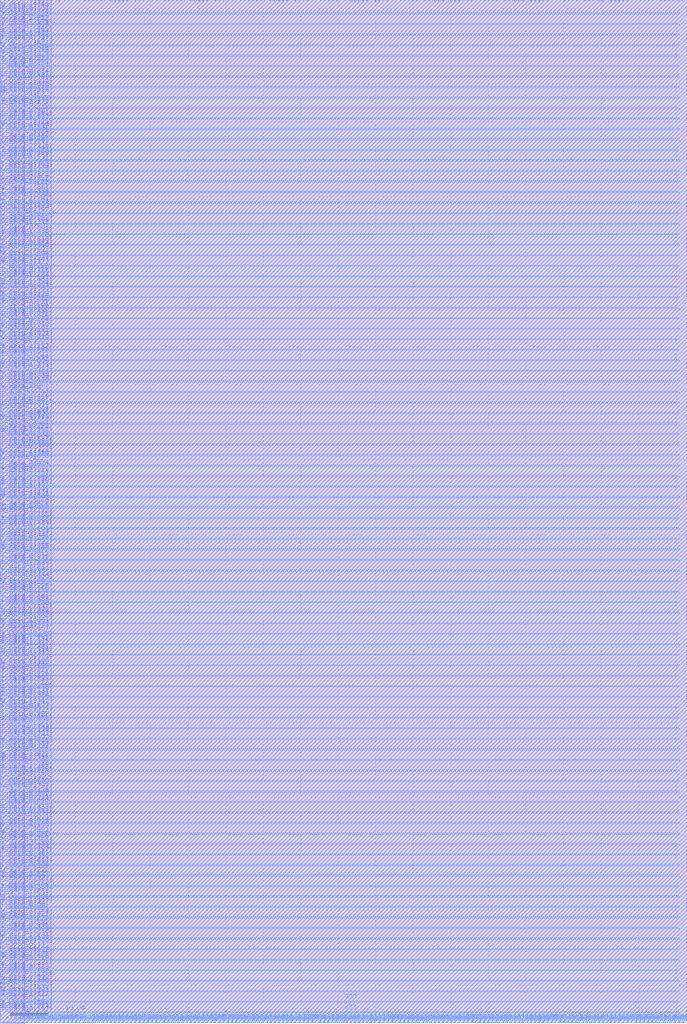
<source format=lef>
VERSION 5.8 ;
BUSBITCHARS "[]" ;
DIVIDERCHAR "/" ;
UNITS
    DATABASE MICRONS 2000 ;
END UNITS

MACRO bsg_mem_p537
  FOREIGN bsg_mem_p537 0 0 ;
  CLASS BLOCK ;
  SIZE 91.475 BY 136.21 ;
  PIN VSS
    USE GROUND ;
    DIRECTION INOUT ;
    PORT
      LAYER metal4 ;
        RECT  1.14 132.915 90.44 133.085 ;
        RECT  1.14 130.115 90.44 130.285 ;
        RECT  1.14 127.315 90.44 127.485 ;
        RECT  1.14 124.515 90.44 124.685 ;
        RECT  1.14 121.715 90.44 121.885 ;
        RECT  1.14 118.915 90.44 119.085 ;
        RECT  1.14 116.115 90.44 116.285 ;
        RECT  1.14 113.315 90.44 113.485 ;
        RECT  1.14 110.515 90.44 110.685 ;
        RECT  1.14 107.715 90.44 107.885 ;
        RECT  1.14 104.915 90.44 105.085 ;
        RECT  1.14 102.115 90.44 102.285 ;
        RECT  1.14 99.315 90.44 99.485 ;
        RECT  1.14 96.515 90.44 96.685 ;
        RECT  1.14 93.715 90.44 93.885 ;
        RECT  1.14 90.915 90.44 91.085 ;
        RECT  1.14 88.115 90.44 88.285 ;
        RECT  1.14 85.315 90.44 85.485 ;
        RECT  1.14 82.515 90.44 82.685 ;
        RECT  1.14 79.715 90.44 79.885 ;
        RECT  1.14 76.915 90.44 77.085 ;
        RECT  1.14 74.115 90.44 74.285 ;
        RECT  1.14 71.315 90.44 71.485 ;
        RECT  1.14 68.515 90.44 68.685 ;
        RECT  1.14 65.715 90.44 65.885 ;
        RECT  1.14 62.915 90.44 63.085 ;
        RECT  1.14 60.115 90.44 60.285 ;
        RECT  1.14 57.315 90.44 57.485 ;
        RECT  1.14 54.515 90.44 54.685 ;
        RECT  1.14 51.715 90.44 51.885 ;
        RECT  1.14 48.915 90.44 49.085 ;
        RECT  1.14 46.115 90.44 46.285 ;
        RECT  1.14 43.315 90.44 43.485 ;
        RECT  1.14 40.515 90.44 40.685 ;
        RECT  1.14 37.715 90.44 37.885 ;
        RECT  1.14 34.915 90.44 35.085 ;
        RECT  1.14 32.115 90.44 32.285 ;
        RECT  1.14 29.315 90.44 29.485 ;
        RECT  1.14 26.515 90.44 26.685 ;
        RECT  1.14 23.715 90.44 23.885 ;
        RECT  1.14 20.915 90.44 21.085 ;
        RECT  1.14 18.115 90.44 18.285 ;
        RECT  1.14 15.315 90.44 15.485 ;
        RECT  1.14 12.515 90.44 12.685 ;
        RECT  1.14 9.715 90.44 9.885 ;
        RECT  1.14 6.915 90.44 7.085 ;
        RECT  1.14 4.115 90.44 4.285 ;
        RECT  1.14 1.315 90.44 1.485 ;
    END
  END VSS
  PIN VDD
    USE POWER ;
    DIRECTION INOUT ;
    PORT
      LAYER metal4 ;
        RECT  1.14 134.315 90.44 134.485 ;
        RECT  1.14 131.515 90.44 131.685 ;
        RECT  1.14 128.715 90.44 128.885 ;
        RECT  1.14 125.915 90.44 126.085 ;
        RECT  1.14 123.115 90.44 123.285 ;
        RECT  1.14 120.315 90.44 120.485 ;
        RECT  1.14 117.515 90.44 117.685 ;
        RECT  1.14 114.715 90.44 114.885 ;
        RECT  1.14 111.915 90.44 112.085 ;
        RECT  1.14 109.115 90.44 109.285 ;
        RECT  1.14 106.315 90.44 106.485 ;
        RECT  1.14 103.515 90.44 103.685 ;
        RECT  1.14 100.715 90.44 100.885 ;
        RECT  1.14 97.915 90.44 98.085 ;
        RECT  1.14 95.115 90.44 95.285 ;
        RECT  1.14 92.315 90.44 92.485 ;
        RECT  1.14 89.515 90.44 89.685 ;
        RECT  1.14 86.715 90.44 86.885 ;
        RECT  1.14 83.915 90.44 84.085 ;
        RECT  1.14 81.115 90.44 81.285 ;
        RECT  1.14 78.315 90.44 78.485 ;
        RECT  1.14 75.515 90.44 75.685 ;
        RECT  1.14 72.715 90.44 72.885 ;
        RECT  1.14 69.915 90.44 70.085 ;
        RECT  1.14 67.115 90.44 67.285 ;
        RECT  1.14 64.315 90.44 64.485 ;
        RECT  1.14 61.515 90.44 61.685 ;
        RECT  1.14 58.715 90.44 58.885 ;
        RECT  1.14 55.915 90.44 56.085 ;
        RECT  1.14 53.115 90.44 53.285 ;
        RECT  1.14 50.315 90.44 50.485 ;
        RECT  1.14 47.515 90.44 47.685 ;
        RECT  1.14 44.715 90.44 44.885 ;
        RECT  1.14 41.915 90.44 42.085 ;
        RECT  1.14 39.115 90.44 39.285 ;
        RECT  1.14 36.315 90.44 36.485 ;
        RECT  1.14 33.515 90.44 33.685 ;
        RECT  1.14 30.715 90.44 30.885 ;
        RECT  1.14 27.915 90.44 28.085 ;
        RECT  1.14 25.115 90.44 25.285 ;
        RECT  1.14 22.315 90.44 22.485 ;
        RECT  1.14 19.515 90.44 19.685 ;
        RECT  1.14 16.715 90.44 16.885 ;
        RECT  1.14 13.915 90.44 14.085 ;
        RECT  1.14 11.115 90.44 11.285 ;
        RECT  1.14 8.315 90.44 8.485 ;
        RECT  1.14 5.515 90.44 5.685 ;
        RECT  1.14 2.715 90.44 2.885 ;
    END
  END VDD
  PIN r_addr_i
    DIRECTION INPUT ;
    USE SIGNAL ;
    PORT
      LAYER metal4 ;
        RECT  31.945 136.07 32.085 136.21 ;
    END
  END r_addr_i
  PIN r_data_o[0]
    DIRECTION OUTPUT ;
    USE SIGNAL ;
    PORT
      LAYER metal4 ;
        RECT  62.745 136.07 62.885 136.21 ;
    END
  END r_data_o[0]
  PIN r_data_o[100]
    DIRECTION OUTPUT ;
    USE SIGNAL ;
    PORT
      LAYER metal3 ;
        RECT  91.405 113.155 91.475 113.225 ;
    END
  END r_data_o[100]
  PIN r_data_o[101]
    DIRECTION OUTPUT ;
    USE SIGNAL ;
    PORT
      LAYER metal3 ;
        RECT  0 91.875 0.07 91.945 ;
    END
  END r_data_o[101]
  PIN r_data_o[102]
    DIRECTION OUTPUT ;
    USE SIGNAL ;
    PORT
      LAYER metal3 ;
        RECT  0 47.635 0.07 47.705 ;
    END
  END r_data_o[102]
  PIN r_data_o[103]
    DIRECTION OUTPUT ;
    USE SIGNAL ;
    PORT
      LAYER metal3 ;
        RECT  0 59.395 0.07 59.465 ;
    END
  END r_data_o[103]
  PIN r_data_o[104]
    DIRECTION OUTPUT ;
    USE SIGNAL ;
    PORT
      LAYER metal3 ;
        RECT  0 9.275 0.07 9.345 ;
    END
  END r_data_o[104]
  PIN r_data_o[105]
    DIRECTION OUTPUT ;
    USE SIGNAL ;
    PORT
      LAYER metal3 ;
        RECT  0 68.635 0.07 68.705 ;
    END
  END r_data_o[105]
  PIN r_data_o[106]
    DIRECTION OUTPUT ;
    USE SIGNAL ;
    PORT
      LAYER metal3 ;
        RECT  91.405 10.395 91.475 10.465 ;
    END
  END r_data_o[106]
  PIN r_data_o[107]
    DIRECTION OUTPUT ;
    USE SIGNAL ;
    PORT
      LAYER metal3 ;
        RECT  0 8.995 0.07 9.065 ;
    END
  END r_data_o[107]
  PIN r_data_o[108]
    DIRECTION OUTPUT ;
    USE SIGNAL ;
    PORT
      LAYER metal3 ;
        RECT  91.405 128.275 91.475 128.345 ;
    END
  END r_data_o[108]
  PIN r_data_o[109]
    DIRECTION OUTPUT ;
    USE SIGNAL ;
    PORT
      LAYER metal3 ;
        RECT  91.405 109.795 91.475 109.865 ;
    END
  END r_data_o[109]
  PIN r_data_o[10]
    DIRECTION OUTPUT ;
    USE SIGNAL ;
    PORT
      LAYER metal3 ;
        RECT  0 56.315 0.07 56.385 ;
    END
  END r_data_o[10]
  PIN r_data_o[110]
    DIRECTION OUTPUT ;
    USE SIGNAL ;
    PORT
      LAYER metal4 ;
        RECT  85.705 0 85.845 0.14 ;
    END
  END r_data_o[110]
  PIN r_data_o[111]
    DIRECTION OUTPUT ;
    USE SIGNAL ;
    PORT
      LAYER metal3 ;
        RECT  91.405 32.515 91.475 32.585 ;
    END
  END r_data_o[111]
  PIN r_data_o[112]
    DIRECTION OUTPUT ;
    USE SIGNAL ;
    PORT
      LAYER metal3 ;
        RECT  0 99.715 0.07 99.785 ;
    END
  END r_data_o[112]
  PIN r_data_o[113]
    DIRECTION OUTPUT ;
    USE SIGNAL ;
    PORT
      LAYER metal3 ;
        RECT  0 6.755 0.07 6.825 ;
    END
  END r_data_o[113]
  PIN r_data_o[114]
    DIRECTION OUTPUT ;
    USE SIGNAL ;
    PORT
      LAYER metal3 ;
        RECT  91.405 76.475 91.475 76.545 ;
    END
  END r_data_o[114]
  PIN r_data_o[115]
    DIRECTION OUTPUT ;
    USE SIGNAL ;
    PORT
      LAYER metal3 ;
        RECT  0 36.435 0.07 36.505 ;
    END
  END r_data_o[115]
  PIN r_data_o[116]
    DIRECTION OUTPUT ;
    USE SIGNAL ;
    PORT
      LAYER metal4 ;
        RECT  36.985 136.07 37.125 136.21 ;
    END
  END r_data_o[116]
  PIN r_data_o[117]
    DIRECTION OUTPUT ;
    USE SIGNAL ;
    PORT
      LAYER metal3 ;
        RECT  0 65.555 0.07 65.625 ;
    END
  END r_data_o[117]
  PIN r_data_o[118]
    DIRECTION OUTPUT ;
    USE SIGNAL ;
    PORT
      LAYER metal3 ;
        RECT  0 117.355 0.07 117.425 ;
    END
  END r_data_o[118]
  PIN r_data_o[119]
    DIRECTION OUTPUT ;
    USE SIGNAL ;
    PORT
      LAYER metal3 ;
        RECT  0 43.715 0.07 43.785 ;
    END
  END r_data_o[119]
  PIN r_data_o[11]
    DIRECTION OUTPUT ;
    USE SIGNAL ;
    PORT
      LAYER metal4 ;
        RECT  22.425 0 22.565 0.14 ;
    END
  END r_data_o[11]
  PIN r_data_o[120]
    DIRECTION OUTPUT ;
    USE SIGNAL ;
    PORT
      LAYER metal3 ;
        RECT  0 84.875 0.07 84.945 ;
    END
  END r_data_o[120]
  PIN r_data_o[121]
    DIRECTION OUTPUT ;
    USE SIGNAL ;
    PORT
      LAYER metal3 ;
        RECT  0 92.715 0.07 92.785 ;
    END
  END r_data_o[121]
  PIN r_data_o[122]
    DIRECTION OUTPUT ;
    USE SIGNAL ;
    PORT
      LAYER metal4 ;
        RECT  8.985 136.07 9.125 136.21 ;
    END
  END r_data_o[122]
  PIN r_data_o[123]
    DIRECTION OUTPUT ;
    USE SIGNAL ;
    PORT
      LAYER metal3 ;
        RECT  91.405 108.955 91.475 109.025 ;
    END
  END r_data_o[123]
  PIN r_data_o[124]
    DIRECTION OUTPUT ;
    USE SIGNAL ;
    PORT
      LAYER metal3 ;
        RECT  0 92.995 0.07 93.065 ;
    END
  END r_data_o[124]
  PIN r_data_o[125]
    DIRECTION OUTPUT ;
    USE SIGNAL ;
    PORT
      LAYER metal4 ;
        RECT  35.865 0 36.005 0.14 ;
    END
  END r_data_o[125]
  PIN r_data_o[126]
    DIRECTION OUTPUT ;
    USE SIGNAL ;
    PORT
      LAYER metal3 ;
        RECT  0 29.995 0.07 30.065 ;
    END
  END r_data_o[126]
  PIN r_data_o[127]
    DIRECTION OUTPUT ;
    USE SIGNAL ;
    PORT
      LAYER metal3 ;
        RECT  91.405 2.835 91.475 2.905 ;
    END
  END r_data_o[127]
  PIN r_data_o[128]
    DIRECTION OUTPUT ;
    USE SIGNAL ;
    PORT
      LAYER metal3 ;
        RECT  0 20.475 0.07 20.545 ;
    END
  END r_data_o[128]
  PIN r_data_o[129]
    DIRECTION OUTPUT ;
    USE SIGNAL ;
    PORT
      LAYER metal3 ;
        RECT  0 107.835 0.07 107.905 ;
    END
  END r_data_o[129]
  PIN r_data_o[12]
    DIRECTION OUTPUT ;
    USE SIGNAL ;
    PORT
      LAYER metal3 ;
        RECT  91.405 92.155 91.475 92.225 ;
    END
  END r_data_o[12]
  PIN r_data_o[130]
    DIRECTION OUTPUT ;
    USE SIGNAL ;
    PORT
      LAYER metal3 ;
        RECT  91.405 7.035 91.475 7.105 ;
    END
  END r_data_o[130]
  PIN r_data_o[131]
    DIRECTION OUTPUT ;
    USE SIGNAL ;
    PORT
      LAYER metal4 ;
        RECT  1.145 136.07 1.285 136.21 ;
    END
  END r_data_o[131]
  PIN r_data_o[132]
    DIRECTION OUTPUT ;
    USE SIGNAL ;
    PORT
      LAYER metal3 ;
        RECT  91.405 43.995 91.475 44.065 ;
    END
  END r_data_o[132]
  PIN r_data_o[133]
    DIRECTION OUTPUT ;
    USE SIGNAL ;
    PORT
      LAYER metal3 ;
        RECT  0 134.435 0.07 134.505 ;
    END
  END r_data_o[133]
  PIN r_data_o[134]
    DIRECTION OUTPUT ;
    USE SIGNAL ;
    PORT
      LAYER metal3 ;
        RECT  91.405 87.395 91.475 87.465 ;
    END
  END r_data_o[134]
  PIN r_data_o[135]
    DIRECTION OUTPUT ;
    USE SIGNAL ;
    PORT
      LAYER metal4 ;
        RECT  39.225 136.07 39.365 136.21 ;
    END
  END r_data_o[135]
  PIN r_data_o[136]
    DIRECTION OUTPUT ;
    USE SIGNAL ;
    PORT
      LAYER metal3 ;
        RECT  0 38.395 0.07 38.465 ;
    END
  END r_data_o[136]
  PIN r_data_o[137]
    DIRECTION OUTPUT ;
    USE SIGNAL ;
    PORT
      LAYER metal3 ;
        RECT  0 83.195 0.07 83.265 ;
    END
  END r_data_o[137]
  PIN r_data_o[138]
    DIRECTION OUTPUT ;
    USE SIGNAL ;
    PORT
      LAYER metal4 ;
        RECT  89.625 0 89.765 0.14 ;
    END
  END r_data_o[138]
  PIN r_data_o[139]
    DIRECTION OUTPUT ;
    USE SIGNAL ;
    PORT
      LAYER metal3 ;
        RECT  91.405 93.275 91.475 93.345 ;
    END
  END r_data_o[139]
  PIN r_data_o[13]
    DIRECTION OUTPUT ;
    USE SIGNAL ;
    PORT
      LAYER metal3 ;
        RECT  0 114.555 0.07 114.625 ;
    END
  END r_data_o[13]
  PIN r_data_o[140]
    DIRECTION OUTPUT ;
    USE SIGNAL ;
    PORT
      LAYER metal4 ;
        RECT  27.465 136.07 27.605 136.21 ;
    END
  END r_data_o[140]
  PIN r_data_o[141]
    DIRECTION OUTPUT ;
    USE SIGNAL ;
    PORT
      LAYER metal4 ;
        RECT  59.945 136.07 60.085 136.21 ;
    END
  END r_data_o[141]
  PIN r_data_o[142]
    DIRECTION OUTPUT ;
    USE SIGNAL ;
    PORT
      LAYER metal4 ;
        RECT  58.825 0 58.965 0.14 ;
    END
  END r_data_o[142]
  PIN r_data_o[143]
    DIRECTION OUTPUT ;
    USE SIGNAL ;
    PORT
      LAYER metal3 ;
        RECT  91.405 105.875 91.475 105.945 ;
    END
  END r_data_o[143]
  PIN r_data_o[144]
    DIRECTION OUTPUT ;
    USE SIGNAL ;
    PORT
      LAYER metal4 ;
        RECT  5.625 0 5.765 0.14 ;
    END
  END r_data_o[144]
  PIN r_data_o[145]
    DIRECTION OUTPUT ;
    USE SIGNAL ;
    PORT
      LAYER metal3 ;
        RECT  91.405 104.755 91.475 104.825 ;
    END
  END r_data_o[145]
  PIN r_data_o[146]
    DIRECTION OUTPUT ;
    USE SIGNAL ;
    PORT
      LAYER metal4 ;
        RECT  68.345 136.07 68.485 136.21 ;
    END
  END r_data_o[146]
  PIN r_data_o[147]
    DIRECTION OUTPUT ;
    USE SIGNAL ;
    PORT
      LAYER metal3 ;
        RECT  91.405 60.515 91.475 60.585 ;
    END
  END r_data_o[147]
  PIN r_data_o[148]
    DIRECTION OUTPUT ;
    USE SIGNAL ;
    PORT
      LAYER metal3 ;
        RECT  91.405 92.995 91.475 93.065 ;
    END
  END r_data_o[148]
  PIN r_data_o[149]
    DIRECTION OUTPUT ;
    USE SIGNAL ;
    PORT
      LAYER metal4 ;
        RECT  0.585 136.07 0.725 136.21 ;
    END
  END r_data_o[149]
  PIN r_data_o[14]
    DIRECTION OUTPUT ;
    USE SIGNAL ;
    PORT
      LAYER metal3 ;
        RECT  0 61.075 0.07 61.145 ;
    END
  END r_data_o[14]
  PIN r_data_o[150]
    DIRECTION OUTPUT ;
    USE SIGNAL ;
    PORT
      LAYER metal3 ;
        RECT  0 82.635 0.07 82.705 ;
    END
  END r_data_o[150]
  PIN r_data_o[151]
    DIRECTION OUTPUT ;
    USE SIGNAL ;
    PORT
      LAYER metal4 ;
        RECT  74.505 0 74.645 0.14 ;
    END
  END r_data_o[151]
  PIN r_data_o[152]
    DIRECTION OUTPUT ;
    USE SIGNAL ;
    PORT
      LAYER metal3 ;
        RECT  0 76.475 0.07 76.545 ;
    END
  END r_data_o[152]
  PIN r_data_o[153]
    DIRECTION OUTPUT ;
    USE SIGNAL ;
    PORT
      LAYER metal4 ;
        RECT  67.785 0 67.925 0.14 ;
    END
  END r_data_o[153]
  PIN r_data_o[154]
    DIRECTION OUTPUT ;
    USE SIGNAL ;
    PORT
      LAYER metal3 ;
        RECT  91.405 41.475 91.475 41.545 ;
    END
  END r_data_o[154]
  PIN r_data_o[155]
    DIRECTION OUTPUT ;
    USE SIGNAL ;
    PORT
      LAYER metal3 ;
        RECT  0 66.955 0.07 67.025 ;
    END
  END r_data_o[155]
  PIN r_data_o[156]
    DIRECTION OUTPUT ;
    USE SIGNAL ;
    PORT
      LAYER metal3 ;
        RECT  0 94.675 0.07 94.745 ;
    END
  END r_data_o[156]
  PIN r_data_o[157]
    DIRECTION OUTPUT ;
    USE SIGNAL ;
    PORT
      LAYER metal3 ;
        RECT  91.405 65.275 91.475 65.345 ;
    END
  END r_data_o[157]
  PIN r_data_o[158]
    DIRECTION OUTPUT ;
    USE SIGNAL ;
    PORT
      LAYER metal3 ;
        RECT  91.405 57.155 91.475 57.225 ;
    END
  END r_data_o[158]
  PIN r_data_o[159]
    DIRECTION OUTPUT ;
    USE SIGNAL ;
    PORT
      LAYER metal3 ;
        RECT  91.405 80.115 91.475 80.185 ;
    END
  END r_data_o[159]
  PIN r_data_o[15]
    DIRECTION OUTPUT ;
    USE SIGNAL ;
    PORT
      LAYER metal4 ;
        RECT  40.905 0 41.045 0.14 ;
    END
  END r_data_o[15]
  PIN r_data_o[160]
    DIRECTION OUTPUT ;
    USE SIGNAL ;
    PORT
      LAYER metal3 ;
        RECT  0 32.515 0.07 32.585 ;
    END
  END r_data_o[160]
  PIN r_data_o[161]
    DIRECTION OUTPUT ;
    USE SIGNAL ;
    PORT
      LAYER metal4 ;
        RECT  12.905 136.07 13.045 136.21 ;
    END
  END r_data_o[161]
  PIN r_data_o[162]
    DIRECTION OUTPUT ;
    USE SIGNAL ;
    PORT
      LAYER metal3 ;
        RECT  91.405 8.995 91.475 9.065 ;
    END
  END r_data_o[162]
  PIN r_data_o[163]
    DIRECTION OUTPUT ;
    USE SIGNAL ;
    PORT
      LAYER metal4 ;
        RECT  33.065 0 33.205 0.14 ;
    END
  END r_data_o[163]
  PIN r_data_o[164]
    DIRECTION OUTPUT ;
    USE SIGNAL ;
    PORT
      LAYER metal4 ;
        RECT  29.705 0 29.845 0.14 ;
    END
  END r_data_o[164]
  PIN r_data_o[165]
    DIRECTION OUTPUT ;
    USE SIGNAL ;
    PORT
      LAYER metal3 ;
        RECT  0 36.715 0.07 36.785 ;
    END
  END r_data_o[165]
  PIN r_data_o[166]
    DIRECTION OUTPUT ;
    USE SIGNAL ;
    PORT
      LAYER metal3 ;
        RECT  0 99.435 0.07 99.505 ;
    END
  END r_data_o[166]
  PIN r_data_o[167]
    DIRECTION OUTPUT ;
    USE SIGNAL ;
    PORT
      LAYER metal3 ;
        RECT  0 125.195 0.07 125.265 ;
    END
  END r_data_o[167]
  PIN r_data_o[168]
    DIRECTION OUTPUT ;
    USE SIGNAL ;
    PORT
      LAYER metal3 ;
        RECT  0 23.275 0.07 23.345 ;
    END
  END r_data_o[168]
  PIN r_data_o[169]
    DIRECTION OUTPUT ;
    USE SIGNAL ;
    PORT
      LAYER metal3 ;
        RECT  0 113.715 0.07 113.785 ;
    END
  END r_data_o[169]
  PIN r_data_o[16]
    DIRECTION OUTPUT ;
    USE SIGNAL ;
    PORT
      LAYER metal4 ;
        RECT  43.145 136.07 43.285 136.21 ;
    END
  END r_data_o[16]
  PIN r_data_o[170]
    DIRECTION OUTPUT ;
    USE SIGNAL ;
    PORT
      LAYER metal4 ;
        RECT  36.985 0 37.125 0.14 ;
    END
  END r_data_o[170]
  PIN r_data_o[171]
    DIRECTION OUTPUT ;
    USE SIGNAL ;
    PORT
      LAYER metal3 ;
        RECT  91.405 5.915 91.475 5.985 ;
    END
  END r_data_o[171]
  PIN r_data_o[172]
    DIRECTION OUTPUT ;
    USE SIGNAL ;
    PORT
      LAYER metal4 ;
        RECT  72.265 0 72.405 0.14 ;
    END
  END r_data_o[172]
  PIN r_data_o[173]
    DIRECTION OUTPUT ;
    USE SIGNAL ;
    PORT
      LAYER metal3 ;
        RECT  0 57.155 0.07 57.225 ;
    END
  END r_data_o[173]
  PIN r_data_o[174]
    DIRECTION OUTPUT ;
    USE SIGNAL ;
    PORT
      LAYER metal3 ;
        RECT  0 121.835 0.07 121.905 ;
    END
  END r_data_o[174]
  PIN r_data_o[175]
    DIRECTION OUTPUT ;
    USE SIGNAL ;
    PORT
      LAYER metal3 ;
        RECT  0 113.155 0.07 113.225 ;
    END
  END r_data_o[175]
  PIN r_data_o[176]
    DIRECTION OUTPUT ;
    USE SIGNAL ;
    PORT
      LAYER metal3 ;
        RECT  91.405 67.795 91.475 67.865 ;
    END
  END r_data_o[176]
  PIN r_data_o[177]
    DIRECTION OUTPUT ;
    USE SIGNAL ;
    PORT
      LAYER metal3 ;
        RECT  0 91.035 0.07 91.105 ;
    END
  END r_data_o[177]
  PIN r_data_o[178]
    DIRECTION OUTPUT ;
    USE SIGNAL ;
    PORT
      LAYER metal3 ;
        RECT  91.405 36.155 91.475 36.225 ;
    END
  END r_data_o[178]
  PIN r_data_o[179]
    DIRECTION OUTPUT ;
    USE SIGNAL ;
    PORT
      LAYER metal4 ;
        RECT  67.785 136.07 67.925 136.21 ;
    END
  END r_data_o[179]
  PIN r_data_o[17]
    DIRECTION OUTPUT ;
    USE SIGNAL ;
    PORT
      LAYER metal3 ;
        RECT  0 48.195 0.07 48.265 ;
    END
  END r_data_o[17]
  PIN r_data_o[180]
    DIRECTION OUTPUT ;
    USE SIGNAL ;
    PORT
      LAYER metal3 ;
        RECT  91.405 107.835 91.475 107.905 ;
    END
  END r_data_o[180]
  PIN r_data_o[181]
    DIRECTION OUTPUT ;
    USE SIGNAL ;
    PORT
      LAYER metal3 ;
        RECT  0 37.835 0.07 37.905 ;
    END
  END r_data_o[181]
  PIN r_data_o[182]
    DIRECTION OUTPUT ;
    USE SIGNAL ;
    PORT
      LAYER metal4 ;
        RECT  72.825 136.07 72.965 136.21 ;
    END
  END r_data_o[182]
  PIN r_data_o[183]
    DIRECTION OUTPUT ;
    USE SIGNAL ;
    PORT
      LAYER metal3 ;
        RECT  91.405 25.795 91.475 25.865 ;
    END
  END r_data_o[183]
  PIN r_data_o[184]
    DIRECTION OUTPUT ;
    USE SIGNAL ;
    PORT
      LAYER metal3 ;
        RECT  0 108.675 0.07 108.745 ;
    END
  END r_data_o[184]
  PIN r_data_o[185]
    DIRECTION OUTPUT ;
    USE SIGNAL ;
    PORT
      LAYER metal3 ;
        RECT  91.405 124.355 91.475 124.425 ;
    END
  END r_data_o[185]
  PIN r_data_o[186]
    DIRECTION OUTPUT ;
    USE SIGNAL ;
    PORT
      LAYER metal3 ;
        RECT  0 20.195 0.07 20.265 ;
    END
  END r_data_o[186]
  PIN r_data_o[187]
    DIRECTION OUTPUT ;
    USE SIGNAL ;
    PORT
      LAYER metal3 ;
        RECT  0 130.515 0.07 130.585 ;
    END
  END r_data_o[187]
  PIN r_data_o[188]
    DIRECTION OUTPUT ;
    USE SIGNAL ;
    PORT
      LAYER metal4 ;
        RECT  6.745 0 6.885 0.14 ;
    END
  END r_data_o[188]
  PIN r_data_o[189]
    DIRECTION OUTPUT ;
    USE SIGNAL ;
    PORT
      LAYER metal3 ;
        RECT  91.405 18.795 91.475 18.865 ;
    END
  END r_data_o[189]
  PIN r_data_o[18]
    DIRECTION OUTPUT ;
    USE SIGNAL ;
    PORT
      LAYER metal3 ;
        RECT  91.405 89.075 91.475 89.145 ;
    END
  END r_data_o[18]
  PIN r_data_o[190]
    DIRECTION OUTPUT ;
    USE SIGNAL ;
    PORT
      LAYER metal3 ;
        RECT  91.405 99.995 91.475 100.065 ;
    END
  END r_data_o[190]
  PIN r_data_o[191]
    DIRECTION OUTPUT ;
    USE SIGNAL ;
    PORT
      LAYER metal3 ;
        RECT  91.405 117.355 91.475 117.425 ;
    END
  END r_data_o[191]
  PIN r_data_o[192]
    DIRECTION OUTPUT ;
    USE SIGNAL ;
    PORT
      LAYER metal3 ;
        RECT  0 66.115 0.07 66.185 ;
    END
  END r_data_o[192]
  PIN r_data_o[193]
    DIRECTION OUTPUT ;
    USE SIGNAL ;
    PORT
      LAYER metal3 ;
        RECT  91.405 31.115 91.475 31.185 ;
    END
  END r_data_o[193]
  PIN r_data_o[194]
    DIRECTION OUTPUT ;
    USE SIGNAL ;
    PORT
      LAYER metal3 ;
        RECT  91.405 22.715 91.475 22.785 ;
    END
  END r_data_o[194]
  PIN r_data_o[195]
    DIRECTION OUTPUT ;
    USE SIGNAL ;
    PORT
      LAYER metal3 ;
        RECT  0 89.075 0.07 89.145 ;
    END
  END r_data_o[195]
  PIN r_data_o[196]
    DIRECTION OUTPUT ;
    USE SIGNAL ;
    PORT
      LAYER metal4 ;
        RECT  2.825 0 2.965 0.14 ;
    END
  END r_data_o[196]
  PIN r_data_o[197]
    DIRECTION OUTPUT ;
    USE SIGNAL ;
    PORT
      LAYER metal3 ;
        RECT  91.405 113.715 91.475 113.785 ;
    END
  END r_data_o[197]
  PIN r_data_o[198]
    DIRECTION OUTPUT ;
    USE SIGNAL ;
    PORT
      LAYER metal3 ;
        RECT  91.405 96.355 91.475 96.425 ;
    END
  END r_data_o[198]
  PIN r_data_o[199]
    DIRECTION OUTPUT ;
    USE SIGNAL ;
    PORT
      LAYER metal3 ;
        RECT  0 106.155 0.07 106.225 ;
    END
  END r_data_o[199]
  PIN r_data_o[19]
    DIRECTION OUTPUT ;
    USE SIGNAL ;
    PORT
      LAYER metal3 ;
        RECT  0 117.075 0.07 117.145 ;
    END
  END r_data_o[19]
  PIN r_data_o[1]
    DIRECTION OUTPUT ;
    USE SIGNAL ;
    PORT
      LAYER metal3 ;
        RECT  0 9.835 0.07 9.905 ;
    END
  END r_data_o[1]
  PIN r_data_o[200]
    DIRECTION OUTPUT ;
    USE SIGNAL ;
    PORT
      LAYER metal3 ;
        RECT  0 122.675 0.07 122.745 ;
    END
  END r_data_o[200]
  PIN r_data_o[201]
    DIRECTION OUTPUT ;
    USE SIGNAL ;
    PORT
      LAYER metal3 ;
        RECT  91.405 88.515 91.475 88.585 ;
    END
  END r_data_o[201]
  PIN r_data_o[202]
    DIRECTION OUTPUT ;
    USE SIGNAL ;
    PORT
      LAYER metal3 ;
        RECT  0 29.715 0.07 29.785 ;
    END
  END r_data_o[202]
  PIN r_data_o[203]
    DIRECTION OUTPUT ;
    USE SIGNAL ;
    PORT
      LAYER metal3 ;
        RECT  91.405 68.355 91.475 68.425 ;
    END
  END r_data_o[203]
  PIN r_data_o[204]
    DIRECTION OUTPUT ;
    USE SIGNAL ;
    PORT
      LAYER metal3 ;
        RECT  91.405 24.115 91.475 24.185 ;
    END
  END r_data_o[204]
  PIN r_data_o[205]
    DIRECTION OUTPUT ;
    USE SIGNAL ;
    PORT
      LAYER metal3 ;
        RECT  91.405 98.315 91.475 98.385 ;
    END
  END r_data_o[205]
  PIN r_data_o[206]
    DIRECTION OUTPUT ;
    USE SIGNAL ;
    PORT
      LAYER metal4 ;
        RECT  50.425 0 50.565 0.14 ;
    END
  END r_data_o[206]
  PIN r_data_o[207]
    DIRECTION OUTPUT ;
    USE SIGNAL ;
    PORT
      LAYER metal3 ;
        RECT  91.405 133.315 91.475 133.385 ;
    END
  END r_data_o[207]
  PIN r_data_o[208]
    DIRECTION OUTPUT ;
    USE SIGNAL ;
    PORT
      LAYER metal4 ;
        RECT  42.585 0 42.725 0.14 ;
    END
  END r_data_o[208]
  PIN r_data_o[209]
    DIRECTION OUTPUT ;
    USE SIGNAL ;
    PORT
      LAYER metal3 ;
        RECT  0 56.875 0.07 56.945 ;
    END
  END r_data_o[209]
  PIN r_data_o[20]
    DIRECTION OUTPUT ;
    USE SIGNAL ;
    PORT
      LAYER metal3 ;
        RECT  91.405 51.275 91.475 51.345 ;
    END
  END r_data_o[20]
  PIN r_data_o[210]
    DIRECTION OUTPUT ;
    USE SIGNAL ;
    PORT
      LAYER metal3 ;
        RECT  0 31.675 0.07 31.745 ;
    END
  END r_data_o[210]
  PIN r_data_o[211]
    DIRECTION OUTPUT ;
    USE SIGNAL ;
    PORT
      LAYER metal4 ;
        RECT  87.385 0 87.525 0.14 ;
    END
  END r_data_o[211]
  PIN r_data_o[212]
    DIRECTION OUTPUT ;
    USE SIGNAL ;
    PORT
      LAYER metal4 ;
        RECT  54.345 136.07 54.485 136.21 ;
    END
  END r_data_o[212]
  PIN r_data_o[213]
    DIRECTION OUTPUT ;
    USE SIGNAL ;
    PORT
      LAYER metal3 ;
        RECT  91.405 82.075 91.475 82.145 ;
    END
  END r_data_o[213]
  PIN r_data_o[214]
    DIRECTION OUTPUT ;
    USE SIGNAL ;
    PORT
      LAYER metal4 ;
        RECT  78.985 0 79.125 0.14 ;
    END
  END r_data_o[214]
  PIN r_data_o[215]
    DIRECTION OUTPUT ;
    USE SIGNAL ;
    PORT
      LAYER metal3 ;
        RECT  0 32.795 0.07 32.865 ;
    END
  END r_data_o[215]
  PIN r_data_o[216]
    DIRECTION OUTPUT ;
    USE SIGNAL ;
    PORT
      LAYER metal3 ;
        RECT  91.405 99.715 91.475 99.785 ;
    END
  END r_data_o[216]
  PIN r_data_o[217]
    DIRECTION OUTPUT ;
    USE SIGNAL ;
    PORT
      LAYER metal3 ;
        RECT  91.405 86.835 91.475 86.905 ;
    END
  END r_data_o[217]
  PIN r_data_o[218]
    DIRECTION OUTPUT ;
    USE SIGNAL ;
    PORT
      LAYER metal3 ;
        RECT  0 75.075 0.07 75.145 ;
    END
  END r_data_o[218]
  PIN r_data_o[219]
    DIRECTION OUTPUT ;
    USE SIGNAL ;
    PORT
      LAYER metal4 ;
        RECT  6.745 136.07 6.885 136.21 ;
    END
  END r_data_o[219]
  PIN r_data_o[21]
    DIRECTION OUTPUT ;
    USE SIGNAL ;
    PORT
      LAYER metal3 ;
        RECT  91.405 13.475 91.475 13.545 ;
    END
  END r_data_o[21]
  PIN r_data_o[220]
    DIRECTION OUTPUT ;
    USE SIGNAL ;
    PORT
      LAYER metal3 ;
        RECT  91.405 82.635 91.475 82.705 ;
    END
  END r_data_o[220]
  PIN r_data_o[221]
    DIRECTION OUTPUT ;
    USE SIGNAL ;
    PORT
      LAYER metal3 ;
        RECT  0 115.675 0.07 115.745 ;
    END
  END r_data_o[221]
  PIN r_data_o[222]
    DIRECTION OUTPUT ;
    USE SIGNAL ;
    PORT
      LAYER metal3 ;
        RECT  91.405 27.195 91.475 27.265 ;
    END
  END r_data_o[222]
  PIN r_data_o[223]
    DIRECTION OUTPUT ;
    USE SIGNAL ;
    PORT
      LAYER metal3 ;
        RECT  91.405 75.355 91.475 75.425 ;
    END
  END r_data_o[223]
  PIN r_data_o[224]
    DIRECTION OUTPUT ;
    USE SIGNAL ;
    PORT
      LAYER metal3 ;
        RECT  0 126.035 0.07 126.105 ;
    END
  END r_data_o[224]
  PIN r_data_o[225]
    DIRECTION OUTPUT ;
    USE SIGNAL ;
    PORT
      LAYER metal4 ;
        RECT  75.625 0 75.765 0.14 ;
    END
  END r_data_o[225]
  PIN r_data_o[226]
    DIRECTION OUTPUT ;
    USE SIGNAL ;
    PORT
      LAYER metal3 ;
        RECT  91.405 123.795 91.475 123.865 ;
    END
  END r_data_o[226]
  PIN r_data_o[227]
    DIRECTION OUTPUT ;
    USE SIGNAL ;
    PORT
      LAYER metal3 ;
        RECT  0 17.115 0.07 17.185 ;
    END
  END r_data_o[227]
  PIN r_data_o[228]
    DIRECTION OUTPUT ;
    USE SIGNAL ;
    PORT
      LAYER metal4 ;
        RECT  21.865 0 22.005 0.14 ;
    END
  END r_data_o[228]
  PIN r_data_o[229]
    DIRECTION OUTPUT ;
    USE SIGNAL ;
    PORT
      LAYER metal4 ;
        RECT  50.985 0 51.125 0.14 ;
    END
  END r_data_o[229]
  PIN r_data_o[22]
    DIRECTION OUTPUT ;
    USE SIGNAL ;
    PORT
      LAYER metal3 ;
        RECT  91.405 59.115 91.475 59.185 ;
    END
  END r_data_o[22]
  PIN r_data_o[230]
    DIRECTION OUTPUT ;
    USE SIGNAL ;
    PORT
      LAYER metal4 ;
        RECT  48.745 136.07 48.885 136.21 ;
    END
  END r_data_o[230]
  PIN r_data_o[231]
    DIRECTION OUTPUT ;
    USE SIGNAL ;
    PORT
      LAYER metal4 ;
        RECT  58.825 136.07 58.965 136.21 ;
    END
  END r_data_o[231]
  PIN r_data_o[232]
    DIRECTION OUTPUT ;
    USE SIGNAL ;
    PORT
      LAYER metal3 ;
        RECT  91.405 50.155 91.475 50.225 ;
    END
  END r_data_o[232]
  PIN r_data_o[233]
    DIRECTION OUTPUT ;
    USE SIGNAL ;
    PORT
      LAYER metal4 ;
        RECT  37.545 0 37.685 0.14 ;
    END
  END r_data_o[233]
  PIN r_data_o[234]
    DIRECTION OUTPUT ;
    USE SIGNAL ;
    PORT
      LAYER metal3 ;
        RECT  0 41.195 0.07 41.265 ;
    END
  END r_data_o[234]
  PIN r_data_o[235]
    DIRECTION OUTPUT ;
    USE SIGNAL ;
    PORT
      LAYER metal4 ;
        RECT  15.705 136.07 15.845 136.21 ;
    END
  END r_data_o[235]
  PIN r_data_o[236]
    DIRECTION OUTPUT ;
    USE SIGNAL ;
    PORT
      LAYER metal3 ;
        RECT  91.405 106.155 91.475 106.225 ;
    END
  END r_data_o[236]
  PIN r_data_o[237]
    DIRECTION OUTPUT ;
    USE SIGNAL ;
    PORT
      LAYER metal4 ;
        RECT  8.425 136.07 8.565 136.21 ;
    END
  END r_data_o[237]
  PIN r_data_o[238]
    DIRECTION OUTPUT ;
    USE SIGNAL ;
    PORT
      LAYER metal3 ;
        RECT  0 55.195 0.07 55.265 ;
    END
  END r_data_o[238]
  PIN r_data_o[239]
    DIRECTION OUTPUT ;
    USE SIGNAL ;
    PORT
      LAYER metal3 ;
        RECT  0 112.035 0.07 112.105 ;
    END
  END r_data_o[239]
  PIN r_data_o[23]
    DIRECTION OUTPUT ;
    USE SIGNAL ;
    PORT
      LAYER metal4 ;
        RECT  77.865 0 78.005 0.14 ;
    END
  END r_data_o[23]
  PIN r_data_o[240]
    DIRECTION OUTPUT ;
    USE SIGNAL ;
    PORT
      LAYER metal3 ;
        RECT  91.405 130.795 91.475 130.865 ;
    END
  END r_data_o[240]
  PIN r_data_o[241]
    DIRECTION OUTPUT ;
    USE SIGNAL ;
    PORT
      LAYER metal3 ;
        RECT  0 130.235 0.07 130.305 ;
    END
  END r_data_o[241]
  PIN r_data_o[242]
    DIRECTION OUTPUT ;
    USE SIGNAL ;
    PORT
      LAYER metal3 ;
        RECT  91.405 85.435 91.475 85.505 ;
    END
  END r_data_o[242]
  PIN r_data_o[243]
    DIRECTION OUTPUT ;
    USE SIGNAL ;
    PORT
      LAYER metal3 ;
        RECT  0 21.035 0.07 21.105 ;
    END
  END r_data_o[243]
  PIN r_data_o[244]
    DIRECTION OUTPUT ;
    USE SIGNAL ;
    PORT
      LAYER metal3 ;
        RECT  0 87.955 0.07 88.025 ;
    END
  END r_data_o[244]
  PIN r_data_o[245]
    DIRECTION OUTPUT ;
    USE SIGNAL ;
    PORT
      LAYER metal4 ;
        RECT  80.105 0 80.245 0.14 ;
    END
  END r_data_o[245]
  PIN r_data_o[246]
    DIRECTION OUTPUT ;
    USE SIGNAL ;
    PORT
      LAYER metal3 ;
        RECT  91.405 129.675 91.475 129.745 ;
    END
  END r_data_o[246]
  PIN r_data_o[247]
    DIRECTION OUTPUT ;
    USE SIGNAL ;
    PORT
      LAYER metal4 ;
        RECT  62.745 0 62.885 0.14 ;
    END
  END r_data_o[247]
  PIN r_data_o[248]
    DIRECTION OUTPUT ;
    USE SIGNAL ;
    PORT
      LAYER metal3 ;
        RECT  91.405 103.635 91.475 103.705 ;
    END
  END r_data_o[248]
  PIN r_data_o[249]
    DIRECTION OUTPUT ;
    USE SIGNAL ;
    PORT
      LAYER metal3 ;
        RECT  91.405 98.035 91.475 98.105 ;
    END
  END r_data_o[249]
  PIN r_data_o[24]
    DIRECTION OUTPUT ;
    USE SIGNAL ;
    PORT
      LAYER metal4 ;
        RECT  1.145 0 1.285 0.14 ;
    END
  END r_data_o[24]
  PIN r_data_o[250]
    DIRECTION OUTPUT ;
    USE SIGNAL ;
    PORT
      LAYER metal4 ;
        RECT  28.585 0 28.725 0.14 ;
    END
  END r_data_o[250]
  PIN r_data_o[251]
    DIRECTION OUTPUT ;
    USE SIGNAL ;
    PORT
      LAYER metal3 ;
        RECT  0 41.755 0.07 41.825 ;
    END
  END r_data_o[251]
  PIN r_data_o[252]
    DIRECTION OUTPUT ;
    USE SIGNAL ;
    PORT
      LAYER metal3 ;
        RECT  91.405 127.715 91.475 127.785 ;
    END
  END r_data_o[252]
  PIN r_data_o[253]
    DIRECTION OUTPUT ;
    USE SIGNAL ;
    PORT
      LAYER metal3 ;
        RECT  91.405 133.875 91.475 133.945 ;
    END
  END r_data_o[253]
  PIN r_data_o[254]
    DIRECTION OUTPUT ;
    USE SIGNAL ;
    PORT
      LAYER metal3 ;
        RECT  0 85.155 0.07 85.225 ;
    END
  END r_data_o[254]
  PIN r_data_o[255]
    DIRECTION OUTPUT ;
    USE SIGNAL ;
    PORT
      LAYER metal3 ;
        RECT  91.405 42.595 91.475 42.665 ;
    END
  END r_data_o[255]
  PIN r_data_o[256]
    DIRECTION OUTPUT ;
    USE SIGNAL ;
    PORT
      LAYER metal3 ;
        RECT  91.405 132.755 91.475 132.825 ;
    END
  END r_data_o[256]
  PIN r_data_o[257]
    DIRECTION OUTPUT ;
    USE SIGNAL ;
    PORT
      LAYER metal3 ;
        RECT  0 14.035 0.07 14.105 ;
    END
  END r_data_o[257]
  PIN r_data_o[258]
    DIRECTION OUTPUT ;
    USE SIGNAL ;
    PORT
      LAYER metal3 ;
        RECT  0 113.435 0.07 113.505 ;
    END
  END r_data_o[258]
  PIN r_data_o[259]
    DIRECTION OUTPUT ;
    USE SIGNAL ;
    PORT
      LAYER metal3 ;
        RECT  0 85.435 0.07 85.505 ;
    END
  END r_data_o[259]
  PIN r_data_o[25]
    DIRECTION OUTPUT ;
    USE SIGNAL ;
    PORT
      LAYER metal4 ;
        RECT  88.505 136.07 88.645 136.21 ;
    END
  END r_data_o[25]
  PIN r_data_o[260]
    DIRECTION OUTPUT ;
    USE SIGNAL ;
    PORT
      LAYER metal3 ;
        RECT  0 17.955 0.07 18.025 ;
    END
  END r_data_o[260]
  PIN r_data_o[261]
    DIRECTION OUTPUT ;
    USE SIGNAL ;
    PORT
      LAYER metal3 ;
        RECT  91.405 45.675 91.475 45.745 ;
    END
  END r_data_o[261]
  PIN r_data_o[262]
    DIRECTION OUTPUT ;
    USE SIGNAL ;
    PORT
      LAYER metal3 ;
        RECT  0 27.475 0.07 27.545 ;
    END
  END r_data_o[262]
  PIN r_data_o[263]
    DIRECTION OUTPUT ;
    USE SIGNAL ;
    PORT
      LAYER metal4 ;
        RECT  45.945 136.07 46.085 136.21 ;
    END
  END r_data_o[263]
  PIN r_data_o[264]
    DIRECTION OUTPUT ;
    USE SIGNAL ;
    PORT
      LAYER metal4 ;
        RECT  56.585 136.07 56.725 136.21 ;
    END
  END r_data_o[264]
  PIN r_data_o[265]
    DIRECTION OUTPUT ;
    USE SIGNAL ;
    PORT
      LAYER metal4 ;
        RECT  43.145 0 43.285 0.14 ;
    END
  END r_data_o[265]
  PIN r_data_o[266]
    DIRECTION OUTPUT ;
    USE SIGNAL ;
    PORT
      LAYER metal4 ;
        RECT  44.265 136.07 44.405 136.21 ;
    END
  END r_data_o[266]
  PIN r_data_o[267]
    DIRECTION OUTPUT ;
    USE SIGNAL ;
    PORT
      LAYER metal3 ;
        RECT  91.405 59.955 91.475 60.025 ;
    END
  END r_data_o[267]
  PIN r_data_o[268]
    DIRECTION OUTPUT ;
    USE SIGNAL ;
    PORT
      LAYER metal3 ;
        RECT  0 78.715 0.07 78.785 ;
    END
  END r_data_o[268]
  PIN r_data_o[269]
    DIRECTION OUTPUT ;
    USE SIGNAL ;
    PORT
      LAYER metal3 ;
        RECT  91.405 12.355 91.475 12.425 ;
    END
  END r_data_o[269]
  PIN r_data_o[26]
    DIRECTION OUTPUT ;
    USE SIGNAL ;
    PORT
      LAYER metal3 ;
        RECT  91.405 15.155 91.475 15.225 ;
    END
  END r_data_o[26]
  PIN r_data_o[270]
    DIRECTION OUTPUT ;
    USE SIGNAL ;
    PORT
      LAYER metal3 ;
        RECT  0 45.675 0.07 45.745 ;
    END
  END r_data_o[270]
  PIN r_data_o[271]
    DIRECTION OUTPUT ;
    USE SIGNAL ;
    PORT
      LAYER metal3 ;
        RECT  0 125.755 0.07 125.825 ;
    END
  END r_data_o[271]
  PIN r_data_o[272]
    DIRECTION OUTPUT ;
    USE SIGNAL ;
    PORT
      LAYER metal3 ;
        RECT  91.405 74.795 91.475 74.865 ;
    END
  END r_data_o[272]
  PIN r_data_o[273]
    DIRECTION OUTPUT ;
    USE SIGNAL ;
    PORT
      LAYER metal4 ;
        RECT  78.425 136.07 78.565 136.21 ;
    END
  END r_data_o[273]
  PIN r_data_o[274]
    DIRECTION OUTPUT ;
    USE SIGNAL ;
    PORT
      LAYER metal3 ;
        RECT  91.405 88.795 91.475 88.865 ;
    END
  END r_data_o[274]
  PIN r_data_o[275]
    DIRECTION OUTPUT ;
    USE SIGNAL ;
    PORT
      LAYER metal4 ;
        RECT  13.465 136.07 13.605 136.21 ;
    END
  END r_data_o[275]
  PIN r_data_o[276]
    DIRECTION OUTPUT ;
    USE SIGNAL ;
    PORT
      LAYER metal3 ;
        RECT  91.405 107.275 91.475 107.345 ;
    END
  END r_data_o[276]
  PIN r_data_o[277]
    DIRECTION OUTPUT ;
    USE SIGNAL ;
    PORT
      LAYER metal3 ;
        RECT  91.405 102.795 91.475 102.865 ;
    END
  END r_data_o[277]
  PIN r_data_o[278]
    DIRECTION OUTPUT ;
    USE SIGNAL ;
    PORT
      LAYER metal3 ;
        RECT  91.405 75.635 91.475 75.705 ;
    END
  END r_data_o[278]
  PIN r_data_o[279]
    DIRECTION OUTPUT ;
    USE SIGNAL ;
    PORT
      LAYER metal3 ;
        RECT  91.405 108.395 91.475 108.465 ;
    END
  END r_data_o[279]
  PIN r_data_o[27]
    DIRECTION OUTPUT ;
    USE SIGNAL ;
    PORT
      LAYER metal4 ;
        RECT  68.905 0 69.045 0.14 ;
    END
  END r_data_o[27]
  PIN r_data_o[280]
    DIRECTION OUTPUT ;
    USE SIGNAL ;
    PORT
      LAYER metal3 ;
        RECT  91.405 91.875 91.475 91.945 ;
    END
  END r_data_o[280]
  PIN r_data_o[281]
    DIRECTION OUTPUT ;
    USE SIGNAL ;
    PORT
      LAYER metal3 ;
        RECT  0 97.475 0.07 97.545 ;
    END
  END r_data_o[281]
  PIN r_data_o[282]
    DIRECTION OUTPUT ;
    USE SIGNAL ;
    PORT
      LAYER metal3 ;
        RECT  0 118.475 0.07 118.545 ;
    END
  END r_data_o[282]
  PIN r_data_o[283]
    DIRECTION OUTPUT ;
    USE SIGNAL ;
    PORT
      LAYER metal3 ;
        RECT  91.405 72.835 91.475 72.905 ;
    END
  END r_data_o[283]
  PIN r_data_o[284]
    DIRECTION OUTPUT ;
    USE SIGNAL ;
    PORT
      LAYER metal3 ;
        RECT  0 127.155 0.07 127.225 ;
    END
  END r_data_o[284]
  PIN r_data_o[285]
    DIRECTION OUTPUT ;
    USE SIGNAL ;
    PORT
      LAYER metal4 ;
        RECT  54.905 0 55.045 0.14 ;
    END
  END r_data_o[285]
  PIN r_data_o[286]
    DIRECTION OUTPUT ;
    USE SIGNAL ;
    PORT
      LAYER metal3 ;
        RECT  0 63.875 0.07 63.945 ;
    END
  END r_data_o[286]
  PIN r_data_o[287]
    DIRECTION OUTPUT ;
    USE SIGNAL ;
    PORT
      LAYER metal4 ;
        RECT  30.825 0 30.965 0.14 ;
    END
  END r_data_o[287]
  PIN r_data_o[288]
    DIRECTION OUTPUT ;
    USE SIGNAL ;
    PORT
      LAYER metal3 ;
        RECT  91.405 4.515 91.475 4.585 ;
    END
  END r_data_o[288]
  PIN r_data_o[289]
    DIRECTION OUTPUT ;
    USE SIGNAL ;
    PORT
      LAYER metal3 ;
        RECT  0 77.315 0.07 77.385 ;
    END
  END r_data_o[289]
  PIN r_data_o[28]
    DIRECTION OUTPUT ;
    USE SIGNAL ;
    PORT
      LAYER metal3 ;
        RECT  0 36.155 0.07 36.225 ;
    END
  END r_data_o[28]
  PIN r_data_o[290]
    DIRECTION OUTPUT ;
    USE SIGNAL ;
    PORT
      LAYER metal3 ;
        RECT  91.405 14.595 91.475 14.665 ;
    END
  END r_data_o[290]
  PIN r_data_o[291]
    DIRECTION OUTPUT ;
    USE SIGNAL ;
    PORT
      LAYER metal3 ;
        RECT  91.405 33.635 91.475 33.705 ;
    END
  END r_data_o[291]
  PIN r_data_o[292]
    DIRECTION OUTPUT ;
    USE SIGNAL ;
    PORT
      LAYER metal3 ;
        RECT  0 6.475 0.07 6.545 ;
    END
  END r_data_o[292]
  PIN r_data_o[293]
    DIRECTION OUTPUT ;
    USE SIGNAL ;
    PORT
      LAYER metal3 ;
        RECT  0 45.115 0.07 45.185 ;
    END
  END r_data_o[293]
  PIN r_data_o[294]
    DIRECTION OUTPUT ;
    USE SIGNAL ;
    PORT
      LAYER metal4 ;
        RECT  68.905 136.07 69.045 136.21 ;
    END
  END r_data_o[294]
  PIN r_data_o[295]
    DIRECTION OUTPUT ;
    USE SIGNAL ;
    PORT
      LAYER metal3 ;
        RECT  0 74.795 0.07 74.865 ;
    END
  END r_data_o[295]
  PIN r_data_o[296]
    DIRECTION OUTPUT ;
    USE SIGNAL ;
    PORT
      LAYER metal3 ;
        RECT  0 12.355 0.07 12.425 ;
    END
  END r_data_o[296]
  PIN r_data_o[297]
    DIRECTION OUTPUT ;
    USE SIGNAL ;
    PORT
      LAYER metal3 ;
        RECT  91.405 66.955 91.475 67.025 ;
    END
  END r_data_o[297]
  PIN r_data_o[298]
    DIRECTION OUTPUT ;
    USE SIGNAL ;
    PORT
      LAYER metal3 ;
        RECT  91.405 77.035 91.475 77.105 ;
    END
  END r_data_o[298]
  PIN r_data_o[299]
    DIRECTION OUTPUT ;
    USE SIGNAL ;
    PORT
      LAYER metal3 ;
        RECT  0 99.995 0.07 100.065 ;
    END
  END r_data_o[299]
  PIN r_data_o[29]
    DIRECTION OUTPUT ;
    USE SIGNAL ;
    PORT
      LAYER metal3 ;
        RECT  0 78.995 0.07 79.065 ;
    END
  END r_data_o[29]
  PIN r_data_o[2]
    DIRECTION OUTPUT ;
    USE SIGNAL ;
    PORT
      LAYER metal3 ;
        RECT  0 59.955 0.07 60.025 ;
    END
  END r_data_o[2]
  PIN r_data_o[300]
    DIRECTION OUTPUT ;
    USE SIGNAL ;
    PORT
      LAYER metal3 ;
        RECT  0 68.075 0.07 68.145 ;
    END
  END r_data_o[300]
  PIN r_data_o[301]
    DIRECTION OUTPUT ;
    USE SIGNAL ;
    PORT
      LAYER metal3 ;
        RECT  0 94.955 0.07 95.025 ;
    END
  END r_data_o[301]
  PIN r_data_o[302]
    DIRECTION OUTPUT ;
    USE SIGNAL ;
    PORT
      LAYER metal3 ;
        RECT  91.405 124.635 91.475 124.705 ;
    END
  END r_data_o[302]
  PIN r_data_o[303]
    DIRECTION OUTPUT ;
    USE SIGNAL ;
    PORT
      LAYER metal3 ;
        RECT  91.405 83.475 91.475 83.545 ;
    END
  END r_data_o[303]
  PIN r_data_o[304]
    DIRECTION OUTPUT ;
    USE SIGNAL ;
    PORT
      LAYER metal3 ;
        RECT  91.405 106.435 91.475 106.505 ;
    END
  END r_data_o[304]
  PIN r_data_o[305]
    DIRECTION OUTPUT ;
    USE SIGNAL ;
    PORT
      LAYER metal3 ;
        RECT  91.405 64.715 91.475 64.785 ;
    END
  END r_data_o[305]
  PIN r_data_o[306]
    DIRECTION OUTPUT ;
    USE SIGNAL ;
    PORT
      LAYER metal3 ;
        RECT  91.405 74.515 91.475 74.585 ;
    END
  END r_data_o[306]
  PIN r_data_o[307]
    DIRECTION OUTPUT ;
    USE SIGNAL ;
    PORT
      LAYER metal3 ;
        RECT  91.405 67.515 91.475 67.585 ;
    END
  END r_data_o[307]
  PIN r_data_o[308]
    DIRECTION OUTPUT ;
    USE SIGNAL ;
    PORT
      LAYER metal3 ;
        RECT  91.405 46.515 91.475 46.585 ;
    END
  END r_data_o[308]
  PIN r_data_o[309]
    DIRECTION OUTPUT ;
    USE SIGNAL ;
    PORT
      LAYER metal4 ;
        RECT  20.185 136.07 20.325 136.21 ;
    END
  END r_data_o[309]
  PIN r_data_o[30]
    DIRECTION OUTPUT ;
    USE SIGNAL ;
    PORT
      LAYER metal3 ;
        RECT  91.405 57.995 91.475 58.065 ;
    END
  END r_data_o[30]
  PIN r_data_o[310]
    DIRECTION OUTPUT ;
    USE SIGNAL ;
    PORT
      LAYER metal3 ;
        RECT  0 7.875 0.07 7.945 ;
    END
  END r_data_o[310]
  PIN r_data_o[311]
    DIRECTION OUTPUT ;
    USE SIGNAL ;
    PORT
      LAYER metal3 ;
        RECT  91.405 44.835 91.475 44.905 ;
    END
  END r_data_o[311]
  PIN r_data_o[312]
    DIRECTION OUTPUT ;
    USE SIGNAL ;
    PORT
      LAYER metal3 ;
        RECT  91.405 17.675 91.475 17.745 ;
    END
  END r_data_o[312]
  PIN r_data_o[313]
    DIRECTION OUTPUT ;
    USE SIGNAL ;
    PORT
      LAYER metal3 ;
        RECT  0 104.195 0.07 104.265 ;
    END
  END r_data_o[313]
  PIN r_data_o[314]
    DIRECTION OUTPUT ;
    USE SIGNAL ;
    PORT
      LAYER metal3 ;
        RECT  0 103.075 0.07 103.145 ;
    END
  END r_data_o[314]
  PIN r_data_o[315]
    DIRECTION OUTPUT ;
    USE SIGNAL ;
    PORT
      LAYER metal3 ;
        RECT  91.405 52.955 91.475 53.025 ;
    END
  END r_data_o[315]
  PIN r_data_o[316]
    DIRECTION OUTPUT ;
    USE SIGNAL ;
    PORT
      LAYER metal3 ;
        RECT  91.405 15.995 91.475 16.065 ;
    END
  END r_data_o[316]
  PIN r_data_o[317]
    DIRECTION OUTPUT ;
    USE SIGNAL ;
    PORT
      LAYER metal4 ;
        RECT  34.185 0 34.325 0.14 ;
    END
  END r_data_o[317]
  PIN r_data_o[318]
    DIRECTION OUTPUT ;
    USE SIGNAL ;
    PORT
      LAYER metal3 ;
        RECT  91.405 10.115 91.475 10.185 ;
    END
  END r_data_o[318]
  PIN r_data_o[319]
    DIRECTION OUTPUT ;
    USE SIGNAL ;
    PORT
      LAYER metal3 ;
        RECT  0 61.355 0.07 61.425 ;
    END
  END r_data_o[319]
  PIN r_data_o[31]
    DIRECTION OUTPUT ;
    USE SIGNAL ;
    PORT
      LAYER metal3 ;
        RECT  91.405 45.395 91.475 45.465 ;
    END
  END r_data_o[31]
  PIN r_data_o[320]
    DIRECTION OUTPUT ;
    USE SIGNAL ;
    PORT
      LAYER metal3 ;
        RECT  91.405 99.435 91.475 99.505 ;
    END
  END r_data_o[320]
  PIN r_data_o[321]
    DIRECTION OUTPUT ;
    USE SIGNAL ;
    PORT
      LAYER metal4 ;
        RECT  48.185 0 48.325 0.14 ;
    END
  END r_data_o[321]
  PIN r_data_o[322]
    DIRECTION OUTPUT ;
    USE SIGNAL ;
    PORT
      LAYER metal3 ;
        RECT  0 66.395 0.07 66.465 ;
    END
  END r_data_o[322]
  PIN r_data_o[323]
    DIRECTION OUTPUT ;
    USE SIGNAL ;
    PORT
      LAYER metal3 ;
        RECT  91.405 113.435 91.475 113.505 ;
    END
  END r_data_o[323]
  PIN r_data_o[324]
    DIRECTION OUTPUT ;
    USE SIGNAL ;
    PORT
      LAYER metal3 ;
        RECT  91.405 96.075 91.475 96.145 ;
    END
  END r_data_o[324]
  PIN r_data_o[325]
    DIRECTION OUTPUT ;
    USE SIGNAL ;
    PORT
      LAYER metal4 ;
        RECT  19.065 136.07 19.205 136.21 ;
    END
  END r_data_o[325]
  PIN r_data_o[326]
    DIRECTION OUTPUT ;
    USE SIGNAL ;
    PORT
      LAYER metal3 ;
        RECT  91.405 121.275 91.475 121.345 ;
    END
  END r_data_o[326]
  PIN r_data_o[327]
    DIRECTION OUTPUT ;
    USE SIGNAL ;
    PORT
      LAYER metal3 ;
        RECT  91.405 3.675 91.475 3.745 ;
    END
  END r_data_o[327]
  PIN r_data_o[328]
    DIRECTION OUTPUT ;
    USE SIGNAL ;
    PORT
      LAYER metal4 ;
        RECT  82.345 0 82.485 0.14 ;
    END
  END r_data_o[328]
  PIN r_data_o[329]
    DIRECTION OUTPUT ;
    USE SIGNAL ;
    PORT
      LAYER metal3 ;
        RECT  91.405 116.515 91.475 116.585 ;
    END
  END r_data_o[329]
  PIN r_data_o[32]
    DIRECTION OUTPUT ;
    USE SIGNAL ;
    PORT
      LAYER metal4 ;
        RECT  89.625 136.07 89.765 136.21 ;
    END
  END r_data_o[32]
  PIN r_data_o[330]
    DIRECTION OUTPUT ;
    USE SIGNAL ;
    PORT
      LAYER metal3 ;
        RECT  0 120.995 0.07 121.065 ;
    END
  END r_data_o[330]
  PIN r_data_o[331]
    DIRECTION OUTPUT ;
    USE SIGNAL ;
    PORT
      LAYER metal3 ;
        RECT  0 84.315 0.07 84.385 ;
    END
  END r_data_o[331]
  PIN r_data_o[332]
    DIRECTION OUTPUT ;
    USE SIGNAL ;
    PORT
      LAYER metal3 ;
        RECT  0 38.675 0.07 38.745 ;
    END
  END r_data_o[332]
  PIN r_data_o[333]
    DIRECTION OUTPUT ;
    USE SIGNAL ;
    PORT
      LAYER metal4 ;
        RECT  61.625 0 61.765 0.14 ;
    END
  END r_data_o[333]
  PIN r_data_o[334]
    DIRECTION OUTPUT ;
    USE SIGNAL ;
    PORT
      LAYER metal3 ;
        RECT  0 79.555 0.07 79.625 ;
    END
  END r_data_o[334]
  PIN r_data_o[335]
    DIRECTION OUTPUT ;
    USE SIGNAL ;
    PORT
      LAYER metal3 ;
        RECT  91.405 64.155 91.475 64.225 ;
    END
  END r_data_o[335]
  PIN r_data_o[336]
    DIRECTION OUTPUT ;
    USE SIGNAL ;
    PORT
      LAYER metal4 ;
        RECT  58.265 136.07 58.405 136.21 ;
    END
  END r_data_o[336]
  PIN r_data_o[337]
    DIRECTION OUTPUT ;
    USE SIGNAL ;
    PORT
      LAYER metal3 ;
        RECT  91.405 40.075 91.475 40.145 ;
    END
  END r_data_o[337]
  PIN r_data_o[338]
    DIRECTION OUTPUT ;
    USE SIGNAL ;
    PORT
      LAYER metal3 ;
        RECT  0 127.435 0.07 127.505 ;
    END
  END r_data_o[338]
  PIN r_data_o[339]
    DIRECTION OUTPUT ;
    USE SIGNAL ;
    PORT
      LAYER metal3 ;
        RECT  0 105.035 0.07 105.105 ;
    END
  END r_data_o[339]
  PIN r_data_o[33]
    DIRECTION OUTPUT ;
    USE SIGNAL ;
    PORT
      LAYER metal3 ;
        RECT  0 39.515 0.07 39.585 ;
    END
  END r_data_o[33]
  PIN r_data_o[340]
    DIRECTION OUTPUT ;
    USE SIGNAL ;
    PORT
      LAYER metal4 ;
        RECT  32.505 136.07 32.645 136.21 ;
    END
  END r_data_o[340]
  PIN r_data_o[341]
    DIRECTION OUTPUT ;
    USE SIGNAL ;
    PORT
      LAYER metal3 ;
        RECT  0 21.315 0.07 21.385 ;
    END
  END r_data_o[341]
  PIN r_data_o[342]
    DIRECTION OUTPUT ;
    USE SIGNAL ;
    PORT
      LAYER metal4 ;
        RECT  53.785 0 53.925 0.14 ;
    END
  END r_data_o[342]
  PIN r_data_o[343]
    DIRECTION OUTPUT ;
    USE SIGNAL ;
    PORT
      LAYER metal3 ;
        RECT  0 56.035 0.07 56.105 ;
    END
  END r_data_o[343]
  PIN r_data_o[344]
    DIRECTION OUTPUT ;
    USE SIGNAL ;
    PORT
      LAYER metal4 ;
        RECT  50.425 136.07 50.565 136.21 ;
    END
  END r_data_o[344]
  PIN r_data_o[345]
    DIRECTION OUTPUT ;
    USE SIGNAL ;
    PORT
      LAYER metal3 ;
        RECT  0 103.355 0.07 103.425 ;
    END
  END r_data_o[345]
  PIN r_data_o[346]
    DIRECTION OUTPUT ;
    USE SIGNAL ;
    PORT
      LAYER metal3 ;
        RECT  0 90.755 0.07 90.825 ;
    END
  END r_data_o[346]
  PIN r_data_o[347]
    DIRECTION OUTPUT ;
    USE SIGNAL ;
    PORT
      LAYER metal3 ;
        RECT  91.405 75.075 91.475 75.145 ;
    END
  END r_data_o[347]
  PIN r_data_o[348]
    DIRECTION OUTPUT ;
    USE SIGNAL ;
    PORT
      LAYER metal3 ;
        RECT  91.405 4.795 91.475 4.865 ;
    END
  END r_data_o[348]
  PIN r_data_o[349]
    DIRECTION OUTPUT ;
    USE SIGNAL ;
    PORT
      LAYER metal3 ;
        RECT  91.405 38.675 91.475 38.745 ;
    END
  END r_data_o[349]
  PIN r_data_o[34]
    DIRECTION OUTPUT ;
    USE SIGNAL ;
    PORT
      LAYER metal3 ;
        RECT  91.405 64.995 91.475 65.065 ;
    END
  END r_data_o[34]
  PIN r_data_o[350]
    DIRECTION OUTPUT ;
    USE SIGNAL ;
    PORT
      LAYER metal4 ;
        RECT  19.065 0 19.205 0.14 ;
    END
  END r_data_o[350]
  PIN r_data_o[351]
    DIRECTION OUTPUT ;
    USE SIGNAL ;
    PORT
      LAYER metal4 ;
        RECT  22.425 136.07 22.565 136.21 ;
    END
  END r_data_o[351]
  PIN r_data_o[352]
    DIRECTION OUTPUT ;
    USE SIGNAL ;
    PORT
      LAYER metal3 ;
        RECT  0 53.515 0.07 53.585 ;
    END
  END r_data_o[352]
  PIN r_data_o[353]
    DIRECTION OUTPUT ;
    USE SIGNAL ;
    PORT
      LAYER metal3 ;
        RECT  91.405 24.955 91.475 25.025 ;
    END
  END r_data_o[353]
  PIN r_data_o[354]
    DIRECTION OUTPUT ;
    USE SIGNAL ;
    PORT
      LAYER metal3 ;
        RECT  91.405 26.355 91.475 26.425 ;
    END
  END r_data_o[354]
  PIN r_data_o[355]
    DIRECTION OUTPUT ;
    USE SIGNAL ;
    PORT
      LAYER metal3 ;
        RECT  91.405 73.115 91.475 73.185 ;
    END
  END r_data_o[355]
  PIN r_data_o[356]
    DIRECTION OUTPUT ;
    USE SIGNAL ;
    PORT
      LAYER metal3 ;
        RECT  91.405 55.195 91.475 55.265 ;
    END
  END r_data_o[356]
  PIN r_data_o[357]
    DIRECTION OUTPUT ;
    USE SIGNAL ;
    PORT
      LAYER metal3 ;
        RECT  0 99.155 0.07 99.225 ;
    END
  END r_data_o[357]
  PIN r_data_o[358]
    DIRECTION OUTPUT ;
    USE SIGNAL ;
    PORT
      LAYER metal3 ;
        RECT  0 76.195 0.07 76.265 ;
    END
  END r_data_o[358]
  PIN r_data_o[359]
    DIRECTION OUTPUT ;
    USE SIGNAL ;
    PORT
      LAYER metal3 ;
        RECT  0 85.715 0.07 85.785 ;
    END
  END r_data_o[359]
  PIN r_data_o[35]
    DIRECTION OUTPUT ;
    USE SIGNAL ;
    PORT
      LAYER metal4 ;
        RECT  37.545 136.07 37.685 136.21 ;
    END
  END r_data_o[35]
  PIN r_data_o[360]
    DIRECTION OUTPUT ;
    USE SIGNAL ;
    PORT
      LAYER metal3 ;
        RECT  0 76.755 0.07 76.825 ;
    END
  END r_data_o[360]
  PIN r_data_o[361]
    DIRECTION OUTPUT ;
    USE SIGNAL ;
    PORT
      LAYER metal3 ;
        RECT  0 120.435 0.07 120.505 ;
    END
  END r_data_o[361]
  PIN r_data_o[362]
    DIRECTION OUTPUT ;
    USE SIGNAL ;
    PORT
      LAYER metal3 ;
        RECT  0 24.395 0.07 24.465 ;
    END
  END r_data_o[362]
  PIN r_data_o[363]
    DIRECTION OUTPUT ;
    USE SIGNAL ;
    PORT
      LAYER metal3 ;
        RECT  0 55.755 0.07 55.825 ;
    END
  END r_data_o[363]
  PIN r_data_o[364]
    DIRECTION OUTPUT ;
    USE SIGNAL ;
    PORT
      LAYER metal3 ;
        RECT  0 43.155 0.07 43.225 ;
    END
  END r_data_o[364]
  PIN r_data_o[365]
    DIRECTION OUTPUT ;
    USE SIGNAL ;
    PORT
      LAYER metal3 ;
        RECT  91.405 94.395 91.475 94.465 ;
    END
  END r_data_o[365]
  PIN r_data_o[366]
    DIRECTION OUTPUT ;
    USE SIGNAL ;
    PORT
      LAYER metal3 ;
        RECT  91.405 61.635 91.475 61.705 ;
    END
  END r_data_o[366]
  PIN r_data_o[367]
    DIRECTION OUTPUT ;
    USE SIGNAL ;
    PORT
      LAYER metal3 ;
        RECT  0 27.755 0.07 27.825 ;
    END
  END r_data_o[367]
  PIN r_data_o[368]
    DIRECTION OUTPUT ;
    USE SIGNAL ;
    PORT
      LAYER metal3 ;
        RECT  91.405 28.035 91.475 28.105 ;
    END
  END r_data_o[368]
  PIN r_data_o[369]
    DIRECTION OUTPUT ;
    USE SIGNAL ;
    PORT
      LAYER metal3 ;
        RECT  91.405 54.355 91.475 54.425 ;
    END
  END r_data_o[369]
  PIN r_data_o[36]
    DIRECTION OUTPUT ;
    USE SIGNAL ;
    PORT
      LAYER metal3 ;
        RECT  0 21.875 0.07 21.945 ;
    END
  END r_data_o[36]
  PIN r_data_o[370]
    DIRECTION OUTPUT ;
    USE SIGNAL ;
    PORT
      LAYER metal3 ;
        RECT  91.405 36.435 91.475 36.505 ;
    END
  END r_data_o[370]
  PIN r_data_o[371]
    DIRECTION OUTPUT ;
    USE SIGNAL ;
    PORT
      LAYER metal3 ;
        RECT  0 29.435 0.07 29.505 ;
    END
  END r_data_o[371]
  PIN r_data_o[372]
    DIRECTION OUTPUT ;
    USE SIGNAL ;
    PORT
      LAYER metal3 ;
        RECT  91.405 110.635 91.475 110.705 ;
    END
  END r_data_o[372]
  PIN r_data_o[373]
    DIRECTION OUTPUT ;
    USE SIGNAL ;
    PORT
      LAYER metal3 ;
        RECT  91.405 96.635 91.475 96.705 ;
    END
  END r_data_o[373]
  PIN r_data_o[374]
    DIRECTION OUTPUT ;
    USE SIGNAL ;
    PORT
      LAYER metal3 ;
        RECT  0 52.115 0.07 52.185 ;
    END
  END r_data_o[374]
  PIN r_data_o[375]
    DIRECTION OUTPUT ;
    USE SIGNAL ;
    PORT
      LAYER metal3 ;
        RECT  91.405 11.515 91.475 11.585 ;
    END
  END r_data_o[375]
  PIN r_data_o[376]
    DIRECTION OUTPUT ;
    USE SIGNAL ;
    PORT
      LAYER metal4 ;
        RECT  57.705 0 57.845 0.14 ;
    END
  END r_data_o[376]
  PIN r_data_o[377]
    DIRECTION OUTPUT ;
    USE SIGNAL ;
    PORT
      LAYER metal3 ;
        RECT  91.405 126.875 91.475 126.945 ;
    END
  END r_data_o[377]
  PIN r_data_o[378]
    DIRECTION OUTPUT ;
    USE SIGNAL ;
    PORT
      LAYER metal4 ;
        RECT  5.625 136.07 5.765 136.21 ;
    END
  END r_data_o[378]
  PIN r_data_o[379]
    DIRECTION OUTPUT ;
    USE SIGNAL ;
    PORT
      LAYER metal4 ;
        RECT  86.265 0 86.405 0.14 ;
    END
  END r_data_o[379]
  PIN r_data_o[37]
    DIRECTION OUTPUT ;
    USE SIGNAL ;
    PORT
      LAYER metal3 ;
        RECT  0 126.315 0.07 126.385 ;
    END
  END r_data_o[37]
  PIN r_data_o[380]
    DIRECTION OUTPUT ;
    USE SIGNAL ;
    PORT
      LAYER metal3 ;
        RECT  0 115.115 0.07 115.185 ;
    END
  END r_data_o[380]
  PIN r_data_o[381]
    DIRECTION OUTPUT ;
    USE SIGNAL ;
    PORT
      LAYER metal3 ;
        RECT  0 69.195 0.07 69.265 ;
    END
  END r_data_o[381]
  PIN r_data_o[382]
    DIRECTION OUTPUT ;
    USE SIGNAL ;
    PORT
      LAYER metal3 ;
        RECT  0 57.715 0.07 57.785 ;
    END
  END r_data_o[382]
  PIN r_data_o[383]
    DIRECTION OUTPUT ;
    USE SIGNAL ;
    PORT
      LAYER metal3 ;
        RECT  0 90.195 0.07 90.265 ;
    END
  END r_data_o[383]
  PIN r_data_o[384]
    DIRECTION OUTPUT ;
    USE SIGNAL ;
    PORT
      LAYER metal3 ;
        RECT  0 132.755 0.07 132.825 ;
    END
  END r_data_o[384]
  PIN r_data_o[385]
    DIRECTION OUTPUT ;
    USE SIGNAL ;
    PORT
      LAYER metal3 ;
        RECT  91.405 77.315 91.475 77.385 ;
    END
  END r_data_o[385]
  PIN r_data_o[386]
    DIRECTION OUTPUT ;
    USE SIGNAL ;
    PORT
      LAYER metal3 ;
        RECT  91.405 29.155 91.475 29.225 ;
    END
  END r_data_o[386]
  PIN r_data_o[387]
    DIRECTION OUTPUT ;
    USE SIGNAL ;
    PORT
      LAYER metal3 ;
        RECT  91.405 122.115 91.475 122.185 ;
    END
  END r_data_o[387]
  PIN r_data_o[388]
    DIRECTION OUTPUT ;
    USE SIGNAL ;
    PORT
      LAYER metal4 ;
        RECT  90.185 136.07 90.325 136.21 ;
    END
  END r_data_o[388]
  PIN r_data_o[389]
    DIRECTION OUTPUT ;
    USE SIGNAL ;
    PORT
      LAYER metal4 ;
        RECT  60.505 0 60.645 0.14 ;
    END
  END r_data_o[389]
  PIN r_data_o[38]
    DIRECTION OUTPUT ;
    USE SIGNAL ;
    PORT
      LAYER metal4 ;
        RECT  56.585 0 56.725 0.14 ;
    END
  END r_data_o[38]
  PIN r_data_o[390]
    DIRECTION OUTPUT ;
    USE SIGNAL ;
    PORT
      LAYER metal3 ;
        RECT  91.405 43.155 91.475 43.225 ;
    END
  END r_data_o[390]
  PIN r_data_o[391]
    DIRECTION OUTPUT ;
    USE SIGNAL ;
    PORT
      LAYER metal4 ;
        RECT  7.865 136.07 8.005 136.21 ;
    END
  END r_data_o[391]
  PIN r_data_o[392]
    DIRECTION OUTPUT ;
    USE SIGNAL ;
    PORT
      LAYER metal3 ;
        RECT  0 12.635 0.07 12.705 ;
    END
  END r_data_o[392]
  PIN r_data_o[393]
    DIRECTION OUTPUT ;
    USE SIGNAL ;
    PORT
      LAYER metal3 ;
        RECT  91.405 98.875 91.475 98.945 ;
    END
  END r_data_o[393]
  PIN r_data_o[394]
    DIRECTION OUTPUT ;
    USE SIGNAL ;
    PORT
      LAYER metal3 ;
        RECT  91.405 47.635 91.475 47.705 ;
    END
  END r_data_o[394]
  PIN r_data_o[395]
    DIRECTION OUTPUT ;
    USE SIGNAL ;
    PORT
      LAYER metal4 ;
        RECT  84.585 0 84.725 0.14 ;
    END
  END r_data_o[395]
  PIN r_data_o[396]
    DIRECTION OUTPUT ;
    USE SIGNAL ;
    PORT
      LAYER metal3 ;
        RECT  0 57.435 0.07 57.505 ;
    END
  END r_data_o[396]
  PIN r_data_o[397]
    DIRECTION OUTPUT ;
    USE SIGNAL ;
    PORT
      LAYER metal3 ;
        RECT  0 54.635 0.07 54.705 ;
    END
  END r_data_o[397]
  PIN r_data_o[398]
    DIRECTION OUTPUT ;
    USE SIGNAL ;
    PORT
      LAYER metal3 ;
        RECT  91.405 111.755 91.475 111.825 ;
    END
  END r_data_o[398]
  PIN r_data_o[399]
    DIRECTION OUTPUT ;
    USE SIGNAL ;
    PORT
      LAYER metal3 ;
        RECT  0 111.475 0.07 111.545 ;
    END
  END r_data_o[399]
  PIN r_data_o[39]
    DIRECTION OUTPUT ;
    USE SIGNAL ;
    PORT
      LAYER metal3 ;
        RECT  0 64.155 0.07 64.225 ;
    END
  END r_data_o[39]
  PIN r_data_o[3]
    DIRECTION OUTPUT ;
    USE SIGNAL ;
    PORT
      LAYER metal3 ;
        RECT  91.405 129.395 91.475 129.465 ;
    END
  END r_data_o[3]
  PIN r_data_o[400]
    DIRECTION OUTPUT ;
    USE SIGNAL ;
    PORT
      LAYER metal4 ;
        RECT  20.745 0 20.885 0.14 ;
    END
  END r_data_o[400]
  PIN r_data_o[401]
    DIRECTION OUTPUT ;
    USE SIGNAL ;
    PORT
      LAYER metal3 ;
        RECT  0 49.315 0.07 49.385 ;
    END
  END r_data_o[401]
  PIN r_data_o[402]
    DIRECTION OUTPUT ;
    USE SIGNAL ;
    PORT
      LAYER metal4 ;
        RECT  29.705 136.07 29.845 136.21 ;
    END
  END r_data_o[402]
  PIN r_data_o[403]
    DIRECTION OUTPUT ;
    USE SIGNAL ;
    PORT
      LAYER metal3 ;
        RECT  91.405 123.515 91.475 123.585 ;
    END
  END r_data_o[403]
  PIN r_data_o[404]
    DIRECTION OUTPUT ;
    USE SIGNAL ;
    PORT
      LAYER metal3 ;
        RECT  0 29.155 0.07 29.225 ;
    END
  END r_data_o[404]
  PIN r_data_o[405]
    DIRECTION OUTPUT ;
    USE SIGNAL ;
    PORT
      LAYER metal4 ;
        RECT  48.745 0 48.885 0.14 ;
    END
  END r_data_o[405]
  PIN r_data_o[406]
    DIRECTION OUTPUT ;
    USE SIGNAL ;
    PORT
      LAYER metal4 ;
        RECT  15.705 0 15.845 0.14 ;
    END
  END r_data_o[406]
  PIN r_data_o[407]
    DIRECTION OUTPUT ;
    USE SIGNAL ;
    PORT
      LAYER metal4 ;
        RECT  61.065 136.07 61.205 136.21 ;
    END
  END r_data_o[407]
  PIN r_data_o[408]
    DIRECTION OUTPUT ;
    USE SIGNAL ;
    PORT
      LAYER metal4 ;
        RECT  6.185 136.07 6.325 136.21 ;
    END
  END r_data_o[408]
  PIN r_data_o[409]
    DIRECTION OUTPUT ;
    USE SIGNAL ;
    PORT
      LAYER metal3 ;
        RECT  91.405 118.195 91.475 118.265 ;
    END
  END r_data_o[409]
  PIN r_data_o[40]
    DIRECTION OUTPUT ;
    USE SIGNAL ;
    PORT
      LAYER metal3 ;
        RECT  91.405 105.035 91.475 105.105 ;
    END
  END r_data_o[40]
  PIN r_data_o[410]
    DIRECTION OUTPUT ;
    USE SIGNAL ;
    PORT
      LAYER metal3 ;
        RECT  0 28.875 0.07 28.945 ;
    END
  END r_data_o[410]
  PIN r_data_o[411]
    DIRECTION OUTPUT ;
    USE SIGNAL ;
    PORT
      LAYER metal4 ;
        RECT  61.625 136.07 61.765 136.21 ;
    END
  END r_data_o[411]
  PIN r_data_o[412]
    DIRECTION OUTPUT ;
    USE SIGNAL ;
    PORT
      LAYER metal3 ;
        RECT  91.405 50.715 91.475 50.785 ;
    END
  END r_data_o[412]
  PIN r_data_o[413]
    DIRECTION OUTPUT ;
    USE SIGNAL ;
    PORT
      LAYER metal3 ;
        RECT  0 86.835 0.07 86.905 ;
    END
  END r_data_o[413]
  PIN r_data_o[414]
    DIRECTION OUTPUT ;
    USE SIGNAL ;
    PORT
      LAYER metal4 ;
        RECT  55.465 136.07 55.605 136.21 ;
    END
  END r_data_o[414]
  PIN r_data_o[415]
    DIRECTION OUTPUT ;
    USE SIGNAL ;
    PORT
      LAYER metal3 ;
        RECT  0 5.635 0.07 5.705 ;
    END
  END r_data_o[415]
  PIN r_data_o[416]
    DIRECTION OUTPUT ;
    USE SIGNAL ;
    PORT
      LAYER metal3 ;
        RECT  0 118.755 0.07 118.825 ;
    END
  END r_data_o[416]
  PIN r_data_o[417]
    DIRECTION OUTPUT ;
    USE SIGNAL ;
    PORT
      LAYER metal4 ;
        RECT  2.825 136.07 2.965 136.21 ;
    END
  END r_data_o[417]
  PIN r_data_o[418]
    DIRECTION OUTPUT ;
    USE SIGNAL ;
    PORT
      LAYER metal3 ;
        RECT  0 33.075 0.07 33.145 ;
    END
  END r_data_o[418]
  PIN r_data_o[419]
    DIRECTION OUTPUT ;
    USE SIGNAL ;
    PORT
      LAYER metal4 ;
        RECT  79.545 136.07 79.685 136.21 ;
    END
  END r_data_o[419]
  PIN r_data_o[41]
    DIRECTION OUTPUT ;
    USE SIGNAL ;
    PORT
      LAYER metal4 ;
        RECT  30.265 0 30.405 0.14 ;
    END
  END r_data_o[41]
  PIN r_data_o[420]
    DIRECTION OUTPUT ;
    USE SIGNAL ;
    PORT
      LAYER metal3 ;
        RECT  91.405 31.955 91.475 32.025 ;
    END
  END r_data_o[420]
  PIN r_data_o[421]
    DIRECTION OUTPUT ;
    USE SIGNAL ;
    PORT
      LAYER metal3 ;
        RECT  0 18.515 0.07 18.585 ;
    END
  END r_data_o[421]
  PIN r_data_o[422]
    DIRECTION OUTPUT ;
    USE SIGNAL ;
    PORT
      LAYER metal3 ;
        RECT  0 112.315 0.07 112.385 ;
    END
  END r_data_o[422]
  PIN r_data_o[423]
    DIRECTION OUTPUT ;
    USE SIGNAL ;
    PORT
      LAYER metal3 ;
        RECT  91.405 36.715 91.475 36.785 ;
    END
  END r_data_o[423]
  PIN r_data_o[424]
    DIRECTION OUTPUT ;
    USE SIGNAL ;
    PORT
      LAYER metal3 ;
        RECT  91.405 24.675 91.475 24.745 ;
    END
  END r_data_o[424]
  PIN r_data_o[425]
    DIRECTION OUTPUT ;
    USE SIGNAL ;
    PORT
      LAYER metal3 ;
        RECT  91.405 52.115 91.475 52.185 ;
    END
  END r_data_o[425]
  PIN r_data_o[426]
    DIRECTION OUTPUT ;
    USE SIGNAL ;
    PORT
      LAYER metal3 ;
        RECT  91.405 112.315 91.475 112.385 ;
    END
  END r_data_o[426]
  PIN r_data_o[427]
    DIRECTION OUTPUT ;
    USE SIGNAL ;
    PORT
      LAYER metal3 ;
        RECT  0 26.075 0.07 26.145 ;
    END
  END r_data_o[427]
  PIN r_data_o[428]
    DIRECTION OUTPUT ;
    USE SIGNAL ;
    PORT
      LAYER metal3 ;
        RECT  91.405 26.635 91.475 26.705 ;
    END
  END r_data_o[428]
  PIN r_data_o[429]
    DIRECTION OUTPUT ;
    USE SIGNAL ;
    PORT
      LAYER metal3 ;
        RECT  0 11.795 0.07 11.865 ;
    END
  END r_data_o[429]
  PIN r_data_o[42]
    DIRECTION OUTPUT ;
    USE SIGNAL ;
    PORT
      LAYER metal4 ;
        RECT  57.145 136.07 57.285 136.21 ;
    END
  END r_data_o[42]
  PIN r_data_o[430]
    DIRECTION OUTPUT ;
    USE SIGNAL ;
    PORT
      LAYER metal3 ;
        RECT  91.405 71.435 91.475 71.505 ;
    END
  END r_data_o[430]
  PIN r_data_o[431]
    DIRECTION OUTPUT ;
    USE SIGNAL ;
    PORT
      LAYER metal3 ;
        RECT  0 31.115 0.07 31.185 ;
    END
  END r_data_o[431]
  PIN r_data_o[432]
    DIRECTION OUTPUT ;
    USE SIGNAL ;
    PORT
      LAYER metal3 ;
        RECT  91.405 71.995 91.475 72.065 ;
    END
  END r_data_o[432]
  PIN r_data_o[433]
    DIRECTION OUTPUT ;
    USE SIGNAL ;
    PORT
      LAYER metal3 ;
        RECT  91.405 104.195 91.475 104.265 ;
    END
  END r_data_o[433]
  PIN r_data_o[434]
    DIRECTION OUTPUT ;
    USE SIGNAL ;
    PORT
      LAYER metal3 ;
        RECT  91.405 31.675 91.475 31.745 ;
    END
  END r_data_o[434]
  PIN r_data_o[435]
    DIRECTION OUTPUT ;
    USE SIGNAL ;
    PORT
      LAYER metal4 ;
        RECT  40.345 0 40.485 0.14 ;
    END
  END r_data_o[435]
  PIN r_data_o[436]
    DIRECTION OUTPUT ;
    USE SIGNAL ;
    PORT
      LAYER metal3 ;
        RECT  0 30.275 0.07 30.345 ;
    END
  END r_data_o[436]
  PIN r_data_o[437]
    DIRECTION OUTPUT ;
    USE SIGNAL ;
    PORT
      LAYER metal3 ;
        RECT  91.405 37.835 91.475 37.905 ;
    END
  END r_data_o[437]
  PIN r_data_o[438]
    DIRECTION OUTPUT ;
    USE SIGNAL ;
    PORT
      LAYER metal3 ;
        RECT  0 94.115 0.07 94.185 ;
    END
  END r_data_o[438]
  PIN r_data_o[439]
    DIRECTION OUTPUT ;
    USE SIGNAL ;
    PORT
      LAYER metal4 ;
        RECT  28.585 136.07 28.725 136.21 ;
    END
  END r_data_o[439]
  PIN r_data_o[43]
    DIRECTION OUTPUT ;
    USE SIGNAL ;
    PORT
      LAYER metal3 ;
        RECT  0 83.755 0.07 83.825 ;
    END
  END r_data_o[43]
  PIN r_data_o[440]
    DIRECTION OUTPUT ;
    USE SIGNAL ;
    PORT
      LAYER metal3 ;
        RECT  0 79.835 0.07 79.905 ;
    END
  END r_data_o[440]
  PIN r_data_o[441]
    DIRECTION OUTPUT ;
    USE SIGNAL ;
    PORT
      LAYER metal3 ;
        RECT  0 118.195 0.07 118.265 ;
    END
  END r_data_o[441]
  PIN r_data_o[442]
    DIRECTION OUTPUT ;
    USE SIGNAL ;
    PORT
      LAYER metal3 ;
        RECT  0 31.395 0.07 31.465 ;
    END
  END r_data_o[442]
  PIN r_data_o[443]
    DIRECTION OUTPUT ;
    USE SIGNAL ;
    PORT
      LAYER metal3 ;
        RECT  91.405 129.115 91.475 129.185 ;
    END
  END r_data_o[443]
  PIN r_data_o[444]
    DIRECTION OUTPUT ;
    USE SIGNAL ;
    PORT
      LAYER metal3 ;
        RECT  91.405 3.115 91.475 3.185 ;
    END
  END r_data_o[444]
  PIN r_data_o[445]
    DIRECTION OUTPUT ;
    USE SIGNAL ;
    PORT
      LAYER metal4 ;
        RECT  67.225 0 67.365 0.14 ;
    END
  END r_data_o[445]
  PIN r_data_o[446]
    DIRECTION OUTPUT ;
    USE SIGNAL ;
    PORT
      LAYER metal4 ;
        RECT  11.785 0 11.925 0.14 ;
    END
  END r_data_o[446]
  PIN r_data_o[447]
    DIRECTION OUTPUT ;
    USE SIGNAL ;
    PORT
      LAYER metal3 ;
        RECT  91.405 125.475 91.475 125.545 ;
    END
  END r_data_o[447]
  PIN r_data_o[448]
    DIRECTION OUTPUT ;
    USE SIGNAL ;
    PORT
      LAYER metal4 ;
        RECT  34.185 136.07 34.325 136.21 ;
    END
  END r_data_o[448]
  PIN r_data_o[449]
    DIRECTION OUTPUT ;
    USE SIGNAL ;
    PORT
      LAYER metal3 ;
        RECT  91.405 78.435 91.475 78.505 ;
    END
  END r_data_o[449]
  PIN r_data_o[44]
    DIRECTION OUTPUT ;
    USE SIGNAL ;
    PORT
      LAYER metal3 ;
        RECT  0 131.075 0.07 131.145 ;
    END
  END r_data_o[44]
  PIN r_data_o[450]
    DIRECTION OUTPUT ;
    USE SIGNAL ;
    PORT
      LAYER metal3 ;
        RECT  0 110.075 0.07 110.145 ;
    END
  END r_data_o[450]
  PIN r_data_o[451]
    DIRECTION OUTPUT ;
    USE SIGNAL ;
    PORT
      LAYER metal3 ;
        RECT  0 45.955 0.07 46.025 ;
    END
  END r_data_o[451]
  PIN r_data_o[452]
    DIRECTION OUTPUT ;
    USE SIGNAL ;
    PORT
      LAYER metal3 ;
        RECT  91.405 118.475 91.475 118.545 ;
    END
  END r_data_o[452]
  PIN r_data_o[453]
    DIRECTION OUTPUT ;
    USE SIGNAL ;
    PORT
      LAYER metal4 ;
        RECT  64.985 136.07 65.125 136.21 ;
    END
  END r_data_o[453]
  PIN r_data_o[454]
    DIRECTION OUTPUT ;
    USE SIGNAL ;
    PORT
      LAYER metal3 ;
        RECT  91.405 104.475 91.475 104.545 ;
    END
  END r_data_o[454]
  PIN r_data_o[455]
    DIRECTION OUTPUT ;
    USE SIGNAL ;
    PORT
      LAYER metal3 ;
        RECT  0 22.995 0.07 23.065 ;
    END
  END r_data_o[455]
  PIN r_data_o[456]
    DIRECTION OUTPUT ;
    USE SIGNAL ;
    PORT
      LAYER metal3 ;
        RECT  0 58.835 0.07 58.905 ;
    END
  END r_data_o[456]
  PIN r_data_o[457]
    DIRECTION OUTPUT ;
    USE SIGNAL ;
    PORT
      LAYER metal3 ;
        RECT  0 51.835 0.07 51.905 ;
    END
  END r_data_o[457]
  PIN r_data_o[458]
    DIRECTION OUTPUT ;
    USE SIGNAL ;
    PORT
      LAYER metal4 ;
        RECT  57.705 136.07 57.845 136.21 ;
    END
  END r_data_o[458]
  PIN r_data_o[459]
    DIRECTION OUTPUT ;
    USE SIGNAL ;
    PORT
      LAYER metal3 ;
        RECT  91.405 113.995 91.475 114.065 ;
    END
  END r_data_o[459]
  PIN r_data_o[45]
    DIRECTION OUTPUT ;
    USE SIGNAL ;
    PORT
      LAYER metal3 ;
        RECT  91.405 57.435 91.475 57.505 ;
    END
  END r_data_o[45]
  PIN r_data_o[460]
    DIRECTION OUTPUT ;
    USE SIGNAL ;
    PORT
      LAYER metal3 ;
        RECT  0 40.635 0.07 40.705 ;
    END
  END r_data_o[460]
  PIN r_data_o[461]
    DIRECTION OUTPUT ;
    USE SIGNAL ;
    PORT
      LAYER metal4 ;
        RECT  5.065 136.07 5.205 136.21 ;
    END
  END r_data_o[461]
  PIN r_data_o[462]
    DIRECTION OUTPUT ;
    USE SIGNAL ;
    PORT
      LAYER metal3 ;
        RECT  0 10.395 0.07 10.465 ;
    END
  END r_data_o[462]
  PIN r_data_o[463]
    DIRECTION OUTPUT ;
    USE SIGNAL ;
    PORT
      LAYER metal4 ;
        RECT  47.625 0 47.765 0.14 ;
    END
  END r_data_o[463]
  PIN r_data_o[464]
    DIRECTION OUTPUT ;
    USE SIGNAL ;
    PORT
      LAYER metal3 ;
        RECT  91.405 50.435 91.475 50.505 ;
    END
  END r_data_o[464]
  PIN r_data_o[465]
    DIRECTION OUTPUT ;
    USE SIGNAL ;
    PORT
      LAYER metal4 ;
        RECT  40.345 136.07 40.485 136.21 ;
    END
  END r_data_o[465]
  PIN r_data_o[466]
    DIRECTION OUTPUT ;
    USE SIGNAL ;
    PORT
      LAYER metal3 ;
        RECT  91.405 71.715 91.475 71.785 ;
    END
  END r_data_o[466]
  PIN r_data_o[467]
    DIRECTION OUTPUT ;
    USE SIGNAL ;
    PORT
      LAYER metal3 ;
        RECT  0 117.635 0.07 117.705 ;
    END
  END r_data_o[467]
  PIN r_data_o[468]
    DIRECTION OUTPUT ;
    USE SIGNAL ;
    PORT
      LAYER metal3 ;
        RECT  0 25.515 0.07 25.585 ;
    END
  END r_data_o[468]
  PIN r_data_o[469]
    DIRECTION OUTPUT ;
    USE SIGNAL ;
    PORT
      LAYER metal4 ;
        RECT  25.785 0 25.925 0.14 ;
    END
  END r_data_o[469]
  PIN r_data_o[46]
    DIRECTION OUTPUT ;
    USE SIGNAL ;
    PORT
      LAYER metal3 ;
        RECT  91.405 120.995 91.475 121.065 ;
    END
  END r_data_o[46]
  PIN r_data_o[470]
    DIRECTION OUTPUT ;
    USE SIGNAL ;
    PORT
      LAYER metal3 ;
        RECT  0 115.395 0.07 115.465 ;
    END
  END r_data_o[470]
  PIN r_data_o[471]
    DIRECTION OUTPUT ;
    USE SIGNAL ;
    PORT
      LAYER metal3 ;
        RECT  91.405 126.315 91.475 126.385 ;
    END
  END r_data_o[471]
  PIN r_data_o[472]
    DIRECTION OUTPUT ;
    USE SIGNAL ;
    PORT
      LAYER metal3 ;
        RECT  0 62.195 0.07 62.265 ;
    END
  END r_data_o[472]
  PIN r_data_o[473]
    DIRECTION OUTPUT ;
    USE SIGNAL ;
    PORT
      LAYER metal3 ;
        RECT  0 86.555 0.07 86.625 ;
    END
  END r_data_o[473]
  PIN r_data_o[474]
    DIRECTION OUTPUT ;
    USE SIGNAL ;
    PORT
      LAYER metal4 ;
        RECT  33.625 0 33.765 0.14 ;
    END
  END r_data_o[474]
  PIN r_data_o[475]
    DIRECTION OUTPUT ;
    USE SIGNAL ;
    PORT
      LAYER metal3 ;
        RECT  0 38.115 0.07 38.185 ;
    END
  END r_data_o[475]
  PIN r_data_o[476]
    DIRECTION OUTPUT ;
    USE SIGNAL ;
    PORT
      LAYER metal3 ;
        RECT  0 73.675 0.07 73.745 ;
    END
  END r_data_o[476]
  PIN r_data_o[477]
    DIRECTION OUTPUT ;
    USE SIGNAL ;
    PORT
      LAYER metal3 ;
        RECT  0 41.475 0.07 41.545 ;
    END
  END r_data_o[477]
  PIN r_data_o[478]
    DIRECTION OUTPUT ;
    USE SIGNAL ;
    PORT
      LAYER metal3 ;
        RECT  0 96.355 0.07 96.425 ;
    END
  END r_data_o[478]
  PIN r_data_o[479]
    DIRECTION OUTPUT ;
    USE SIGNAL ;
    PORT
      LAYER metal3 ;
        RECT  91.405 117.075 91.475 117.145 ;
    END
  END r_data_o[479]
  PIN r_data_o[47]
    DIRECTION OUTPUT ;
    USE SIGNAL ;
    PORT
      LAYER metal4 ;
        RECT  13.465 0 13.605 0.14 ;
    END
  END r_data_o[47]
  PIN r_data_o[480]
    DIRECTION OUTPUT ;
    USE SIGNAL ;
    PORT
      LAYER metal3 ;
        RECT  91.405 119.875 91.475 119.945 ;
    END
  END r_data_o[480]
  PIN r_data_o[481]
    DIRECTION OUTPUT ;
    USE SIGNAL ;
    PORT
      LAYER metal4 ;
        RECT  39.785 136.07 39.925 136.21 ;
    END
  END r_data_o[481]
  PIN r_data_o[482]
    DIRECTION OUTPUT ;
    USE SIGNAL ;
    PORT
      LAYER metal3 ;
        RECT  91.405 42.035 91.475 42.105 ;
    END
  END r_data_o[482]
  PIN r_data_o[483]
    DIRECTION OUTPUT ;
    USE SIGNAL ;
    PORT
      LAYER metal3 ;
        RECT  0 94.395 0.07 94.465 ;
    END
  END r_data_o[483]
  PIN r_data_o[484]
    DIRECTION OUTPUT ;
    USE SIGNAL ;
    PORT
      LAYER metal3 ;
        RECT  91.405 34.475 91.475 34.545 ;
    END
  END r_data_o[484]
  PIN r_data_o[485]
    DIRECTION OUTPUT ;
    USE SIGNAL ;
    PORT
      LAYER metal4 ;
        RECT  52.105 136.07 52.245 136.21 ;
    END
  END r_data_o[485]
  PIN r_data_o[486]
    DIRECTION OUTPUT ;
    USE SIGNAL ;
    PORT
      LAYER metal3 ;
        RECT  0 24.115 0.07 24.185 ;
    END
  END r_data_o[486]
  PIN r_data_o[487]
    DIRECTION OUTPUT ;
    USE SIGNAL ;
    PORT
      LAYER metal3 ;
        RECT  0 119.875 0.07 119.945 ;
    END
  END r_data_o[487]
  PIN r_data_o[488]
    DIRECTION OUTPUT ;
    USE SIGNAL ;
    PORT
      LAYER metal3 ;
        RECT  0 35.875 0.07 35.945 ;
    END
  END r_data_o[488]
  PIN r_data_o[489]
    DIRECTION OUTPUT ;
    USE SIGNAL ;
    PORT
      LAYER metal3 ;
        RECT  0 133.315 0.07 133.385 ;
    END
  END r_data_o[489]
  PIN r_data_o[48]
    DIRECTION OUTPUT ;
    USE SIGNAL ;
    PORT
      LAYER metal3 ;
        RECT  0 70.875 0.07 70.945 ;
    END
  END r_data_o[48]
  PIN r_data_o[490]
    DIRECTION OUTPUT ;
    USE SIGNAL ;
    PORT
      LAYER metal3 ;
        RECT  91.405 90.755 91.475 90.825 ;
    END
  END r_data_o[490]
  PIN r_data_o[491]
    DIRECTION OUTPUT ;
    USE SIGNAL ;
    PORT
      LAYER metal4 ;
        RECT  82.345 136.07 82.485 136.21 ;
    END
  END r_data_o[491]
  PIN r_data_o[492]
    DIRECTION OUTPUT ;
    USE SIGNAL ;
    PORT
      LAYER metal4 ;
        RECT  53.225 0 53.365 0.14 ;
    END
  END r_data_o[492]
  PIN r_data_o[493]
    DIRECTION OUTPUT ;
    USE SIGNAL ;
    PORT
      LAYER metal3 ;
        RECT  0 40.355 0.07 40.425 ;
    END
  END r_data_o[493]
  PIN r_data_o[494]
    DIRECTION OUTPUT ;
    USE SIGNAL ;
    PORT
      LAYER metal3 ;
        RECT  91.405 115.675 91.475 115.745 ;
    END
  END r_data_o[494]
  PIN r_data_o[495]
    DIRECTION OUTPUT ;
    USE SIGNAL ;
    PORT
      LAYER metal3 ;
        RECT  91.405 111.195 91.475 111.265 ;
    END
  END r_data_o[495]
  PIN r_data_o[496]
    DIRECTION OUTPUT ;
    USE SIGNAL ;
    PORT
      LAYER metal4 ;
        RECT  70.585 0 70.725 0.14 ;
    END
  END r_data_o[496]
  PIN r_data_o[497]
    DIRECTION OUTPUT ;
    USE SIGNAL ;
    PORT
      LAYER metal4 ;
        RECT  67.225 136.07 67.365 136.21 ;
    END
  END r_data_o[497]
  PIN r_data_o[498]
    DIRECTION OUTPUT ;
    USE SIGNAL ;
    PORT
      LAYER metal4 ;
        RECT  89.065 136.07 89.205 136.21 ;
    END
  END r_data_o[498]
  PIN r_data_o[499]
    DIRECTION OUTPUT ;
    USE SIGNAL ;
    PORT
      LAYER metal4 ;
        RECT  46.505 0 46.645 0.14 ;
    END
  END r_data_o[499]
  PIN r_data_o[49]
    DIRECTION OUTPUT ;
    USE SIGNAL ;
    PORT
      LAYER metal4 ;
        RECT  85.145 136.07 85.285 136.21 ;
    END
  END r_data_o[49]
  PIN r_data_o[4]
    DIRECTION OUTPUT ;
    USE SIGNAL ;
    PORT
      LAYER metal4 ;
        RECT  81.225 136.07 81.365 136.21 ;
    END
  END r_data_o[4]
  PIN r_data_o[500]
    DIRECTION OUTPUT ;
    USE SIGNAL ;
    PORT
      LAYER metal3 ;
        RECT  91.405 128.835 91.475 128.905 ;
    END
  END r_data_o[500]
  PIN r_data_o[501]
    DIRECTION OUTPUT ;
    USE SIGNAL ;
    PORT
      LAYER metal3 ;
        RECT  0 126.875 0.07 126.945 ;
    END
  END r_data_o[501]
  PIN r_data_o[502]
    DIRECTION OUTPUT ;
    USE SIGNAL ;
    PORT
      LAYER metal3 ;
        RECT  91.405 58.275 91.475 58.345 ;
    END
  END r_data_o[502]
  PIN r_data_o[503]
    DIRECTION OUTPUT ;
    USE SIGNAL ;
    PORT
      LAYER metal3 ;
        RECT  91.405 59.675 91.475 59.745 ;
    END
  END r_data_o[503]
  PIN r_data_o[504]
    DIRECTION OUTPUT ;
    USE SIGNAL ;
    PORT
      LAYER metal3 ;
        RECT  0 73.955 0.07 74.025 ;
    END
  END r_data_o[504]
  PIN r_data_o[505]
    DIRECTION OUTPUT ;
    USE SIGNAL ;
    PORT
      LAYER metal3 ;
        RECT  91.405 80.955 91.475 81.025 ;
    END
  END r_data_o[505]
  PIN r_data_o[506]
    DIRECTION OUTPUT ;
    USE SIGNAL ;
    PORT
      LAYER metal4 ;
        RECT  24.105 0 24.245 0.14 ;
    END
  END r_data_o[506]
  PIN r_data_o[507]
    DIRECTION OUTPUT ;
    USE SIGNAL ;
    PORT
      LAYER metal3 ;
        RECT  0 77.035 0.07 77.105 ;
    END
  END r_data_o[507]
  PIN r_data_o[508]
    DIRECTION OUTPUT ;
    USE SIGNAL ;
    PORT
      LAYER metal4 ;
        RECT  55.465 0 55.605 0.14 ;
    END
  END r_data_o[508]
  PIN r_data_o[509]
    DIRECTION OUTPUT ;
    USE SIGNAL ;
    PORT
      LAYER metal4 ;
        RECT  17.945 136.07 18.085 136.21 ;
    END
  END r_data_o[509]
  PIN r_data_o[50]
    DIRECTION OUTPUT ;
    USE SIGNAL ;
    PORT
      LAYER metal4 ;
        RECT  16.265 136.07 16.405 136.21 ;
    END
  END r_data_o[50]
  PIN r_data_o[510]
    DIRECTION OUTPUT ;
    USE SIGNAL ;
    PORT
      LAYER metal3 ;
        RECT  0 64.715 0.07 64.785 ;
    END
  END r_data_o[510]
  PIN r_data_o[511]
    DIRECTION OUTPUT ;
    USE SIGNAL ;
    PORT
      LAYER metal3 ;
        RECT  0 81.795 0.07 81.865 ;
    END
  END r_data_o[511]
  PIN r_data_o[512]
    DIRECTION OUTPUT ;
    USE SIGNAL ;
    PORT
      LAYER metal4 ;
        RECT  11.225 136.07 11.365 136.21 ;
    END
  END r_data_o[512]
  PIN r_data_o[513]
    DIRECTION OUTPUT ;
    USE SIGNAL ;
    PORT
      LAYER metal4 ;
        RECT  35.865 136.07 36.005 136.21 ;
    END
  END r_data_o[513]
  PIN r_data_o[514]
    DIRECTION OUTPUT ;
    USE SIGNAL ;
    PORT
      LAYER metal4 ;
        RECT  83.465 0 83.605 0.14 ;
    END
  END r_data_o[514]
  PIN r_data_o[515]
    DIRECTION OUTPUT ;
    USE SIGNAL ;
    PORT
      LAYER metal3 ;
        RECT  0 106.715 0.07 106.785 ;
    END
  END r_data_o[515]
  PIN r_data_o[516]
    DIRECTION OUTPUT ;
    USE SIGNAL ;
    PORT
      LAYER metal3 ;
        RECT  91.405 78.155 91.475 78.225 ;
    END
  END r_data_o[516]
  PIN r_data_o[517]
    DIRECTION OUTPUT ;
    USE SIGNAL ;
    PORT
      LAYER metal3 ;
        RECT  0 26.355 0.07 26.425 ;
    END
  END r_data_o[517]
  PIN r_data_o[518]
    DIRECTION OUTPUT ;
    USE SIGNAL ;
    PORT
      LAYER metal3 ;
        RECT  0 101.395 0.07 101.465 ;
    END
  END r_data_o[518]
  PIN r_data_o[519]
    DIRECTION OUTPUT ;
    USE SIGNAL ;
    PORT
      LAYER metal3 ;
        RECT  91.405 66.395 91.475 66.465 ;
    END
  END r_data_o[519]
  PIN r_data_o[51]
    DIRECTION OUTPUT ;
    USE SIGNAL ;
    PORT
      LAYER metal3 ;
        RECT  0 77.875 0.07 77.945 ;
    END
  END r_data_o[51]
  PIN r_data_o[520]
    DIRECTION OUTPUT ;
    USE SIGNAL ;
    PORT
      LAYER metal3 ;
        RECT  0 80.395 0.07 80.465 ;
    END
  END r_data_o[520]
  PIN r_data_o[521]
    DIRECTION OUTPUT ;
    USE SIGNAL ;
    PORT
      LAYER metal3 ;
        RECT  0 22.155 0.07 22.225 ;
    END
  END r_data_o[521]
  PIN r_data_o[522]
    DIRECTION OUTPUT ;
    USE SIGNAL ;
    PORT
      LAYER metal3 ;
        RECT  91.405 119.035 91.475 119.105 ;
    END
  END r_data_o[522]
  PIN r_data_o[523]
    DIRECTION OUTPUT ;
    USE SIGNAL ;
    PORT
      LAYER metal3 ;
        RECT  0 87.675 0.07 87.745 ;
    END
  END r_data_o[523]
  PIN r_data_o[524]
    DIRECTION OUTPUT ;
    USE SIGNAL ;
    PORT
      LAYER metal3 ;
        RECT  0 127.715 0.07 127.785 ;
    END
  END r_data_o[524]
  PIN r_data_o[525]
    DIRECTION OUTPUT ;
    USE SIGNAL ;
    PORT
      LAYER metal3 ;
        RECT  0 129.115 0.07 129.185 ;
    END
  END r_data_o[525]
  PIN r_data_o[526]
    DIRECTION OUTPUT ;
    USE SIGNAL ;
    PORT
      LAYER metal3 ;
        RECT  0 121.555 0.07 121.625 ;
    END
  END r_data_o[526]
  PIN r_data_o[527]
    DIRECTION OUTPUT ;
    USE SIGNAL ;
    PORT
      LAYER metal3 ;
        RECT  91.405 41.195 91.475 41.265 ;
    END
  END r_data_o[527]
  PIN r_data_o[528]
    DIRECTION OUTPUT ;
    USE SIGNAL ;
    PORT
      LAYER metal4 ;
        RECT  25.785 136.07 25.925 136.21 ;
    END
  END r_data_o[528]
  PIN r_data_o[529]
    DIRECTION OUTPUT ;
    USE SIGNAL ;
    PORT
      LAYER metal3 ;
        RECT  91.405 39.795 91.475 39.865 ;
    END
  END r_data_o[529]
  PIN r_data_o[52]
    DIRECTION OUTPUT ;
    USE SIGNAL ;
    PORT
      LAYER metal3 ;
        RECT  0 17.395 0.07 17.465 ;
    END
  END r_data_o[52]
  PIN r_data_o[530]
    DIRECTION OUTPUT ;
    USE SIGNAL ;
    PORT
      LAYER metal3 ;
        RECT  0 10.675 0.07 10.745 ;
    END
  END r_data_o[530]
  PIN r_data_o[531]
    DIRECTION OUTPUT ;
    USE SIGNAL ;
    PORT
      LAYER metal3 ;
        RECT  91.405 90.475 91.475 90.545 ;
    END
  END r_data_o[531]
  PIN r_data_o[532]
    DIRECTION OUTPUT ;
    USE SIGNAL ;
    PORT
      LAYER metal4 ;
        RECT  27.465 0 27.605 0.14 ;
    END
  END r_data_o[532]
  PIN r_data_o[533]
    DIRECTION OUTPUT ;
    USE SIGNAL ;
    PORT
      LAYER metal3 ;
        RECT  91.405 28.595 91.475 28.665 ;
    END
  END r_data_o[533]
  PIN r_data_o[534]
    DIRECTION OUTPUT ;
    USE SIGNAL ;
    PORT
      LAYER metal3 ;
        RECT  0 52.675 0.07 52.745 ;
    END
  END r_data_o[534]
  PIN r_data_o[535]
    DIRECTION OUTPUT ;
    USE SIGNAL ;
    PORT
      LAYER metal3 ;
        RECT  0 124.355 0.07 124.425 ;
    END
  END r_data_o[535]
  PIN r_data_o[536]
    DIRECTION OUTPUT ;
    USE SIGNAL ;
    PORT
      LAYER metal4 ;
        RECT  69.465 0 69.605 0.14 ;
    END
  END r_data_o[536]
  PIN r_data_o[53]
    DIRECTION OUTPUT ;
    USE SIGNAL ;
    PORT
      LAYER metal4 ;
        RECT  88.505 0 88.645 0.14 ;
    END
  END r_data_o[53]
  PIN r_data_o[54]
    DIRECTION OUTPUT ;
    USE SIGNAL ;
    PORT
      LAYER metal3 ;
        RECT  0 20.755 0.07 20.825 ;
    END
  END r_data_o[54]
  PIN r_data_o[55]
    DIRECTION OUTPUT ;
    USE SIGNAL ;
    PORT
      LAYER metal3 ;
        RECT  0 1.155 0.07 1.225 ;
    END
  END r_data_o[55]
  PIN r_data_o[56]
    DIRECTION OUTPUT ;
    USE SIGNAL ;
    PORT
      LAYER metal3 ;
        RECT  0 116.795 0.07 116.865 ;
    END
  END r_data_o[56]
  PIN r_data_o[57]
    DIRECTION OUTPUT ;
    USE SIGNAL ;
    PORT
      LAYER metal4 ;
        RECT  90.745 136.07 90.885 136.21 ;
    END
  END r_data_o[57]
  PIN r_data_o[58]
    DIRECTION OUTPUT ;
    USE SIGNAL ;
    PORT
      LAYER metal3 ;
        RECT  0 105.315 0.07 105.385 ;
    END
  END r_data_o[58]
  PIN r_data_o[59]
    DIRECTION OUTPUT ;
    USE SIGNAL ;
    PORT
      LAYER metal3 ;
        RECT  91.405 43.435 91.475 43.505 ;
    END
  END r_data_o[59]
  PIN r_data_o[5]
    DIRECTION OUTPUT ;
    USE SIGNAL ;
    PORT
      LAYER metal4 ;
        RECT  84.585 136.07 84.725 136.21 ;
    END
  END r_data_o[5]
  PIN r_data_o[60]
    DIRECTION OUTPUT ;
    USE SIGNAL ;
    PORT
      LAYER metal3 ;
        RECT  91.405 5.355 91.475 5.425 ;
    END
  END r_data_o[60]
  PIN r_data_o[61]
    DIRECTION OUTPUT ;
    USE SIGNAL ;
    PORT
      LAYER metal3 ;
        RECT  91.405 91.315 91.475 91.385 ;
    END
  END r_data_o[61]
  PIN r_data_o[62]
    DIRECTION OUTPUT ;
    USE SIGNAL ;
    PORT
      LAYER metal4 ;
        RECT  12.905 0 13.045 0.14 ;
    END
  END r_data_o[62]
  PIN r_data_o[63]
    DIRECTION OUTPUT ;
    USE SIGNAL ;
    PORT
      LAYER metal3 ;
        RECT  91.405 125.195 91.475 125.265 ;
    END
  END r_data_o[63]
  PIN r_data_o[64]
    DIRECTION OUTPUT ;
    USE SIGNAL ;
    PORT
      LAYER metal3 ;
        RECT  0 93.835 0.07 93.905 ;
    END
  END r_data_o[64]
  PIN r_data_o[65]
    DIRECTION OUTPUT ;
    USE SIGNAL ;
    PORT
      LAYER metal4 ;
        RECT  10.105 0 10.245 0.14 ;
    END
  END r_data_o[65]
  PIN r_data_o[66]
    DIRECTION OUTPUT ;
    USE SIGNAL ;
    PORT
      LAYER metal3 ;
        RECT  91.405 99.155 91.475 99.225 ;
    END
  END r_data_o[66]
  PIN r_data_o[67]
    DIRECTION OUTPUT ;
    USE SIGNAL ;
    PORT
      LAYER metal3 ;
        RECT  91.405 125.755 91.475 125.825 ;
    END
  END r_data_o[67]
  PIN r_data_o[68]
    DIRECTION OUTPUT ;
    USE SIGNAL ;
    PORT
      LAYER metal3 ;
        RECT  0 19.075 0.07 19.145 ;
    END
  END r_data_o[68]
  PIN r_data_o[69]
    DIRECTION OUTPUT ;
    USE SIGNAL ;
    PORT
      LAYER metal3 ;
        RECT  0 15.155 0.07 15.225 ;
    END
  END r_data_o[69]
  PIN r_data_o[6]
    DIRECTION OUTPUT ;
    USE SIGNAL ;
    PORT
      LAYER metal3 ;
        RECT  91.405 120.435 91.475 120.505 ;
    END
  END r_data_o[6]
  PIN r_data_o[70]
    DIRECTION OUTPUT ;
    USE SIGNAL ;
    PORT
      LAYER metal3 ;
        RECT  0 73.395 0.07 73.465 ;
    END
  END r_data_o[70]
  PIN r_data_o[71]
    DIRECTION OUTPUT ;
    USE SIGNAL ;
    PORT
      LAYER metal4 ;
        RECT  52.105 0 52.245 0.14 ;
    END
  END r_data_o[71]
  PIN r_data_o[72]
    DIRECTION OUTPUT ;
    USE SIGNAL ;
    PORT
      LAYER metal4 ;
        RECT  21.865 136.07 22.005 136.21 ;
    END
  END r_data_o[72]
  PIN r_data_o[73]
    DIRECTION OUTPUT ;
    USE SIGNAL ;
    PORT
      LAYER metal4 ;
        RECT  30.265 136.07 30.405 136.21 ;
    END
  END r_data_o[73]
  PIN r_data_o[74]
    DIRECTION OUTPUT ;
    USE SIGNAL ;
    PORT
      LAYER metal4 ;
        RECT  12.345 0 12.485 0.14 ;
    END
  END r_data_o[74]
  PIN r_data_o[75]
    DIRECTION OUTPUT ;
    USE SIGNAL ;
    PORT
      LAYER metal3 ;
        RECT  91.405 69.755 91.475 69.825 ;
    END
  END r_data_o[75]
  PIN r_data_o[76]
    DIRECTION OUTPUT ;
    USE SIGNAL ;
    PORT
      LAYER metal3 ;
        RECT  91.405 54.075 91.475 54.145 ;
    END
  END r_data_o[76]
  PIN r_data_o[77]
    DIRECTION OUTPUT ;
    USE SIGNAL ;
    PORT
      LAYER metal4 ;
        RECT  72.265 136.07 72.405 136.21 ;
    END
  END r_data_o[77]
  PIN r_data_o[78]
    DIRECTION OUTPUT ;
    USE SIGNAL ;
    PORT
      LAYER metal3 ;
        RECT  0 15.435 0.07 15.505 ;
    END
  END r_data_o[78]
  PIN r_data_o[79]
    DIRECTION OUTPUT ;
    USE SIGNAL ;
    PORT
      LAYER metal3 ;
        RECT  0 82.075 0.07 82.145 ;
    END
  END r_data_o[79]
  PIN r_data_o[7]
    DIRECTION OUTPUT ;
    USE SIGNAL ;
    PORT
      LAYER metal3 ;
        RECT  91.405 19.635 91.475 19.705 ;
    END
  END r_data_o[7]
  PIN r_data_o[80]
    DIRECTION OUTPUT ;
    USE SIGNAL ;
    PORT
      LAYER metal4 ;
        RECT  2.265 136.07 2.405 136.21 ;
    END
  END r_data_o[80]
  PIN r_data_o[81]
    DIRECTION OUTPUT ;
    USE SIGNAL ;
    PORT
      LAYER metal3 ;
        RECT  0 72.835 0.07 72.905 ;
    END
  END r_data_o[81]
  PIN r_data_o[82]
    DIRECTION OUTPUT ;
    USE SIGNAL ;
    PORT
      LAYER metal3 ;
        RECT  91.405 108.675 91.475 108.745 ;
    END
  END r_data_o[82]
  PIN r_data_o[83]
    DIRECTION OUTPUT ;
    USE SIGNAL ;
    PORT
      LAYER metal3 ;
        RECT  0 61.635 0.07 61.705 ;
    END
  END r_data_o[83]
  PIN r_data_o[84]
    DIRECTION OUTPUT ;
    USE SIGNAL ;
    PORT
      LAYER metal4 ;
        RECT  49.865 136.07 50.005 136.21 ;
    END
  END r_data_o[84]
  PIN r_data_o[85]
    DIRECTION OUTPUT ;
    USE SIGNAL ;
    PORT
      LAYER metal3 ;
        RECT  0 14.875 0.07 14.945 ;
    END
  END r_data_o[85]
  PIN r_data_o[86]
    DIRECTION OUTPUT ;
    USE SIGNAL ;
    PORT
      LAYER metal3 ;
        RECT  91.405 24.395 91.475 24.465 ;
    END
  END r_data_o[86]
  PIN r_data_o[87]
    DIRECTION OUTPUT ;
    USE SIGNAL ;
    PORT
      LAYER metal3 ;
        RECT  91.405 77.875 91.475 77.945 ;
    END
  END r_data_o[87]
  PIN r_data_o[88]
    DIRECTION OUTPUT ;
    USE SIGNAL ;
    PORT
      LAYER metal4 ;
        RECT  25.225 0 25.365 0.14 ;
    END
  END r_data_o[88]
  PIN r_data_o[89]
    DIRECTION OUTPUT ;
    USE SIGNAL ;
    PORT
      LAYER metal3 ;
        RECT  91.405 69.195 91.475 69.265 ;
    END
  END r_data_o[89]
  PIN r_data_o[8]
    DIRECTION OUTPUT ;
    USE SIGNAL ;
    PORT
      LAYER metal3 ;
        RECT  0 2.835 0.07 2.905 ;
    END
  END r_data_o[8]
  PIN r_data_o[90]
    DIRECTION OUTPUT ;
    USE SIGNAL ;
    PORT
      LAYER metal3 ;
        RECT  91.405 95.795 91.475 95.865 ;
    END
  END r_data_o[90]
  PIN r_data_o[91]
    DIRECTION OUTPUT ;
    USE SIGNAL ;
    PORT
      LAYER metal3 ;
        RECT  91.405 66.115 91.475 66.185 ;
    END
  END r_data_o[91]
  PIN r_data_o[92]
    DIRECTION OUTPUT ;
    USE SIGNAL ;
    PORT
      LAYER metal3 ;
        RECT  0 82.355 0.07 82.425 ;
    END
  END r_data_o[92]
  PIN r_data_o[93]
    DIRECTION OUTPUT ;
    USE SIGNAL ;
    PORT
      LAYER metal4 ;
        RECT  1.705 0 1.845 0.14 ;
    END
  END r_data_o[93]
  PIN r_data_o[94]
    DIRECTION OUTPUT ;
    USE SIGNAL ;
    PORT
      LAYER metal3 ;
        RECT  0 80.675 0.07 80.745 ;
    END
  END r_data_o[94]
  PIN r_data_o[95]
    DIRECTION OUTPUT ;
    USE SIGNAL ;
    PORT
      LAYER metal4 ;
        RECT  64.425 136.07 64.565 136.21 ;
    END
  END r_data_o[95]
  PIN r_data_o[96]
    DIRECTION OUTPUT ;
    USE SIGNAL ;
    PORT
      LAYER metal3 ;
        RECT  0 120.715 0.07 120.785 ;
    END
  END r_data_o[96]
  PIN r_data_o[97]
    DIRECTION OUTPUT ;
    USE SIGNAL ;
    PORT
      LAYER metal3 ;
        RECT  91.405 64.435 91.475 64.505 ;
    END
  END r_data_o[97]
  PIN r_data_o[98]
    DIRECTION OUTPUT ;
    USE SIGNAL ;
    PORT
      LAYER metal3 ;
        RECT  0 134.155 0.07 134.225 ;
    END
  END r_data_o[98]
  PIN r_data_o[99]
    DIRECTION OUTPUT ;
    USE SIGNAL ;
    PORT
      LAYER metal3 ;
        RECT  91.405 1.155 91.475 1.225 ;
    END
  END r_data_o[99]
  PIN r_data_o[9]
    DIRECTION OUTPUT ;
    USE SIGNAL ;
    PORT
      LAYER metal3 ;
        RECT  91.405 100.275 91.475 100.345 ;
    END
  END r_data_o[9]
  PIN r_v_i
    DIRECTION INPUT ;
    USE SIGNAL ;
    PORT
      LAYER metal3 ;
        RECT  0 83.475 0.07 83.545 ;
    END
  END r_v_i
  PIN w_addr_i
    DIRECTION INPUT ;
    USE SIGNAL ;
    PORT
      LAYER metal3 ;
        RECT  91.405 101.115 91.475 101.185 ;
    END
  END w_addr_i
  PIN w_clk_i
    DIRECTION INPUT ;
    USE SIGNAL ;
    PORT
      LAYER metal3 ;
        RECT  91.405 8.715 91.475 8.785 ;
    END
  END w_clk_i
  PIN w_data_i[0]
    DIRECTION INPUT ;
    USE SIGNAL ;
    PORT
      LAYER metal3 ;
        RECT  91.405 8.435 91.475 8.505 ;
    END
  END w_data_i[0]
  PIN w_data_i[100]
    DIRECTION INPUT ;
    USE SIGNAL ;
    PORT
      LAYER metal3 ;
        RECT  91.405 55.475 91.475 55.545 ;
    END
  END w_data_i[100]
  PIN w_data_i[101]
    DIRECTION INPUT ;
    USE SIGNAL ;
    PORT
      LAYER metal3 ;
        RECT  91.405 20.475 91.475 20.545 ;
    END
  END w_data_i[101]
  PIN w_data_i[102]
    DIRECTION INPUT ;
    USE SIGNAL ;
    PORT
      LAYER metal3 ;
        RECT  91.405 84.035 91.475 84.105 ;
    END
  END w_data_i[102]
  PIN w_data_i[103]
    DIRECTION INPUT ;
    USE SIGNAL ;
    PORT
      LAYER metal3 ;
        RECT  91.405 83.195 91.475 83.265 ;
    END
  END w_data_i[103]
  PIN w_data_i[104]
    DIRECTION INPUT ;
    USE SIGNAL ;
    PORT
      LAYER metal4 ;
        RECT  49.865 0 50.005 0.14 ;
    END
  END w_data_i[104]
  PIN w_data_i[105]
    DIRECTION INPUT ;
    USE SIGNAL ;
    PORT
      LAYER metal3 ;
        RECT  91.405 82.355 91.475 82.425 ;
    END
  END w_data_i[105]
  PIN w_data_i[106]
    DIRECTION INPUT ;
    USE SIGNAL ;
    PORT
      LAYER metal3 ;
        RECT  91.405 110.355 91.475 110.425 ;
    END
  END w_data_i[106]
  PIN w_data_i[107]
    DIRECTION INPUT ;
    USE SIGNAL ;
    PORT
      LAYER metal4 ;
        RECT  3.945 136.07 4.085 136.21 ;
    END
  END w_data_i[107]
  PIN w_data_i[108]
    DIRECTION INPUT ;
    USE SIGNAL ;
    PORT
      LAYER metal3 ;
        RECT  0 67.515 0.07 67.585 ;
    END
  END w_data_i[108]
  PIN w_data_i[109]
    DIRECTION INPUT ;
    USE SIGNAL ;
    PORT
      LAYER metal3 ;
        RECT  91.405 116.795 91.475 116.865 ;
    END
  END w_data_i[109]
  PIN w_data_i[10]
    DIRECTION INPUT ;
    USE SIGNAL ;
    PORT
      LAYER metal3 ;
        RECT  91.405 9.835 91.475 9.905 ;
    END
  END w_data_i[10]
  PIN w_data_i[110]
    DIRECTION INPUT ;
    USE SIGNAL ;
    PORT
      LAYER metal3 ;
        RECT  91.405 50.995 91.475 51.065 ;
    END
  END w_data_i[110]
  PIN w_data_i[111]
    DIRECTION INPUT ;
    USE SIGNAL ;
    PORT
      LAYER metal3 ;
        RECT  91.405 2.275 91.475 2.345 ;
    END
  END w_data_i[111]
  PIN w_data_i[112]
    DIRECTION INPUT ;
    USE SIGNAL ;
    PORT
      LAYER metal4 ;
        RECT  51.545 0 51.685 0.14 ;
    END
  END w_data_i[112]
  PIN w_data_i[113]
    DIRECTION INPUT ;
    USE SIGNAL ;
    PORT
      LAYER metal3 ;
        RECT  91.405 21.595 91.475 21.665 ;
    END
  END w_data_i[113]
  PIN w_data_i[114]
    DIRECTION INPUT ;
    USE SIGNAL ;
    PORT
      LAYER metal4 ;
        RECT  82.905 136.07 83.045 136.21 ;
    END
  END w_data_i[114]
  PIN w_data_i[115]
    DIRECTION INPUT ;
    USE SIGNAL ;
    PORT
      LAYER metal3 ;
        RECT  0 119.315 0.07 119.385 ;
    END
  END w_data_i[115]
  PIN w_data_i[116]
    DIRECTION INPUT ;
    USE SIGNAL ;
    PORT
      LAYER metal3 ;
        RECT  91.405 70.035 91.475 70.105 ;
    END
  END w_data_i[116]
  PIN w_data_i[117]
    DIRECTION INPUT ;
    USE SIGNAL ;
    PORT
      LAYER metal3 ;
        RECT  0 42.315 0.07 42.385 ;
    END
  END w_data_i[117]
  PIN w_data_i[118]
    DIRECTION INPUT ;
    USE SIGNAL ;
    PORT
      LAYER metal4 ;
        RECT  36.425 0 36.565 0.14 ;
    END
  END w_data_i[118]
  PIN w_data_i[119]
    DIRECTION INPUT ;
    USE SIGNAL ;
    PORT
      LAYER metal4 ;
        RECT  26.345 0 26.485 0.14 ;
    END
  END w_data_i[119]
  PIN w_data_i[11]
    DIRECTION INPUT ;
    USE SIGNAL ;
    PORT
      LAYER metal3 ;
        RECT  91.405 62.475 91.475 62.545 ;
    END
  END w_data_i[11]
  PIN w_data_i[120]
    DIRECTION INPUT ;
    USE SIGNAL ;
    PORT
      LAYER metal3 ;
        RECT  0 51.275 0.07 51.345 ;
    END
  END w_data_i[120]
  PIN w_data_i[121]
    DIRECTION INPUT ;
    USE SIGNAL ;
    PORT
      LAYER metal3 ;
        RECT  91.405 86.275 91.475 86.345 ;
    END
  END w_data_i[121]
  PIN w_data_i[122]
    DIRECTION INPUT ;
    USE SIGNAL ;
    PORT
      LAYER metal3 ;
        RECT  0 3.115 0.07 3.185 ;
    END
  END w_data_i[122]
  PIN w_data_i[123]
    DIRECTION INPUT ;
    USE SIGNAL ;
    PORT
      LAYER metal3 ;
        RECT  0 78.435 0.07 78.505 ;
    END
  END w_data_i[123]
  PIN w_data_i[124]
    DIRECTION INPUT ;
    USE SIGNAL ;
    PORT
      LAYER metal3 ;
        RECT  91.405 29.995 91.475 30.065 ;
    END
  END w_data_i[124]
  PIN w_data_i[125]
    DIRECTION INPUT ;
    USE SIGNAL ;
    PORT
      LAYER metal3 ;
        RECT  91.405 61.075 91.475 61.145 ;
    END
  END w_data_i[125]
  PIN w_data_i[126]
    DIRECTION INPUT ;
    USE SIGNAL ;
    PORT
      LAYER metal3 ;
        RECT  91.405 26.075 91.475 26.145 ;
    END
  END w_data_i[126]
  PIN w_data_i[127]
    DIRECTION INPUT ;
    USE SIGNAL ;
    PORT
      LAYER metal4 ;
        RECT  64.425 0 64.565 0.14 ;
    END
  END w_data_i[127]
  PIN w_data_i[128]
    DIRECTION INPUT ;
    USE SIGNAL ;
    PORT
      LAYER metal3 ;
        RECT  91.405 48.195 91.475 48.265 ;
    END
  END w_data_i[128]
  PIN w_data_i[129]
    DIRECTION INPUT ;
    USE SIGNAL ;
    PORT
      LAYER metal3 ;
        RECT  0 8.715 0.07 8.785 ;
    END
  END w_data_i[129]
  PIN w_data_i[12]
    DIRECTION INPUT ;
    USE SIGNAL ;
    PORT
      LAYER metal4 ;
        RECT  18.505 136.07 18.645 136.21 ;
    END
  END w_data_i[12]
  PIN w_data_i[130]
    DIRECTION INPUT ;
    USE SIGNAL ;
    PORT
      LAYER metal3 ;
        RECT  0 5.355 0.07 5.425 ;
    END
  END w_data_i[130]
  PIN w_data_i[131]
    DIRECTION INPUT ;
    USE SIGNAL ;
    PORT
      LAYER metal4 ;
        RECT  73.385 0 73.525 0.14 ;
    END
  END w_data_i[131]
  PIN w_data_i[132]
    DIRECTION INPUT ;
    USE SIGNAL ;
    PORT
      LAYER metal3 ;
        RECT  91.405 29.435 91.475 29.505 ;
    END
  END w_data_i[132]
  PIN w_data_i[133]
    DIRECTION INPUT ;
    USE SIGNAL ;
    PORT
      LAYER metal3 ;
        RECT  0 17.675 0.07 17.745 ;
    END
  END w_data_i[133]
  PIN w_data_i[134]
    DIRECTION INPUT ;
    USE SIGNAL ;
    PORT
      LAYER metal3 ;
        RECT  0 70.035 0.07 70.105 ;
    END
  END w_data_i[134]
  PIN w_data_i[135]
    DIRECTION INPUT ;
    USE SIGNAL ;
    PORT
      LAYER metal3 ;
        RECT  0 39.795 0.07 39.865 ;
    END
  END w_data_i[135]
  PIN w_data_i[136]
    DIRECTION INPUT ;
    USE SIGNAL ;
    PORT
      LAYER metal3 ;
        RECT  0 123.515 0.07 123.585 ;
    END
  END w_data_i[136]
  PIN w_data_i[137]
    DIRECTION INPUT ;
    USE SIGNAL ;
    PORT
      LAYER metal4 ;
        RECT  70.585 136.07 70.725 136.21 ;
    END
  END w_data_i[137]
  PIN w_data_i[138]
    DIRECTION INPUT ;
    USE SIGNAL ;
    PORT
      LAYER metal4 ;
        RECT  76.185 136.07 76.325 136.21 ;
    END
  END w_data_i[138]
  PIN w_data_i[139]
    DIRECTION INPUT ;
    USE SIGNAL ;
    PORT
      LAYER metal3 ;
        RECT  91.405 66.675 91.475 66.745 ;
    END
  END w_data_i[139]
  PIN w_data_i[13]
    DIRECTION INPUT ;
    USE SIGNAL ;
    PORT
      LAYER metal3 ;
        RECT  0 43.435 0.07 43.505 ;
    END
  END w_data_i[13]
  PIN w_data_i[140]
    DIRECTION INPUT ;
    USE SIGNAL ;
    PORT
      LAYER metal3 ;
        RECT  91.405 63.315 91.475 63.385 ;
    END
  END w_data_i[140]
  PIN w_data_i[141]
    DIRECTION INPUT ;
    USE SIGNAL ;
    PORT
      LAYER metal3 ;
        RECT  0 34.755 0.07 34.825 ;
    END
  END w_data_i[141]
  PIN w_data_i[142]
    DIRECTION INPUT ;
    USE SIGNAL ;
    PORT
      LAYER metal3 ;
        RECT  91.405 20.195 91.475 20.265 ;
    END
  END w_data_i[142]
  PIN w_data_i[143]
    DIRECTION INPUT ;
    USE SIGNAL ;
    PORT
      LAYER metal4 ;
        RECT  86.265 136.07 86.405 136.21 ;
    END
  END w_data_i[143]
  PIN w_data_i[144]
    DIRECTION INPUT ;
    USE SIGNAL ;
    PORT
      LAYER metal4 ;
        RECT  75.625 136.07 75.765 136.21 ;
    END
  END w_data_i[144]
  PIN w_data_i[145]
    DIRECTION INPUT ;
    USE SIGNAL ;
    PORT
      LAYER metal4 ;
        RECT  6.185 0 6.325 0.14 ;
    END
  END w_data_i[145]
  PIN w_data_i[146]
    DIRECTION INPUT ;
    USE SIGNAL ;
    PORT
      LAYER metal3 ;
        RECT  91.405 103.075 91.475 103.145 ;
    END
  END w_data_i[146]
  PIN w_data_i[147]
    DIRECTION INPUT ;
    USE SIGNAL ;
    PORT
      LAYER metal3 ;
        RECT  0 89.355 0.07 89.425 ;
    END
  END w_data_i[147]
  PIN w_data_i[148]
    DIRECTION INPUT ;
    USE SIGNAL ;
    PORT
      LAYER metal3 ;
        RECT  0 71.435 0.07 71.505 ;
    END
  END w_data_i[148]
  PIN w_data_i[149]
    DIRECTION INPUT ;
    USE SIGNAL ;
    PORT
      LAYER metal4 ;
        RECT  23.545 136.07 23.685 136.21 ;
    END
  END w_data_i[149]
  PIN w_data_i[14]
    DIRECTION INPUT ;
    USE SIGNAL ;
    PORT
      LAYER metal3 ;
        RECT  0 116.515 0.07 116.585 ;
    END
  END w_data_i[14]
  PIN w_data_i[150]
    DIRECTION INPUT ;
    USE SIGNAL ;
    PORT
      LAYER metal4 ;
        RECT  71.145 136.07 71.285 136.21 ;
    END
  END w_data_i[150]
  PIN w_data_i[151]
    DIRECTION INPUT ;
    USE SIGNAL ;
    PORT
      LAYER metal3 ;
        RECT  91.405 49.035 91.475 49.105 ;
    END
  END w_data_i[151]
  PIN w_data_i[152]
    DIRECTION INPUT ;
    USE SIGNAL ;
    PORT
      LAYER metal4 ;
        RECT  36.425 136.07 36.565 136.21 ;
    END
  END w_data_i[152]
  PIN w_data_i[153]
    DIRECTION INPUT ;
    USE SIGNAL ;
    PORT
      LAYER metal4 ;
        RECT  53.225 136.07 53.365 136.21 ;
    END
  END w_data_i[153]
  PIN w_data_i[154]
    DIRECTION INPUT ;
    USE SIGNAL ;
    PORT
      LAYER metal4 ;
        RECT  10.105 136.07 10.245 136.21 ;
    END
  END w_data_i[154]
  PIN w_data_i[155]
    DIRECTION INPUT ;
    USE SIGNAL ;
    PORT
      LAYER metal4 ;
        RECT  17.385 0 17.525 0.14 ;
    END
  END w_data_i[155]
  PIN w_data_i[156]
    DIRECTION INPUT ;
    USE SIGNAL ;
    PORT
      LAYER metal4 ;
        RECT  4.505 136.07 4.645 136.21 ;
    END
  END w_data_i[156]
  PIN w_data_i[157]
    DIRECTION INPUT ;
    USE SIGNAL ;
    PORT
      LAYER metal3 ;
        RECT  0 72.555 0.07 72.625 ;
    END
  END w_data_i[157]
  PIN w_data_i[158]
    DIRECTION INPUT ;
    USE SIGNAL ;
    PORT
      LAYER metal3 ;
        RECT  0 46.795 0.07 46.865 ;
    END
  END w_data_i[158]
  PIN w_data_i[159]
    DIRECTION INPUT ;
    USE SIGNAL ;
    PORT
      LAYER metal3 ;
        RECT  91.405 71.155 91.475 71.225 ;
    END
  END w_data_i[159]
  PIN w_data_i[15]
    DIRECTION INPUT ;
    USE SIGNAL ;
    PORT
      LAYER metal3 ;
        RECT  91.405 12.075 91.475 12.145 ;
    END
  END w_data_i[15]
  PIN w_data_i[160]
    DIRECTION INPUT ;
    USE SIGNAL ;
    PORT
      LAYER metal4 ;
        RECT  34.745 136.07 34.885 136.21 ;
    END
  END w_data_i[160]
  PIN w_data_i[161]
    DIRECTION INPUT ;
    USE SIGNAL ;
    PORT
      LAYER metal3 ;
        RECT  91.405 101.955 91.475 102.025 ;
    END
  END w_data_i[161]
  PIN w_data_i[162]
    DIRECTION INPUT ;
    USE SIGNAL ;
    PORT
      LAYER metal3 ;
        RECT  91.405 1.995 91.475 2.065 ;
    END
  END w_data_i[162]
  PIN w_data_i[163]
    DIRECTION INPUT ;
    USE SIGNAL ;
    PORT
      LAYER metal4 ;
        RECT  79.545 0 79.685 0.14 ;
    END
  END w_data_i[163]
  PIN w_data_i[164]
    DIRECTION INPUT ;
    USE SIGNAL ;
    PORT
      LAYER metal3 ;
        RECT  91.405 131.635 91.475 131.705 ;
    END
  END w_data_i[164]
  PIN w_data_i[165]
    DIRECTION INPUT ;
    USE SIGNAL ;
    PORT
      LAYER metal3 ;
        RECT  0 15.715 0.07 15.785 ;
    END
  END w_data_i[165]
  PIN w_data_i[166]
    DIRECTION INPUT ;
    USE SIGNAL ;
    PORT
      LAYER metal3 ;
        RECT  0 102.795 0.07 102.865 ;
    END
  END w_data_i[166]
  PIN w_data_i[167]
    DIRECTION INPUT ;
    USE SIGNAL ;
    PORT
      LAYER metal3 ;
        RECT  0 6.195 0.07 6.265 ;
    END
  END w_data_i[167]
  PIN w_data_i[168]
    DIRECTION INPUT ;
    USE SIGNAL ;
    PORT
      LAYER metal3 ;
        RECT  0 47.355 0.07 47.425 ;
    END
  END w_data_i[168]
  PIN w_data_i[169]
    DIRECTION INPUT ;
    USE SIGNAL ;
    PORT
      LAYER metal3 ;
        RECT  91.405 58.835 91.475 58.905 ;
    END
  END w_data_i[169]
  PIN w_data_i[16]
    DIRECTION INPUT ;
    USE SIGNAL ;
    PORT
      LAYER metal3 ;
        RECT  0 71.155 0.07 71.225 ;
    END
  END w_data_i[16]
  PIN w_data_i[170]
    DIRECTION INPUT ;
    USE SIGNAL ;
    PORT
      LAYER metal3 ;
        RECT  0 69.475 0.07 69.545 ;
    END
  END w_data_i[170]
  PIN w_data_i[171]
    DIRECTION INPUT ;
    USE SIGNAL ;
    PORT
      LAYER metal3 ;
        RECT  0 100.835 0.07 100.905 ;
    END
  END w_data_i[171]
  PIN w_data_i[172]
    DIRECTION INPUT ;
    USE SIGNAL ;
    PORT
      LAYER metal3 ;
        RECT  0 8.435 0.07 8.505 ;
    END
  END w_data_i[172]
  PIN w_data_i[173]
    DIRECTION INPUT ;
    USE SIGNAL ;
    PORT
      LAYER metal4 ;
        RECT  75.065 136.07 75.205 136.21 ;
    END
  END w_data_i[173]
  PIN w_data_i[174]
    DIRECTION INPUT ;
    USE SIGNAL ;
    PORT
      LAYER metal4 ;
        RECT  80.105 136.07 80.245 136.21 ;
    END
  END w_data_i[174]
  PIN w_data_i[175]
    DIRECTION INPUT ;
    USE SIGNAL ;
    PORT
      LAYER metal3 ;
        RECT  91.405 56.595 91.475 56.665 ;
    END
  END w_data_i[175]
  PIN w_data_i[176]
    DIRECTION INPUT ;
    USE SIGNAL ;
    PORT
      LAYER metal3 ;
        RECT  91.405 37.275 91.475 37.345 ;
    END
  END w_data_i[176]
  PIN w_data_i[177]
    DIRECTION INPUT ;
    USE SIGNAL ;
    PORT
      LAYER metal3 ;
        RECT  0 37.275 0.07 37.345 ;
    END
  END w_data_i[177]
  PIN w_data_i[178]
    DIRECTION INPUT ;
    USE SIGNAL ;
    PORT
      LAYER metal3 ;
        RECT  0 103.635 0.07 103.705 ;
    END
  END w_data_i[178]
  PIN w_data_i[179]
    DIRECTION INPUT ;
    USE SIGNAL ;
    PORT
      LAYER metal3 ;
        RECT  91.405 78.995 91.475 79.065 ;
    END
  END w_data_i[179]
  PIN w_data_i[17]
    DIRECTION INPUT ;
    USE SIGNAL ;
    PORT
      LAYER metal3 ;
        RECT  91.405 6.475 91.475 6.545 ;
    END
  END w_data_i[17]
  PIN w_data_i[180]
    DIRECTION INPUT ;
    USE SIGNAL ;
    PORT
      LAYER metal3 ;
        RECT  91.405 8.155 91.475 8.225 ;
    END
  END w_data_i[180]
  PIN w_data_i[181]
    DIRECTION INPUT ;
    USE SIGNAL ;
    PORT
      LAYER metal3 ;
        RECT  0 3.675 0.07 3.745 ;
    END
  END w_data_i[181]
  PIN w_data_i[182]
    DIRECTION INPUT ;
    USE SIGNAL ;
    PORT
      LAYER metal3 ;
        RECT  91.405 89.355 91.475 89.425 ;
    END
  END w_data_i[182]
  PIN w_data_i[183]
    DIRECTION INPUT ;
    USE SIGNAL ;
    PORT
      LAYER metal3 ;
        RECT  91.405 33.075 91.475 33.145 ;
    END
  END w_data_i[183]
  PIN w_data_i[184]
    DIRECTION INPUT ;
    USE SIGNAL ;
    PORT
      LAYER metal3 ;
        RECT  91.405 63.035 91.475 63.105 ;
    END
  END w_data_i[184]
  PIN w_data_i[185]
    DIRECTION INPUT ;
    USE SIGNAL ;
    PORT
      LAYER metal3 ;
        RECT  0 8.155 0.07 8.225 ;
    END
  END w_data_i[185]
  PIN w_data_i[186]
    DIRECTION INPUT ;
    USE SIGNAL ;
    PORT
      LAYER metal3 ;
        RECT  0 60.795 0.07 60.865 ;
    END
  END w_data_i[186]
  PIN w_data_i[187]
    DIRECTION INPUT ;
    USE SIGNAL ;
    PORT
      LAYER metal4 ;
        RECT  11.785 136.07 11.925 136.21 ;
    END
  END w_data_i[187]
  PIN w_data_i[188]
    DIRECTION INPUT ;
    USE SIGNAL ;
    PORT
      LAYER metal3 ;
        RECT  91.405 20.755 91.475 20.825 ;
    END
  END w_data_i[188]
  PIN w_data_i[189]
    DIRECTION INPUT ;
    USE SIGNAL ;
    PORT
      LAYER metal3 ;
        RECT  91.405 95.515 91.475 95.585 ;
    END
  END w_data_i[189]
  PIN w_data_i[18]
    DIRECTION INPUT ;
    USE SIGNAL ;
    PORT
      LAYER metal3 ;
        RECT  91.405 109.515 91.475 109.585 ;
    END
  END w_data_i[18]
  PIN w_data_i[190]
    DIRECTION INPUT ;
    USE SIGNAL ;
    PORT
      LAYER metal4 ;
        RECT  87.945 136.07 88.085 136.21 ;
    END
  END w_data_i[190]
  PIN w_data_i[191]
    DIRECTION INPUT ;
    USE SIGNAL ;
    PORT
      LAYER metal3 ;
        RECT  0 108.955 0.07 109.025 ;
    END
  END w_data_i[191]
  PIN w_data_i[192]
    DIRECTION INPUT ;
    USE SIGNAL ;
    PORT
      LAYER metal3 ;
        RECT  91.405 94.675 91.475 94.745 ;
    END
  END w_data_i[192]
  PIN w_data_i[193]
    DIRECTION INPUT ;
    USE SIGNAL ;
    PORT
      LAYER metal3 ;
        RECT  91.405 34.195 91.475 34.265 ;
    END
  END w_data_i[193]
  PIN w_data_i[194]
    DIRECTION INPUT ;
    USE SIGNAL ;
    PORT
      LAYER metal3 ;
        RECT  0 131.355 0.07 131.425 ;
    END
  END w_data_i[194]
  PIN w_data_i[195]
    DIRECTION INPUT ;
    USE SIGNAL ;
    PORT
      LAYER metal4 ;
        RECT  76.745 0 76.885 0.14 ;
    END
  END w_data_i[195]
  PIN w_data_i[196]
    DIRECTION INPUT ;
    USE SIGNAL ;
    PORT
      LAYER metal3 ;
        RECT  0 98.035 0.07 98.105 ;
    END
  END w_data_i[196]
  PIN w_data_i[197]
    DIRECTION INPUT ;
    USE SIGNAL ;
    PORT
      LAYER metal3 ;
        RECT  0 50.435 0.07 50.505 ;
    END
  END w_data_i[197]
  PIN w_data_i[198]
    DIRECTION INPUT ;
    USE SIGNAL ;
    PORT
      LAYER metal3 ;
        RECT  91.405 6.755 91.475 6.825 ;
    END
  END w_data_i[198]
  PIN w_data_i[199]
    DIRECTION INPUT ;
    USE SIGNAL ;
    PORT
      LAYER metal4 ;
        RECT  7.865 0 8.005 0.14 ;
    END
  END w_data_i[199]
  PIN w_data_i[19]
    DIRECTION INPUT ;
    USE SIGNAL ;
    PORT
      LAYER metal3 ;
        RECT  0 64.995 0.07 65.065 ;
    END
  END w_data_i[19]
  PIN w_data_i[1]
    DIRECTION INPUT ;
    USE SIGNAL ;
    PORT
      LAYER metal4 ;
        RECT  76.185 0 76.325 0.14 ;
    END
  END w_data_i[1]
  PIN w_data_i[200]
    DIRECTION INPUT ;
    USE SIGNAL ;
    PORT
      LAYER metal3 ;
        RECT  91.405 3.955 91.475 4.025 ;
    END
  END w_data_i[200]
  PIN w_data_i[201]
    DIRECTION INPUT ;
    USE SIGNAL ;
    PORT
      LAYER metal4 ;
        RECT  16.825 136.07 16.965 136.21 ;
    END
  END w_data_i[201]
  PIN w_data_i[202]
    DIRECTION INPUT ;
    USE SIGNAL ;
    PORT
      LAYER metal3 ;
        RECT  91.405 97.755 91.475 97.825 ;
    END
  END w_data_i[202]
  PIN w_data_i[203]
    DIRECTION INPUT ;
    USE SIGNAL ;
    PORT
      LAYER metal3 ;
        RECT  91.405 53.515 91.475 53.585 ;
    END
  END w_data_i[203]
  PIN w_data_i[204]
    DIRECTION INPUT ;
    USE SIGNAL ;
    PORT
      LAYER metal3 ;
        RECT  0 98.875 0.07 98.945 ;
    END
  END w_data_i[204]
  PIN w_data_i[205]
    DIRECTION INPUT ;
    USE SIGNAL ;
    PORT
      LAYER metal3 ;
        RECT  91.405 62.195 91.475 62.265 ;
    END
  END w_data_i[205]
  PIN w_data_i[206]
    DIRECTION INPUT ;
    USE SIGNAL ;
    PORT
      LAYER metal3 ;
        RECT  91.405 76.195 91.475 76.265 ;
    END
  END w_data_i[206]
  PIN w_data_i[207]
    DIRECTION INPUT ;
    USE SIGNAL ;
    PORT
      LAYER metal3 ;
        RECT  91.405 22.435 91.475 22.505 ;
    END
  END w_data_i[207]
  PIN w_data_i[208]
    DIRECTION INPUT ;
    USE SIGNAL ;
    PORT
      LAYER metal3 ;
        RECT  0 53.795 0.07 53.865 ;
    END
  END w_data_i[208]
  PIN w_data_i[209]
    DIRECTION INPUT ;
    USE SIGNAL ;
    PORT
      LAYER metal3 ;
        RECT  91.405 17.955 91.475 18.025 ;
    END
  END w_data_i[209]
  PIN w_data_i[20]
    DIRECTION INPUT ;
    USE SIGNAL ;
    PORT
      LAYER metal4 ;
        RECT  2.265 0 2.405 0.14 ;
    END
  END w_data_i[20]
  PIN w_data_i[210]
    DIRECTION INPUT ;
    USE SIGNAL ;
    PORT
      LAYER metal3 ;
        RECT  0 11.515 0.07 11.585 ;
    END
  END w_data_i[210]
  PIN w_data_i[211]
    DIRECTION INPUT ;
    USE SIGNAL ;
    PORT
      LAYER metal3 ;
        RECT  0 27.195 0.07 27.265 ;
    END
  END w_data_i[211]
  PIN w_data_i[212]
    DIRECTION INPUT ;
    USE SIGNAL ;
    PORT
      LAYER metal4 ;
        RECT  33.065 136.07 33.205 136.21 ;
    END
  END w_data_i[212]
  PIN w_data_i[213]
    DIRECTION INPUT ;
    USE SIGNAL ;
    PORT
      LAYER metal3 ;
        RECT  0 7.035 0.07 7.105 ;
    END
  END w_data_i[213]
  PIN w_data_i[214]
    DIRECTION INPUT ;
    USE SIGNAL ;
    PORT
      LAYER metal3 ;
        RECT  0 1.435 0.07 1.505 ;
    END
  END w_data_i[214]
  PIN w_data_i[215]
    DIRECTION INPUT ;
    USE SIGNAL ;
    PORT
      LAYER metal4 ;
        RECT  4.505 0 4.645 0.14 ;
    END
  END w_data_i[215]
  PIN w_data_i[216]
    DIRECTION INPUT ;
    USE SIGNAL ;
    PORT
      LAYER metal3 ;
        RECT  0 128.835 0.07 128.905 ;
    END
  END w_data_i[216]
  PIN w_data_i[217]
    DIRECTION INPUT ;
    USE SIGNAL ;
    PORT
      LAYER metal3 ;
        RECT  91.405 91.035 91.475 91.105 ;
    END
  END w_data_i[217]
  PIN w_data_i[218]
    DIRECTION INPUT ;
    USE SIGNAL ;
    PORT
      LAYER metal3 ;
        RECT  0 92.155 0.07 92.225 ;
    END
  END w_data_i[218]
  PIN w_data_i[219]
    DIRECTION INPUT ;
    USE SIGNAL ;
    PORT
      LAYER metal3 ;
        RECT  0 120.155 0.07 120.225 ;
    END
  END w_data_i[219]
  PIN w_data_i[21]
    DIRECTION INPUT ;
    USE SIGNAL ;
    PORT
      LAYER metal3 ;
        RECT  91.405 132.195 91.475 132.265 ;
    END
  END w_data_i[21]
  PIN w_data_i[220]
    DIRECTION INPUT ;
    USE SIGNAL ;
    PORT
      LAYER metal4 ;
        RECT  72.825 0 72.965 0.14 ;
    END
  END w_data_i[220]
  PIN w_data_i[221]
    DIRECTION INPUT ;
    USE SIGNAL ;
    PORT
      LAYER metal4 ;
        RECT  29.145 136.07 29.285 136.21 ;
    END
  END w_data_i[221]
  PIN w_data_i[222]
    DIRECTION INPUT ;
    USE SIGNAL ;
    PORT
      LAYER metal4 ;
        RECT  38.105 0 38.245 0.14 ;
    END
  END w_data_i[222]
  PIN w_data_i[223]
    DIRECTION INPUT ;
    USE SIGNAL ;
    PORT
      LAYER metal3 ;
        RECT  0 59.115 0.07 59.185 ;
    END
  END w_data_i[223]
  PIN w_data_i[224]
    DIRECTION INPUT ;
    USE SIGNAL ;
    PORT
      LAYER metal3 ;
        RECT  91.405 100.835 91.475 100.905 ;
    END
  END w_data_i[224]
  PIN w_data_i[225]
    DIRECTION INPUT ;
    USE SIGNAL ;
    PORT
      LAYER metal4 ;
        RECT  48.185 136.07 48.325 136.21 ;
    END
  END w_data_i[225]
  PIN w_data_i[226]
    DIRECTION INPUT ;
    USE SIGNAL ;
    PORT
      LAYER metal3 ;
        RECT  91.405 132.475 91.475 132.545 ;
    END
  END w_data_i[226]
  PIN w_data_i[227]
    DIRECTION INPUT ;
    USE SIGNAL ;
    PORT
      LAYER metal3 ;
        RECT  91.405 47.355 91.475 47.425 ;
    END
  END w_data_i[227]
  PIN w_data_i[228]
    DIRECTION INPUT ;
    USE SIGNAL ;
    PORT
      LAYER metal3 ;
        RECT  0 19.635 0.07 19.705 ;
    END
  END w_data_i[228]
  PIN w_data_i[229]
    DIRECTION INPUT ;
    USE SIGNAL ;
    PORT
      LAYER metal4 ;
        RECT  60.505 136.07 60.645 136.21 ;
    END
  END w_data_i[229]
  PIN w_data_i[22]
    DIRECTION INPUT ;
    USE SIGNAL ;
    PORT
      LAYER metal4 ;
        RECT  40.905 136.07 41.045 136.21 ;
    END
  END w_data_i[22]
  PIN w_data_i[230]
    DIRECTION INPUT ;
    USE SIGNAL ;
    PORT
      LAYER metal3 ;
        RECT  0 36.995 0.07 37.065 ;
    END
  END w_data_i[230]
  PIN w_data_i[231]
    DIRECTION INPUT ;
    USE SIGNAL ;
    PORT
      LAYER metal3 ;
        RECT  91.405 121.835 91.475 121.905 ;
    END
  END w_data_i[231]
  PIN w_data_i[232]
    DIRECTION INPUT ;
    USE SIGNAL ;
    PORT
      LAYER metal3 ;
        RECT  91.405 115.955 91.475 116.025 ;
    END
  END w_data_i[232]
  PIN w_data_i[233]
    DIRECTION INPUT ;
    USE SIGNAL ;
    PORT
      LAYER metal3 ;
        RECT  0 16.835 0.07 16.905 ;
    END
  END w_data_i[233]
  PIN w_data_i[234]
    DIRECTION INPUT ;
    USE SIGNAL ;
    PORT
      LAYER metal3 ;
        RECT  0 10.955 0.07 11.025 ;
    END
  END w_data_i[234]
  PIN w_data_i[235]
    DIRECTION INPUT ;
    USE SIGNAL ;
    PORT
      LAYER metal3 ;
        RECT  91.405 33.355 91.475 33.425 ;
    END
  END w_data_i[235]
  PIN w_data_i[236]
    DIRECTION INPUT ;
    USE SIGNAL ;
    PORT
      LAYER metal4 ;
        RECT  86.825 0 86.965 0.14 ;
    END
  END w_data_i[236]
  PIN w_data_i[237]
    DIRECTION INPUT ;
    USE SIGNAL ;
    PORT
      LAYER metal3 ;
        RECT  0 64.435 0.07 64.505 ;
    END
  END w_data_i[237]
  PIN w_data_i[238]
    DIRECTION INPUT ;
    USE SIGNAL ;
    PORT
      LAYER metal4 ;
        RECT  42.585 136.07 42.725 136.21 ;
    END
  END w_data_i[238]
  PIN w_data_i[239]
    DIRECTION INPUT ;
    USE SIGNAL ;
    PORT
      LAYER metal3 ;
        RECT  0 128.555 0.07 128.625 ;
    END
  END w_data_i[239]
  PIN w_data_i[23]
    DIRECTION INPUT ;
    USE SIGNAL ;
    PORT
      LAYER metal3 ;
        RECT  91.405 85.155 91.475 85.225 ;
    END
  END w_data_i[23]
  PIN w_data_i[240]
    DIRECTION INPUT ;
    USE SIGNAL ;
    PORT
      LAYER metal3 ;
        RECT  0 123.235 0.07 123.305 ;
    END
  END w_data_i[240]
  PIN w_data_i[241]
    DIRECTION INPUT ;
    USE SIGNAL ;
    PORT
      LAYER metal4 ;
        RECT  1.705 136.07 1.845 136.21 ;
    END
  END w_data_i[241]
  PIN w_data_i[242]
    DIRECTION INPUT ;
    USE SIGNAL ;
    PORT
      LAYER metal4 ;
        RECT  43.705 0 43.845 0.14 ;
    END
  END w_data_i[242]
  PIN w_data_i[243]
    DIRECTION INPUT ;
    USE SIGNAL ;
    PORT
      LAYER metal3 ;
        RECT  0 127.995 0.07 128.065 ;
    END
  END w_data_i[243]
  PIN w_data_i[244]
    DIRECTION INPUT ;
    USE SIGNAL ;
    PORT
      LAYER metal3 ;
        RECT  91.405 11.795 91.475 11.865 ;
    END
  END w_data_i[244]
  PIN w_data_i[245]
    DIRECTION INPUT ;
    USE SIGNAL ;
    PORT
      LAYER metal3 ;
        RECT  0 123.795 0.07 123.865 ;
    END
  END w_data_i[245]
  PIN w_data_i[246]
    DIRECTION INPUT ;
    USE SIGNAL ;
    PORT
      LAYER metal3 ;
        RECT  91.405 79.275 91.475 79.345 ;
    END
  END w_data_i[246]
  PIN w_data_i[247]
    DIRECTION INPUT ;
    USE SIGNAL ;
    PORT
      LAYER metal3 ;
        RECT  91.405 76.755 91.475 76.825 ;
    END
  END w_data_i[247]
  PIN w_data_i[248]
    DIRECTION INPUT ;
    USE SIGNAL ;
    PORT
      LAYER metal3 ;
        RECT  91.405 85.715 91.475 85.785 ;
    END
  END w_data_i[248]
  PIN w_data_i[249]
    DIRECTION INPUT ;
    USE SIGNAL ;
    PORT
      LAYER metal3 ;
        RECT  0 129.395 0.07 129.465 ;
    END
  END w_data_i[249]
  PIN w_data_i[24]
    DIRECTION INPUT ;
    USE SIGNAL ;
    PORT
      LAYER metal4 ;
        RECT  65.545 136.07 65.685 136.21 ;
    END
  END w_data_i[24]
  PIN w_data_i[250]
    DIRECTION INPUT ;
    USE SIGNAL ;
    PORT
      LAYER metal4 ;
        RECT  82.905 0 83.045 0.14 ;
    END
  END w_data_i[250]
  PIN w_data_i[251]
    DIRECTION INPUT ;
    USE SIGNAL ;
    PORT
      LAYER metal3 ;
        RECT  0 71.995 0.07 72.065 ;
    END
  END w_data_i[251]
  PIN w_data_i[252]
    DIRECTION INPUT ;
    USE SIGNAL ;
    PORT
      LAYER metal3 ;
        RECT  0 114.835 0.07 114.905 ;
    END
  END w_data_i[252]
  PIN w_data_i[253]
    DIRECTION INPUT ;
    USE SIGNAL ;
    PORT
      LAYER metal3 ;
        RECT  91.405 16.275 91.475 16.345 ;
    END
  END w_data_i[253]
  PIN w_data_i[254]
    DIRECTION INPUT ;
    USE SIGNAL ;
    PORT
      LAYER metal3 ;
        RECT  91.405 120.715 91.475 120.785 ;
    END
  END w_data_i[254]
  PIN w_data_i[255]
    DIRECTION INPUT ;
    USE SIGNAL ;
    PORT
      LAYER metal3 ;
        RECT  0 111.195 0.07 111.265 ;
    END
  END w_data_i[255]
  PIN w_data_i[256]
    DIRECTION INPUT ;
    USE SIGNAL ;
    PORT
      LAYER metal3 ;
        RECT  0 78.155 0.07 78.225 ;
    END
  END w_data_i[256]
  PIN w_data_i[257]
    DIRECTION INPUT ;
    USE SIGNAL ;
    PORT
      LAYER metal3 ;
        RECT  0 58.275 0.07 58.345 ;
    END
  END w_data_i[257]
  PIN w_data_i[258]
    DIRECTION INPUT ;
    USE SIGNAL ;
    PORT
      LAYER metal3 ;
        RECT  91.405 5.075 91.475 5.145 ;
    END
  END w_data_i[258]
  PIN w_data_i[259]
    DIRECTION INPUT ;
    USE SIGNAL ;
    PORT
      LAYER metal4 ;
        RECT  54.345 0 54.485 0.14 ;
    END
  END w_data_i[259]
  PIN w_data_i[25]
    DIRECTION INPUT ;
    USE SIGNAL ;
    PORT
      LAYER metal3 ;
        RECT  0 101.955 0.07 102.025 ;
    END
  END w_data_i[25]
  PIN w_data_i[260]
    DIRECTION INPUT ;
    USE SIGNAL ;
    PORT
      LAYER metal3 ;
        RECT  91.405 36.995 91.475 37.065 ;
    END
  END w_data_i[260]
  PIN w_data_i[261]
    DIRECTION INPUT ;
    USE SIGNAL ;
    PORT
      LAYER metal3 ;
        RECT  91.405 117.635 91.475 117.705 ;
    END
  END w_data_i[261]
  PIN w_data_i[262]
    DIRECTION INPUT ;
    USE SIGNAL ;
    PORT
      LAYER metal4 ;
        RECT  66.105 0 66.245 0.14 ;
    END
  END w_data_i[262]
  PIN w_data_i[263]
    DIRECTION INPUT ;
    USE SIGNAL ;
    PORT
      LAYER metal3 ;
        RECT  0 57.995 0.07 58.065 ;
    END
  END w_data_i[263]
  PIN w_data_i[264]
    DIRECTION INPUT ;
    USE SIGNAL ;
    PORT
      LAYER metal3 ;
        RECT  0 80.955 0.07 81.025 ;
    END
  END w_data_i[264]
  PIN w_data_i[265]
    DIRECTION INPUT ;
    USE SIGNAL ;
    PORT
      LAYER metal3 ;
        RECT  91.405 80.395 91.475 80.465 ;
    END
  END w_data_i[265]
  PIN w_data_i[266]
    DIRECTION INPUT ;
    USE SIGNAL ;
    PORT
      LAYER metal3 ;
        RECT  0 45.395 0.07 45.465 ;
    END
  END w_data_i[266]
  PIN w_data_i[267]
    DIRECTION INPUT ;
    USE SIGNAL ;
    PORT
      LAYER metal3 ;
        RECT  91.405 51.835 91.475 51.905 ;
    END
  END w_data_i[267]
  PIN w_data_i[268]
    DIRECTION INPUT ;
    USE SIGNAL ;
    PORT
      LAYER metal3 ;
        RECT  91.405 122.955 91.475 123.025 ;
    END
  END w_data_i[268]
  PIN w_data_i[269]
    DIRECTION INPUT ;
    USE SIGNAL ;
    PORT
      LAYER metal3 ;
        RECT  0 132.475 0.07 132.545 ;
    END
  END w_data_i[269]
  PIN w_data_i[26]
    DIRECTION INPUT ;
    USE SIGNAL ;
    PORT
      LAYER metal4 ;
        RECT  85.145 0 85.285 0.14 ;
    END
  END w_data_i[26]
  PIN w_data_i[270]
    DIRECTION INPUT ;
    USE SIGNAL ;
    PORT
      LAYER metal3 ;
        RECT  0 46.515 0.07 46.585 ;
    END
  END w_data_i[270]
  PIN w_data_i[271]
    DIRECTION INPUT ;
    USE SIGNAL ;
    PORT
      LAYER metal3 ;
        RECT  91.405 112.875 91.475 112.945 ;
    END
  END w_data_i[271]
  PIN w_data_i[272]
    DIRECTION INPUT ;
    USE SIGNAL ;
    PORT
      LAYER metal3 ;
        RECT  91.405 40.355 91.475 40.425 ;
    END
  END w_data_i[272]
  PIN w_data_i[273]
    DIRECTION INPUT ;
    USE SIGNAL ;
    PORT
      LAYER metal3 ;
        RECT  0 4.515 0.07 4.585 ;
    END
  END w_data_i[273]
  PIN w_data_i[274]
    DIRECTION INPUT ;
    USE SIGNAL ;
    PORT
      LAYER metal4 ;
        RECT  54.905 136.07 55.045 136.21 ;
    END
  END w_data_i[274]
  PIN w_data_i[275]
    DIRECTION INPUT ;
    USE SIGNAL ;
    PORT
      LAYER metal3 ;
        RECT  91.405 80.675 91.475 80.745 ;
    END
  END w_data_i[275]
  PIN w_data_i[276]
    DIRECTION INPUT ;
    USE SIGNAL ;
    PORT
      LAYER metal3 ;
        RECT  91.405 129.955 91.475 130.025 ;
    END
  END w_data_i[276]
  PIN w_data_i[277]
    DIRECTION INPUT ;
    USE SIGNAL ;
    PORT
      LAYER metal4 ;
        RECT  8.425 0 8.565 0.14 ;
    END
  END w_data_i[277]
  PIN w_data_i[278]
    DIRECTION INPUT ;
    USE SIGNAL ;
    PORT
      LAYER metal3 ;
        RECT  91.405 9.275 91.475 9.345 ;
    END
  END w_data_i[278]
  PIN w_data_i[279]
    DIRECTION INPUT ;
    USE SIGNAL ;
    PORT
      LAYER metal3 ;
        RECT  0 63.035 0.07 63.105 ;
    END
  END w_data_i[279]
  PIN w_data_i[27]
    DIRECTION INPUT ;
    USE SIGNAL ;
    PORT
      LAYER metal3 ;
        RECT  0 26.635 0.07 26.705 ;
    END
  END w_data_i[27]
  PIN w_data_i[280]
    DIRECTION INPUT ;
    USE SIGNAL ;
    PORT
      LAYER metal3 ;
        RECT  0 87.395 0.07 87.465 ;
    END
  END w_data_i[280]
  PIN w_data_i[281]
    DIRECTION INPUT ;
    USE SIGNAL ;
    PORT
      LAYER metal4 ;
        RECT  26.345 136.07 26.485 136.21 ;
    END
  END w_data_i[281]
  PIN w_data_i[282]
    DIRECTION INPUT ;
    USE SIGNAL ;
    PORT
      LAYER metal3 ;
        RECT  0 34.195 0.07 34.265 ;
    END
  END w_data_i[282]
  PIN w_data_i[283]
    DIRECTION INPUT ;
    USE SIGNAL ;
    PORT
      LAYER metal3 ;
        RECT  91.405 127.995 91.475 128.065 ;
    END
  END w_data_i[283]
  PIN w_data_i[284]
    DIRECTION INPUT ;
    USE SIGNAL ;
    PORT
      LAYER metal3 ;
        RECT  91.405 1.715 91.475 1.785 ;
    END
  END w_data_i[284]
  PIN w_data_i[285]
    DIRECTION INPUT ;
    USE SIGNAL ;
    PORT
      LAYER metal3 ;
        RECT  91.405 81.795 91.475 81.865 ;
    END
  END w_data_i[285]
  PIN w_data_i[286]
    DIRECTION INPUT ;
    USE SIGNAL ;
    PORT
      LAYER metal3 ;
        RECT  91.405 35.035 91.475 35.105 ;
    END
  END w_data_i[286]
  PIN w_data_i[287]
    DIRECTION INPUT ;
    USE SIGNAL ;
    PORT
      LAYER metal3 ;
        RECT  0 102.515 0.07 102.585 ;
    END
  END w_data_i[287]
  PIN w_data_i[288]
    DIRECTION INPUT ;
    USE SIGNAL ;
    PORT
      LAYER metal4 ;
        RECT  33.625 136.07 33.765 136.21 ;
    END
  END w_data_i[288]
  PIN w_data_i[289]
    DIRECTION INPUT ;
    USE SIGNAL ;
    PORT
      LAYER metal4 ;
        RECT  51.545 136.07 51.685 136.21 ;
    END
  END w_data_i[289]
  PIN w_data_i[28]
    DIRECTION INPUT ;
    USE SIGNAL ;
    PORT
      LAYER metal4 ;
        RECT  44.825 0 44.965 0.14 ;
    END
  END w_data_i[28]
  PIN w_data_i[290]
    DIRECTION INPUT ;
    USE SIGNAL ;
    PORT
      LAYER metal4 ;
        RECT  41.465 136.07 41.605 136.21 ;
    END
  END w_data_i[290]
  PIN w_data_i[291]
    DIRECTION INPUT ;
    USE SIGNAL ;
    PORT
      LAYER metal3 ;
        RECT  91.405 89.635 91.475 89.705 ;
    END
  END w_data_i[291]
  PIN w_data_i[292]
    DIRECTION INPUT ;
    USE SIGNAL ;
    PORT
      LAYER metal3 ;
        RECT  91.405 55.755 91.475 55.825 ;
    END
  END w_data_i[292]
  PIN w_data_i[293]
    DIRECTION INPUT ;
    USE SIGNAL ;
    PORT
      LAYER metal3 ;
        RECT  91.405 114.835 91.475 114.905 ;
    END
  END w_data_i[293]
  PIN w_data_i[294]
    DIRECTION INPUT ;
    USE SIGNAL ;
    PORT
      LAYER metal3 ;
        RECT  0 54.075 0.07 54.145 ;
    END
  END w_data_i[294]
  PIN w_data_i[295]
    DIRECTION INPUT ;
    USE SIGNAL ;
    PORT
      LAYER metal3 ;
        RECT  91.405 115.115 91.475 115.185 ;
    END
  END w_data_i[295]
  PIN w_data_i[296]
    DIRECTION INPUT ;
    USE SIGNAL ;
    PORT
      LAYER metal3 ;
        RECT  0 71.715 0.07 71.785 ;
    END
  END w_data_i[296]
  PIN w_data_i[297]
    DIRECTION INPUT ;
    USE SIGNAL ;
    PORT
      LAYER metal3 ;
        RECT  91.405 48.475 91.475 48.545 ;
    END
  END w_data_i[297]
  PIN w_data_i[298]
    DIRECTION INPUT ;
    USE SIGNAL ;
    PORT
      LAYER metal4 ;
        RECT  43.705 136.07 43.845 136.21 ;
    END
  END w_data_i[298]
  PIN w_data_i[299]
    DIRECTION INPUT ;
    USE SIGNAL ;
    PORT
      LAYER metal3 ;
        RECT  0 95.515 0.07 95.585 ;
    END
  END w_data_i[299]
  PIN w_data_i[29]
    DIRECTION INPUT ;
    USE SIGNAL ;
    PORT
      LAYER metal3 ;
        RECT  91.405 16.835 91.475 16.905 ;
    END
  END w_data_i[29]
  PIN w_data_i[2]
    DIRECTION INPUT ;
    USE SIGNAL ;
    PORT
      LAYER metal3 ;
        RECT  0 88.515 0.07 88.585 ;
    END
  END w_data_i[2]
  PIN w_data_i[300]
    DIRECTION INPUT ;
    USE SIGNAL ;
    PORT
      LAYER metal3 ;
        RECT  91.405 49.315 91.475 49.385 ;
    END
  END w_data_i[300]
  PIN w_data_i[301]
    DIRECTION INPUT ;
    USE SIGNAL ;
    PORT
      LAYER metal4 ;
        RECT  62.185 136.07 62.325 136.21 ;
    END
  END w_data_i[301]
  PIN w_data_i[302]
    DIRECTION INPUT ;
    USE SIGNAL ;
    PORT
      LAYER metal3 ;
        RECT  0 5.075 0.07 5.145 ;
    END
  END w_data_i[302]
  PIN w_data_i[303]
    DIRECTION INPUT ;
    USE SIGNAL ;
    PORT
      LAYER metal3 ;
        RECT  0 42.035 0.07 42.105 ;
    END
  END w_data_i[303]
  PIN w_data_i[304]
    DIRECTION INPUT ;
    USE SIGNAL ;
    PORT
      LAYER metal3 ;
        RECT  91.405 106.995 91.475 107.065 ;
    END
  END w_data_i[304]
  PIN w_data_i[305]
    DIRECTION INPUT ;
    USE SIGNAL ;
    PORT
      LAYER metal3 ;
        RECT  0 101.675 0.07 101.745 ;
    END
  END w_data_i[305]
  PIN w_data_i[306]
    DIRECTION INPUT ;
    USE SIGNAL ;
    PORT
      LAYER metal3 ;
        RECT  91.405 97.475 91.475 97.545 ;
    END
  END w_data_i[306]
  PIN w_data_i[307]
    DIRECTION INPUT ;
    USE SIGNAL ;
    PORT
      LAYER metal3 ;
        RECT  0 107.555 0.07 107.625 ;
    END
  END w_data_i[307]
  PIN w_data_i[308]
    DIRECTION INPUT ;
    USE SIGNAL ;
    PORT
      LAYER metal3 ;
        RECT  91.405 70.595 91.475 70.665 ;
    END
  END w_data_i[308]
  PIN w_data_i[309]
    DIRECTION INPUT ;
    USE SIGNAL ;
    PORT
      LAYER metal3 ;
        RECT  0 65.835 0.07 65.905 ;
    END
  END w_data_i[309]
  PIN w_data_i[30]
    DIRECTION INPUT ;
    USE SIGNAL ;
    PORT
      LAYER metal3 ;
        RECT  91.405 92.435 91.475 92.505 ;
    END
  END w_data_i[30]
  PIN w_data_i[310]
    DIRECTION INPUT ;
    USE SIGNAL ;
    PORT
      LAYER metal4 ;
        RECT  75.065 0 75.205 0.14 ;
    END
  END w_data_i[310]
  PIN w_data_i[311]
    DIRECTION INPUT ;
    USE SIGNAL ;
    PORT
      LAYER metal3 ;
        RECT  91.405 131.355 91.475 131.425 ;
    END
  END w_data_i[311]
  PIN w_data_i[312]
    DIRECTION INPUT ;
    USE SIGNAL ;
    PORT
      LAYER metal3 ;
        RECT  0 48.475 0.07 48.545 ;
    END
  END w_data_i[312]
  PIN w_data_i[313]
    DIRECTION INPUT ;
    USE SIGNAL ;
    PORT
      LAYER metal3 ;
        RECT  0 28.315 0.07 28.385 ;
    END
  END w_data_i[313]
  PIN w_data_i[314]
    DIRECTION INPUT ;
    USE SIGNAL ;
    PORT
      LAYER metal3 ;
        RECT  0 124.635 0.07 124.705 ;
    END
  END w_data_i[314]
  PIN w_data_i[315]
    DIRECTION INPUT ;
    USE SIGNAL ;
    PORT
      LAYER metal3 ;
        RECT  91.405 45.115 91.475 45.185 ;
    END
  END w_data_i[315]
  PIN w_data_i[316]
    DIRECTION INPUT ;
    USE SIGNAL ;
    PORT
      LAYER metal3 ;
        RECT  91.405 27.755 91.475 27.825 ;
    END
  END w_data_i[316]
  PIN w_data_i[317]
    DIRECTION INPUT ;
    USE SIGNAL ;
    PORT
      LAYER metal4 ;
        RECT  16.825 0 16.965 0.14 ;
    END
  END w_data_i[317]
  PIN w_data_i[318]
    DIRECTION INPUT ;
    USE SIGNAL ;
    PORT
      LAYER metal4 ;
        RECT  26.905 0 27.045 0.14 ;
    END
  END w_data_i[318]
  PIN w_data_i[319]
    DIRECTION INPUT ;
    USE SIGNAL ;
    PORT
      LAYER metal3 ;
        RECT  91.405 62.755 91.475 62.825 ;
    END
  END w_data_i[319]
  PIN w_data_i[31]
    DIRECTION INPUT ;
    USE SIGNAL ;
    PORT
      LAYER metal3 ;
        RECT  0 75.635 0.07 75.705 ;
    END
  END w_data_i[31]
  PIN w_data_i[320]
    DIRECTION INPUT ;
    USE SIGNAL ;
    PORT
      LAYER metal3 ;
        RECT  0 104.755 0.07 104.825 ;
    END
  END w_data_i[320]
  PIN w_data_i[321]
    DIRECTION INPUT ;
    USE SIGNAL ;
    PORT
      LAYER metal3 ;
        RECT  91.405 115.395 91.475 115.465 ;
    END
  END w_data_i[321]
  PIN w_data_i[322]
    DIRECTION INPUT ;
    USE SIGNAL ;
    PORT
      LAYER metal3 ;
        RECT  0 63.315 0.07 63.385 ;
    END
  END w_data_i[322]
  PIN w_data_i[323]
    DIRECTION INPUT ;
    USE SIGNAL ;
    PORT
      LAYER metal4 ;
        RECT  19.625 0 19.765 0.14 ;
    END
  END w_data_i[323]
  PIN w_data_i[324]
    DIRECTION INPUT ;
    USE SIGNAL ;
    PORT
      LAYER metal3 ;
        RECT  0 97.755 0.07 97.825 ;
    END
  END w_data_i[324]
  PIN w_data_i[325]
    DIRECTION INPUT ;
    USE SIGNAL ;
    PORT
      LAYER metal3 ;
        RECT  91.405 30.275 91.475 30.345 ;
    END
  END w_data_i[325]
  PIN w_data_i[326]
    DIRECTION INPUT ;
    USE SIGNAL ;
    PORT
      LAYER metal4 ;
        RECT  78.425 0 78.565 0.14 ;
    END
  END w_data_i[326]
  PIN w_data_i[327]
    DIRECTION INPUT ;
    USE SIGNAL ;
    PORT
      LAYER metal3 ;
        RECT  91.405 34.755 91.475 34.825 ;
    END
  END w_data_i[327]
  PIN w_data_i[328]
    DIRECTION INPUT ;
    USE SIGNAL ;
    PORT
      LAYER metal3 ;
        RECT  0 92.435 0.07 92.505 ;
    END
  END w_data_i[328]
  PIN w_data_i[329]
    DIRECTION INPUT ;
    USE SIGNAL ;
    PORT
      LAYER metal3 ;
        RECT  91.405 87.115 91.475 87.185 ;
    END
  END w_data_i[329]
  PIN w_data_i[32]
    DIRECTION INPUT ;
    USE SIGNAL ;
    PORT
      LAYER metal4 ;
        RECT  81.785 136.07 81.925 136.21 ;
    END
  END w_data_i[32]
  PIN w_data_i[330]
    DIRECTION INPUT ;
    USE SIGNAL ;
    PORT
      LAYER metal3 ;
        RECT  91.405 22.155 91.475 22.225 ;
    END
  END w_data_i[330]
  PIN w_data_i[331]
    DIRECTION INPUT ;
    USE SIGNAL ;
    PORT
      LAYER metal3 ;
        RECT  0 73.115 0.07 73.185 ;
    END
  END w_data_i[331]
  PIN w_data_i[332]
    DIRECTION INPUT ;
    USE SIGNAL ;
    PORT
      LAYER metal3 ;
        RECT  0 104.475 0.07 104.545 ;
    END
  END w_data_i[332]
  PIN w_data_i[333]
    DIRECTION INPUT ;
    USE SIGNAL ;
    PORT
      LAYER metal3 ;
        RECT  91.405 22.995 91.475 23.065 ;
    END
  END w_data_i[333]
  PIN w_data_i[334]
    DIRECTION INPUT ;
    USE SIGNAL ;
    PORT
      LAYER metal3 ;
        RECT  0 101.115 0.07 101.185 ;
    END
  END w_data_i[334]
  PIN w_data_i[335]
    DIRECTION INPUT ;
    USE SIGNAL ;
    PORT
      LAYER metal4 ;
        RECT  34.745 0 34.885 0.14 ;
    END
  END w_data_i[335]
  PIN w_data_i[336]
    DIRECTION INPUT ;
    USE SIGNAL ;
    PORT
      LAYER metal3 ;
        RECT  91.405 52.675 91.475 52.745 ;
    END
  END w_data_i[336]
  PIN w_data_i[337]
    DIRECTION INPUT ;
    USE SIGNAL ;
    PORT
      LAYER metal3 ;
        RECT  91.405 63.595 91.475 63.665 ;
    END
  END w_data_i[337]
  PIN w_data_i[338]
    DIRECTION INPUT ;
    USE SIGNAL ;
    PORT
      LAYER metal4 ;
        RECT  73.945 136.07 74.085 136.21 ;
    END
  END w_data_i[338]
  PIN w_data_i[339]
    DIRECTION INPUT ;
    USE SIGNAL ;
    PORT
      LAYER metal3 ;
        RECT  0 13.195 0.07 13.265 ;
    END
  END w_data_i[339]
  PIN w_data_i[33]
    DIRECTION INPUT ;
    USE SIGNAL ;
    PORT
      LAYER metal3 ;
        RECT  0 87.115 0.07 87.185 ;
    END
  END w_data_i[33]
  PIN w_data_i[340]
    DIRECTION INPUT ;
    USE SIGNAL ;
    PORT
      LAYER metal3 ;
        RECT  91.405 14.035 91.475 14.105 ;
    END
  END w_data_i[340]
  PIN w_data_i[341]
    DIRECTION INPUT ;
    USE SIGNAL ;
    PORT
      LAYER metal3 ;
        RECT  0 44.835 0.07 44.905 ;
    END
  END w_data_i[341]
  PIN w_data_i[342]
    DIRECTION INPUT ;
    USE SIGNAL ;
    PORT
      LAYER metal4 ;
        RECT  90.745 0 90.885 0.14 ;
    END
  END w_data_i[342]
  PIN w_data_i[343]
    DIRECTION INPUT ;
    USE SIGNAL ;
    PORT
      LAYER metal3 ;
        RECT  0 105.875 0.07 105.945 ;
    END
  END w_data_i[343]
  PIN w_data_i[344]
    DIRECTION INPUT ;
    USE SIGNAL ;
    PORT
      LAYER metal3 ;
        RECT  91.405 21.315 91.475 21.385 ;
    END
  END w_data_i[344]
  PIN w_data_i[345]
    DIRECTION INPUT ;
    USE SIGNAL ;
    PORT
      LAYER metal3 ;
        RECT  0 48.755 0.07 48.825 ;
    END
  END w_data_i[345]
  PIN w_data_i[346]
    DIRECTION INPUT ;
    USE SIGNAL ;
    PORT
      LAYER metal3 ;
        RECT  91.405 28.315 91.475 28.385 ;
    END
  END w_data_i[346]
  PIN w_data_i[347]
    DIRECTION INPUT ;
    USE SIGNAL ;
    PORT
      LAYER metal4 ;
        RECT  64.985 0 65.125 0.14 ;
    END
  END w_data_i[347]
  PIN w_data_i[348]
    DIRECTION INPUT ;
    USE SIGNAL ;
    PORT
      LAYER metal4 ;
        RECT  74.505 136.07 74.645 136.21 ;
    END
  END w_data_i[348]
  PIN w_data_i[349]
    DIRECTION INPUT ;
    USE SIGNAL ;
    PORT
      LAYER metal3 ;
        RECT  0 33.635 0.07 33.705 ;
    END
  END w_data_i[349]
  PIN w_data_i[34]
    DIRECTION INPUT ;
    USE SIGNAL ;
    PORT
      LAYER metal3 ;
        RECT  91.405 87.675 91.475 87.745 ;
    END
  END w_data_i[34]
  PIN w_data_i[350]
    DIRECTION INPUT ;
    USE SIGNAL ;
    PORT
      LAYER metal3 ;
        RECT  91.405 69.475 91.475 69.545 ;
    END
  END w_data_i[350]
  PIN w_data_i[351]
    DIRECTION INPUT ;
    USE SIGNAL ;
    PORT
      LAYER metal3 ;
        RECT  91.405 101.395 91.475 101.465 ;
    END
  END w_data_i[351]
  PIN w_data_i[352]
    DIRECTION INPUT ;
    USE SIGNAL ;
    PORT
      LAYER metal3 ;
        RECT  0 31.955 0.07 32.025 ;
    END
  END w_data_i[352]
  PIN w_data_i[353]
    DIRECTION INPUT ;
    USE SIGNAL ;
    PORT
      LAYER metal4 ;
        RECT  90.185 0 90.325 0.14 ;
    END
  END w_data_i[353]
  PIN w_data_i[354]
    DIRECTION INPUT ;
    USE SIGNAL ;
    PORT
      LAYER metal3 ;
        RECT  0 49.035 0.07 49.105 ;
    END
  END w_data_i[354]
  PIN w_data_i[355]
    DIRECTION INPUT ;
    USE SIGNAL ;
    PORT
      LAYER metal3 ;
        RECT  91.405 38.955 91.475 39.025 ;
    END
  END w_data_i[355]
  PIN w_data_i[356]
    DIRECTION INPUT ;
    USE SIGNAL ;
    PORT
      LAYER metal3 ;
        RECT  0 124.075 0.07 124.145 ;
    END
  END w_data_i[356]
  PIN w_data_i[357]
    DIRECTION INPUT ;
    USE SIGNAL ;
    PORT
      LAYER metal3 ;
        RECT  91.405 52.395 91.475 52.465 ;
    END
  END w_data_i[357]
  PIN w_data_i[358]
    DIRECTION INPUT ;
    USE SIGNAL ;
    PORT
      LAYER metal3 ;
        RECT  0 47.075 0.07 47.145 ;
    END
  END w_data_i[358]
  PIN w_data_i[359]
    DIRECTION INPUT ;
    USE SIGNAL ;
    PORT
      LAYER metal3 ;
        RECT  0 10.115 0.07 10.185 ;
    END
  END w_data_i[359]
  PIN w_data_i[35]
    DIRECTION INPUT ;
    USE SIGNAL ;
    PORT
      LAYER metal3 ;
        RECT  91.405 73.395 91.475 73.465 ;
    END
  END w_data_i[35]
  PIN w_data_i[360]
    DIRECTION INPUT ;
    USE SIGNAL ;
    PORT
      LAYER metal3 ;
        RECT  91.405 134.715 91.475 134.785 ;
    END
  END w_data_i[360]
  PIN w_data_i[361]
    DIRECTION INPUT ;
    USE SIGNAL ;
    PORT
      LAYER metal3 ;
        RECT  0 38.955 0.07 39.025 ;
    END
  END w_data_i[361]
  PIN w_data_i[362]
    DIRECTION INPUT ;
    USE SIGNAL ;
    PORT
      LAYER metal3 ;
        RECT  91.405 30.835 91.475 30.905 ;
    END
  END w_data_i[362]
  PIN w_data_i[363]
    DIRECTION INPUT ;
    USE SIGNAL ;
    PORT
      LAYER metal4 ;
        RECT  61.065 0 61.205 0.14 ;
    END
  END w_data_i[363]
  PIN w_data_i[364]
    DIRECTION INPUT ;
    USE SIGNAL ;
    PORT
      LAYER metal3 ;
        RECT  0 108.395 0.07 108.465 ;
    END
  END w_data_i[364]
  PIN w_data_i[365]
    DIRECTION INPUT ;
    USE SIGNAL ;
    PORT
      LAYER metal3 ;
        RECT  91.405 43.715 91.475 43.785 ;
    END
  END w_data_i[365]
  PIN w_data_i[366]
    DIRECTION INPUT ;
    USE SIGNAL ;
    PORT
      LAYER metal3 ;
        RECT  91.405 54.635 91.475 54.705 ;
    END
  END w_data_i[366]
  PIN w_data_i[367]
    DIRECTION INPUT ;
    USE SIGNAL ;
    PORT
      LAYER metal3 ;
        RECT  0 110.635 0.07 110.705 ;
    END
  END w_data_i[367]
  PIN w_data_i[368]
    DIRECTION INPUT ;
    USE SIGNAL ;
    PORT
      LAYER metal4 ;
        RECT  68.345 0 68.485 0.14 ;
    END
  END w_data_i[368]
  PIN w_data_i[369]
    DIRECTION INPUT ;
    USE SIGNAL ;
    PORT
      LAYER metal3 ;
        RECT  0 134.715 0.07 134.785 ;
    END
  END w_data_i[369]
  PIN w_data_i[36]
    DIRECTION INPUT ;
    USE SIGNAL ;
    PORT
      LAYER metal3 ;
        RECT  91.405 45.955 91.475 46.025 ;
    END
  END w_data_i[36]
  PIN w_data_i[370]
    DIRECTION INPUT ;
    USE SIGNAL ;
    PORT
      LAYER metal3 ;
        RECT  91.405 106.715 91.475 106.785 ;
    END
  END w_data_i[370]
  PIN w_data_i[371]
    DIRECTION INPUT ;
    USE SIGNAL ;
    PORT
      LAYER metal3 ;
        RECT  0 112.875 0.07 112.945 ;
    END
  END w_data_i[371]
  PIN w_data_i[372]
    DIRECTION INPUT ;
    USE SIGNAL ;
    PORT
      LAYER metal3 ;
        RECT  0 109.795 0.07 109.865 ;
    END
  END w_data_i[372]
  PIN w_data_i[373]
    DIRECTION INPUT ;
    USE SIGNAL ;
    PORT
      LAYER metal3 ;
        RECT  91.405 72.275 91.475 72.345 ;
    END
  END w_data_i[373]
  PIN w_data_i[374]
    DIRECTION INPUT ;
    USE SIGNAL ;
    PORT
      LAYER metal3 ;
        RECT  91.405 7.595 91.475 7.665 ;
    END
  END w_data_i[374]
  PIN w_data_i[375]
    DIRECTION INPUT ;
    USE SIGNAL ;
    PORT
      LAYER metal3 ;
        RECT  0 50.155 0.07 50.225 ;
    END
  END w_data_i[375]
  PIN w_data_i[376]
    DIRECTION INPUT ;
    USE SIGNAL ;
    PORT
      LAYER metal3 ;
        RECT  0 62.475 0.07 62.545 ;
    END
  END w_data_i[376]
  PIN w_data_i[377]
    DIRECTION INPUT ;
    USE SIGNAL ;
    PORT
      LAYER metal3 ;
        RECT  0 66.675 0.07 66.745 ;
    END
  END w_data_i[377]
  PIN w_data_i[378]
    DIRECTION INPUT ;
    USE SIGNAL ;
    PORT
      LAYER metal3 ;
        RECT  0 113.995 0.07 114.065 ;
    END
  END w_data_i[378]
  PIN w_data_i[379]
    DIRECTION INPUT ;
    USE SIGNAL ;
    PORT
      LAYER metal4 ;
        RECT  59.385 0 59.525 0.14 ;
    END
  END w_data_i[379]
  PIN w_data_i[37]
    DIRECTION INPUT ;
    USE SIGNAL ;
    PORT
      LAYER metal3 ;
        RECT  91.405 134.995 91.475 135.065 ;
    END
  END w_data_i[37]
  PIN w_data_i[380]
    DIRECTION INPUT ;
    USE SIGNAL ;
    PORT
      LAYER metal3 ;
        RECT  91.405 39.515 91.475 39.585 ;
    END
  END w_data_i[380]
  PIN w_data_i[381]
    DIRECTION INPUT ;
    USE SIGNAL ;
    PORT
      LAYER metal3 ;
        RECT  0 7.315 0.07 7.385 ;
    END
  END w_data_i[381]
  PIN w_data_i[382]
    DIRECTION INPUT ;
    USE SIGNAL ;
    PORT
      LAYER metal3 ;
        RECT  91.405 133.035 91.475 133.105 ;
    END
  END w_data_i[382]
  PIN w_data_i[383]
    DIRECTION INPUT ;
    USE SIGNAL ;
    PORT
      LAYER metal3 ;
        RECT  0 95.795 0.07 95.865 ;
    END
  END w_data_i[383]
  PIN w_data_i[384]
    DIRECTION INPUT ;
    USE SIGNAL ;
    PORT
      LAYER metal3 ;
        RECT  0 109.515 0.07 109.585 ;
    END
  END w_data_i[384]
  PIN w_data_i[385]
    DIRECTION INPUT ;
    USE SIGNAL ;
    PORT
      LAYER metal3 ;
        RECT  91.405 1.435 91.475 1.505 ;
    END
  END w_data_i[385]
  PIN w_data_i[386]
    DIRECTION INPUT ;
    USE SIGNAL ;
    PORT
      LAYER metal4 ;
        RECT  53.785 136.07 53.925 136.21 ;
    END
  END w_data_i[386]
  PIN w_data_i[387]
    DIRECTION INPUT ;
    USE SIGNAL ;
    PORT
      LAYER metal3 ;
        RECT  91.405 38.395 91.475 38.465 ;
    END
  END w_data_i[387]
  PIN w_data_i[388]
    DIRECTION INPUT ;
    USE SIGNAL ;
    PORT
      LAYER metal3 ;
        RECT  0 44.275 0.07 44.345 ;
    END
  END w_data_i[388]
  PIN w_data_i[389]
    DIRECTION INPUT ;
    USE SIGNAL ;
    PORT
      LAYER metal3 ;
        RECT  0 22.435 0.07 22.505 ;
    END
  END w_data_i[389]
  PIN w_data_i[38]
    DIRECTION INPUT ;
    USE SIGNAL ;
    PORT
      LAYER metal3 ;
        RECT  0 89.635 0.07 89.705 ;
    END
  END w_data_i[38]
  PIN w_data_i[390]
    DIRECTION INPUT ;
    USE SIGNAL ;
    PORT
      LAYER metal3 ;
        RECT  0 1.995 0.07 2.065 ;
    END
  END w_data_i[390]
  PIN w_data_i[391]
    DIRECTION INPUT ;
    USE SIGNAL ;
    PORT
      LAYER metal3 ;
        RECT  91.405 13.755 91.475 13.825 ;
    END
  END w_data_i[391]
  PIN w_data_i[392]
    DIRECTION INPUT ;
    USE SIGNAL ;
    PORT
      LAYER metal4 ;
        RECT  15.145 136.07 15.285 136.21 ;
    END
  END w_data_i[392]
  PIN w_data_i[393]
    DIRECTION INPUT ;
    USE SIGNAL ;
    PORT
      LAYER metal3 ;
        RECT  91.405 111.475 91.475 111.545 ;
    END
  END w_data_i[393]
  PIN w_data_i[394]
    DIRECTION INPUT ;
    USE SIGNAL ;
    PORT
      LAYER metal3 ;
        RECT  91.405 73.955 91.475 74.025 ;
    END
  END w_data_i[394]
  PIN w_data_i[395]
    DIRECTION INPUT ;
    USE SIGNAL ;
    PORT
      LAYER metal3 ;
        RECT  91.405 130.515 91.475 130.585 ;
    END
  END w_data_i[395]
  PIN w_data_i[396]
    DIRECTION INPUT ;
    USE SIGNAL ;
    PORT
      LAYER metal3 ;
        RECT  91.405 27.475 91.475 27.545 ;
    END
  END w_data_i[396]
  PIN w_data_i[397]
    DIRECTION INPUT ;
    USE SIGNAL ;
    PORT
      LAYER metal4 ;
        RECT  81.225 0 81.365 0.14 ;
    END
  END w_data_i[397]
  PIN w_data_i[398]
    DIRECTION INPUT ;
    USE SIGNAL ;
    PORT
      LAYER metal3 ;
        RECT  0 97.195 0.07 97.265 ;
    END
  END w_data_i[398]
  PIN w_data_i[399]
    DIRECTION INPUT ;
    USE SIGNAL ;
    PORT
      LAYER metal4 ;
        RECT  46.505 136.07 46.645 136.21 ;
    END
  END w_data_i[399]
  PIN w_data_i[39]
    DIRECTION INPUT ;
    USE SIGNAL ;
    PORT
      LAYER metal3 ;
        RECT  91.405 103.355 91.475 103.425 ;
    END
  END w_data_i[39]
  PIN w_data_i[3]
    DIRECTION INPUT ;
    USE SIGNAL ;
    PORT
      LAYER metal3 ;
        RECT  91.405 119.315 91.475 119.385 ;
    END
  END w_data_i[3]
  PIN w_data_i[400]
    DIRECTION INPUT ;
    USE SIGNAL ;
    PORT
      LAYER metal3 ;
        RECT  91.405 47.075 91.475 47.145 ;
    END
  END w_data_i[400]
  PIN w_data_i[401]
    DIRECTION INPUT ;
    USE SIGNAL ;
    PORT
      LAYER metal3 ;
        RECT  91.405 94.115 91.475 94.185 ;
    END
  END w_data_i[401]
  PIN w_data_i[402]
    DIRECTION INPUT ;
    USE SIGNAL ;
    PORT
      LAYER metal3 ;
        RECT  0 33.355 0.07 33.425 ;
    END
  END w_data_i[402]
  PIN w_data_i[403]
    DIRECTION INPUT ;
    USE SIGNAL ;
    PORT
      LAYER metal3 ;
        RECT  0 2.275 0.07 2.345 ;
    END
  END w_data_i[403]
  PIN w_data_i[404]
    DIRECTION INPUT ;
    USE SIGNAL ;
    PORT
      LAYER metal4 ;
        RECT  18.505 0 18.645 0.14 ;
    END
  END w_data_i[404]
  PIN w_data_i[405]
    DIRECTION INPUT ;
    USE SIGNAL ;
    PORT
      LAYER metal3 ;
        RECT  91.405 14.315 91.475 14.385 ;
    END
  END w_data_i[405]
  PIN w_data_i[406]
    DIRECTION INPUT ;
    USE SIGNAL ;
    PORT
      LAYER metal4 ;
        RECT  63.865 0 64.005 0.14 ;
    END
  END w_data_i[406]
  PIN w_data_i[407]
    DIRECTION INPUT ;
    USE SIGNAL ;
    PORT
      LAYER metal3 ;
        RECT  91.405 84.315 91.475 84.385 ;
    END
  END w_data_i[407]
  PIN w_data_i[408]
    DIRECTION INPUT ;
    USE SIGNAL ;
    PORT
      LAYER metal4 ;
        RECT  15.145 0 15.285 0.14 ;
    END
  END w_data_i[408]
  PIN w_data_i[409]
    DIRECTION INPUT ;
    USE SIGNAL ;
    PORT
      LAYER metal3 ;
        RECT  0 25.795 0.07 25.865 ;
    END
  END w_data_i[409]
  PIN w_data_i[40]
    DIRECTION INPUT ;
    USE SIGNAL ;
    PORT
      LAYER metal3 ;
        RECT  0 16.275 0.07 16.345 ;
    END
  END w_data_i[40]
  PIN w_data_i[410]
    DIRECTION INPUT ;
    USE SIGNAL ;
    PORT
      LAYER metal4 ;
        RECT  30.825 136.07 30.965 136.21 ;
    END
  END w_data_i[410]
  PIN w_data_i[411]
    DIRECTION INPUT ;
    USE SIGNAL ;
    PORT
      LAYER metal3 ;
        RECT  91.405 110.075 91.475 110.145 ;
    END
  END w_data_i[411]
  PIN w_data_i[412]
    DIRECTION INPUT ;
    USE SIGNAL ;
    PORT
      LAYER metal4 ;
        RECT  23.545 0 23.685 0.14 ;
    END
  END w_data_i[412]
  PIN w_data_i[413]
    DIRECTION INPUT ;
    USE SIGNAL ;
    PORT
      LAYER metal3 ;
        RECT  0 35.315 0.07 35.385 ;
    END
  END w_data_i[413]
  PIN w_data_i[414]
    DIRECTION INPUT ;
    USE SIGNAL ;
    PORT
      LAYER metal3 ;
        RECT  91.405 31.395 91.475 31.465 ;
    END
  END w_data_i[414]
  PIN w_data_i[415]
    DIRECTION INPUT ;
    USE SIGNAL ;
    PORT
      LAYER metal3 ;
        RECT  0 131.635 0.07 131.705 ;
    END
  END w_data_i[415]
  PIN w_data_i[416]
    DIRECTION INPUT ;
    USE SIGNAL ;
    PORT
      LAYER metal3 ;
        RECT  91.405 25.515 91.475 25.585 ;
    END
  END w_data_i[416]
  PIN w_data_i[417]
    DIRECTION INPUT ;
    USE SIGNAL ;
    PORT
      LAYER metal3 ;
        RECT  91.405 122.395 91.475 122.465 ;
    END
  END w_data_i[417]
  PIN w_data_i[418]
    DIRECTION INPUT ;
    USE SIGNAL ;
    PORT
      LAYER metal4 ;
        RECT  20.745 136.07 20.885 136.21 ;
    END
  END w_data_i[418]
  PIN w_data_i[419]
    DIRECTION INPUT ;
    USE SIGNAL ;
    PORT
      LAYER metal3 ;
        RECT  0 133.875 0.07 133.945 ;
    END
  END w_data_i[419]
  PIN w_data_i[41]
    DIRECTION INPUT ;
    USE SIGNAL ;
    PORT
      LAYER metal3 ;
        RECT  0 49.875 0.07 49.945 ;
    END
  END w_data_i[41]
  PIN w_data_i[420]
    DIRECTION INPUT ;
    USE SIGNAL ;
    PORT
      LAYER metal3 ;
        RECT  0 12.075 0.07 12.145 ;
    END
  END w_data_i[420]
  PIN w_data_i[421]
    DIRECTION INPUT ;
    USE SIGNAL ;
    PORT
      LAYER metal3 ;
        RECT  0 69.755 0.07 69.825 ;
    END
  END w_data_i[421]
  PIN w_data_i[422]
    DIRECTION INPUT ;
    USE SIGNAL ;
    PORT
      LAYER metal4 ;
        RECT  71.705 0 71.845 0.14 ;
    END
  END w_data_i[422]
  PIN w_data_i[423]
    DIRECTION INPUT ;
    USE SIGNAL ;
    PORT
      LAYER metal3 ;
        RECT  91.405 70.315 91.475 70.385 ;
    END
  END w_data_i[423]
  PIN w_data_i[424]
    DIRECTION INPUT ;
    USE SIGNAL ;
    PORT
      LAYER metal3 ;
        RECT  91.405 97.195 91.475 97.265 ;
    END
  END w_data_i[424]
  PIN w_data_i[425]
    DIRECTION INPUT ;
    USE SIGNAL ;
    PORT
      LAYER metal3 ;
        RECT  91.405 124.075 91.475 124.145 ;
    END
  END w_data_i[425]
  PIN w_data_i[426]
    DIRECTION INPUT ;
    USE SIGNAL ;
    PORT
      LAYER metal3 ;
        RECT  0 93.555 0.07 93.625 ;
    END
  END w_data_i[426]
  PIN w_data_i[427]
    DIRECTION INPUT ;
    USE SIGNAL ;
    PORT
      LAYER metal3 ;
        RECT  91.405 38.115 91.475 38.185 ;
    END
  END w_data_i[427]
  PIN w_data_i[428]
    DIRECTION INPUT ;
    USE SIGNAL ;
    PORT
      LAYER metal3 ;
        RECT  0 34.475 0.07 34.545 ;
    END
  END w_data_i[428]
  PIN w_data_i[429]
    DIRECTION INPUT ;
    USE SIGNAL ;
    PORT
      LAYER metal3 ;
        RECT  91.405 134.155 91.475 134.225 ;
    END
  END w_data_i[429]
  PIN w_data_i[42]
    DIRECTION INPUT ;
    USE SIGNAL ;
    PORT
      LAYER metal3 ;
        RECT  0 50.715 0.07 50.785 ;
    END
  END w_data_i[42]
  PIN w_data_i[430]
    DIRECTION INPUT ;
    USE SIGNAL ;
    PORT
      LAYER metal4 ;
        RECT  47.625 136.07 47.765 136.21 ;
    END
  END w_data_i[430]
  PIN w_data_i[431]
    DIRECTION INPUT ;
    USE SIGNAL ;
    PORT
      LAYER metal3 ;
        RECT  91.405 53.795 91.475 53.865 ;
    END
  END w_data_i[431]
  PIN w_data_i[432]
    DIRECTION INPUT ;
    USE SIGNAL ;
    PORT
      LAYER metal3 ;
        RECT  0 28.035 0.07 28.105 ;
    END
  END w_data_i[432]
  PIN w_data_i[433]
    DIRECTION INPUT ;
    USE SIGNAL ;
    PORT
      LAYER metal3 ;
        RECT  91.405 49.595 91.475 49.665 ;
    END
  END w_data_i[433]
  PIN w_data_i[434]
    DIRECTION INPUT ;
    USE SIGNAL ;
    PORT
      LAYER metal3 ;
        RECT  91.405 68.075 91.475 68.145 ;
    END
  END w_data_i[434]
  PIN w_data_i[435]
    DIRECTION INPUT ;
    USE SIGNAL ;
    PORT
      LAYER metal4 ;
        RECT  39.225 0 39.365 0.14 ;
    END
  END w_data_i[435]
  PIN w_data_i[436]
    DIRECTION INPUT ;
    USE SIGNAL ;
    PORT
      LAYER metal4 ;
        RECT  58.265 0 58.405 0.14 ;
    END
  END w_data_i[436]
  PIN w_data_i[437]
    DIRECTION INPUT ;
    USE SIGNAL ;
    PORT
      LAYER metal3 ;
        RECT  0 13.755 0.07 13.825 ;
    END
  END w_data_i[437]
  PIN w_data_i[438]
    DIRECTION INPUT ;
    USE SIGNAL ;
    PORT
      LAYER metal3 ;
        RECT  91.405 92.715 91.475 92.785 ;
    END
  END w_data_i[438]
  PIN w_data_i[439]
    DIRECTION INPUT ;
    USE SIGNAL ;
    PORT
      LAYER metal4 ;
        RECT  69.465 136.07 69.605 136.21 ;
    END
  END w_data_i[439]
  PIN w_data_i[43]
    DIRECTION INPUT ;
    USE SIGNAL ;
    PORT
      LAYER metal3 ;
        RECT  0 100.555 0.07 100.625 ;
    END
  END w_data_i[43]
  PIN w_data_i[440]
    DIRECTION INPUT ;
    USE SIGNAL ;
    PORT
      LAYER metal3 ;
        RECT  0 96.075 0.07 96.145 ;
    END
  END w_data_i[440]
  PIN w_data_i[441]
    DIRECTION INPUT ;
    USE SIGNAL ;
    PORT
      LAYER metal3 ;
        RECT  0 80.115 0.07 80.185 ;
    END
  END w_data_i[441]
  PIN w_data_i[442]
    DIRECTION INPUT ;
    USE SIGNAL ;
    PORT
      LAYER metal3 ;
        RECT  0 4.795 0.07 4.865 ;
    END
  END w_data_i[442]
  PIN w_data_i[443]
    DIRECTION INPUT ;
    USE SIGNAL ;
    PORT
      LAYER metal4 ;
        RECT  50.985 136.07 51.125 136.21 ;
    END
  END w_data_i[443]
  PIN w_data_i[444]
    DIRECTION INPUT ;
    USE SIGNAL ;
    PORT
      LAYER metal3 ;
        RECT  91.405 65.835 91.475 65.905 ;
    END
  END w_data_i[444]
  PIN w_data_i[445]
    DIRECTION INPUT ;
    USE SIGNAL ;
    PORT
      LAYER metal3 ;
        RECT  0 75.355 0.07 75.425 ;
    END
  END w_data_i[445]
  PIN w_data_i[446]
    DIRECTION INPUT ;
    USE SIGNAL ;
    PORT
      LAYER metal4 ;
        RECT  45.385 0 45.525 0.14 ;
    END
  END w_data_i[446]
  PIN w_data_i[447]
    DIRECTION INPUT ;
    USE SIGNAL ;
    PORT
      LAYER metal4 ;
        RECT  76.745 136.07 76.885 136.21 ;
    END
  END w_data_i[447]
  PIN w_data_i[448]
    DIRECTION INPUT ;
    USE SIGNAL ;
    PORT
      LAYER metal3 ;
        RECT  0 122.395 0.07 122.465 ;
    END
  END w_data_i[448]
  PIN w_data_i[449]
    DIRECTION INPUT ;
    USE SIGNAL ;
    PORT
      LAYER metal3 ;
        RECT  0 115.955 0.07 116.025 ;
    END
  END w_data_i[449]
  PIN w_data_i[44]
    DIRECTION INPUT ;
    USE SIGNAL ;
    PORT
      LAYER metal3 ;
        RECT  0 134.995 0.07 135.065 ;
    END
  END w_data_i[44]
  PIN w_data_i[450]
    DIRECTION INPUT ;
    USE SIGNAL ;
    PORT
      LAYER metal4 ;
        RECT  9.545 136.07 9.685 136.21 ;
    END
  END w_data_i[450]
  PIN w_data_i[451]
    DIRECTION INPUT ;
    USE SIGNAL ;
    PORT
      LAYER metal4 ;
        RECT  12.345 136.07 12.485 136.21 ;
    END
  END w_data_i[451]
  PIN w_data_i[452]
    DIRECTION INPUT ;
    USE SIGNAL ;
    PORT
      LAYER metal3 ;
        RECT  91.405 17.115 91.475 17.185 ;
    END
  END w_data_i[452]
  PIN w_data_i[453]
    DIRECTION INPUT ;
    USE SIGNAL ;
    PORT
      LAYER metal3 ;
        RECT  0 106.995 0.07 107.065 ;
    END
  END w_data_i[453]
  PIN w_data_i[454]
    DIRECTION INPUT ;
    USE SIGNAL ;
    PORT
      LAYER metal3 ;
        RECT  0 22.715 0.07 22.785 ;
    END
  END w_data_i[454]
  PIN w_data_i[455]
    DIRECTION INPUT ;
    USE SIGNAL ;
    PORT
      LAYER metal4 ;
        RECT  3.385 0 3.525 0.14 ;
    END
  END w_data_i[455]
  PIN w_data_i[456]
    DIRECTION INPUT ;
    USE SIGNAL ;
    PORT
      LAYER metal3 ;
        RECT  91.405 46.795 91.475 46.865 ;
    END
  END w_data_i[456]
  PIN w_data_i[457]
    DIRECTION INPUT ;
    USE SIGNAL ;
    PORT
      LAYER metal3 ;
        RECT  91.405 17.395 91.475 17.465 ;
    END
  END w_data_i[457]
  PIN w_data_i[458]
    DIRECTION INPUT ;
    USE SIGNAL ;
    PORT
      LAYER metal3 ;
        RECT  91.405 78.715 91.475 78.785 ;
    END
  END w_data_i[458]
  PIN w_data_i[459]
    DIRECTION INPUT ;
    USE SIGNAL ;
    PORT
      LAYER metal3 ;
        RECT  0 119.035 0.07 119.105 ;
    END
  END w_data_i[459]
  PIN w_data_i[45]
    DIRECTION INPUT ;
    USE SIGNAL ;
    PORT
      LAYER metal3 ;
        RECT  91.405 87.955 91.475 88.025 ;
    END
  END w_data_i[45]
  PIN w_data_i[460]
    DIRECTION INPUT ;
    USE SIGNAL ;
    PORT
      LAYER metal3 ;
        RECT  0 50.995 0.07 51.065 ;
    END
  END w_data_i[460]
  PIN w_data_i[461]
    DIRECTION INPUT ;
    USE SIGNAL ;
    PORT
      LAYER metal4 ;
        RECT  9.545 0 9.685 0.14 ;
    END
  END w_data_i[461]
  PIN w_data_i[462]
    DIRECTION INPUT ;
    USE SIGNAL ;
    PORT
      LAYER metal4 ;
        RECT  47.065 0 47.205 0.14 ;
    END
  END w_data_i[462]
  PIN w_data_i[463]
    DIRECTION INPUT ;
    USE SIGNAL ;
    PORT
      LAYER metal3 ;
        RECT  91.405 7.315 91.475 7.385 ;
    END
  END w_data_i[463]
  PIN w_data_i[464]
    DIRECTION INPUT ;
    USE SIGNAL ;
    PORT
      LAYER metal3 ;
        RECT  0 23.835 0.07 23.905 ;
    END
  END w_data_i[464]
  PIN w_data_i[465]
    DIRECTION INPUT ;
    USE SIGNAL ;
    PORT
      LAYER metal3 ;
        RECT  91.405 48.755 91.475 48.825 ;
    END
  END w_data_i[465]
  PIN w_data_i[466]
    DIRECTION INPUT ;
    USE SIGNAL ;
    PORT
      LAYER metal4 ;
        RECT  89.065 0 89.205 0.14 ;
    END
  END w_data_i[466]
  PIN w_data_i[467]
    DIRECTION INPUT ;
    USE SIGNAL ;
    PORT
      LAYER metal3 ;
        RECT  91.405 42.315 91.475 42.385 ;
    END
  END w_data_i[467]
  PIN w_data_i[468]
    DIRECTION INPUT ;
    USE SIGNAL ;
    PORT
      LAYER metal3 ;
        RECT  91.405 127.155 91.475 127.225 ;
    END
  END w_data_i[468]
  PIN w_data_i[469]
    DIRECTION INPUT ;
    USE SIGNAL ;
    PORT
      LAYER metal4 ;
        RECT  66.105 136.07 66.245 136.21 ;
    END
  END w_data_i[469]
  PIN w_data_i[46]
    DIRECTION INPUT ;
    USE SIGNAL ;
    PORT
      LAYER metal3 ;
        RECT  91.405 44.275 91.475 44.345 ;
    END
  END w_data_i[46]
  PIN w_data_i[470]
    DIRECTION INPUT ;
    USE SIGNAL ;
    PORT
      LAYER metal3 ;
        RECT  0 54.355 0.07 54.425 ;
    END
  END w_data_i[470]
  PIN w_data_i[471]
    DIRECTION INPUT ;
    USE SIGNAL ;
    PORT
      LAYER metal3 ;
        RECT  91.405 68.635 91.475 68.705 ;
    END
  END w_data_i[471]
  PIN w_data_i[472]
    DIRECTION INPUT ;
    USE SIGNAL ;
    PORT
      LAYER metal4 ;
        RECT  77.865 136.07 78.005 136.21 ;
    END
  END w_data_i[472]
  PIN w_data_i[473]
    DIRECTION INPUT ;
    USE SIGNAL ;
    PORT
      LAYER metal3 ;
        RECT  0 96.635 0.07 96.705 ;
    END
  END w_data_i[473]
  PIN w_data_i[474]
    DIRECTION INPUT ;
    USE SIGNAL ;
    PORT
      LAYER metal3 ;
        RECT  91.405 127.435 91.475 127.505 ;
    END
  END w_data_i[474]
  PIN w_data_i[475]
    DIRECTION INPUT ;
    USE SIGNAL ;
    PORT
      LAYER metal3 ;
        RECT  91.405 41.755 91.475 41.825 ;
    END
  END w_data_i[475]
  PIN w_data_i[476]
    DIRECTION INPUT ;
    USE SIGNAL ;
    PORT
      LAYER metal3 ;
        RECT  0 122.115 0.07 122.185 ;
    END
  END w_data_i[476]
  PIN w_data_i[477]
    DIRECTION INPUT ;
    USE SIGNAL ;
    PORT
      LAYER metal3 ;
        RECT  91.405 79.835 91.475 79.905 ;
    END
  END w_data_i[477]
  PIN w_data_i[478]
    DIRECTION INPUT ;
    USE SIGNAL ;
    PORT
      LAYER metal3 ;
        RECT  0 90.475 0.07 90.545 ;
    END
  END w_data_i[478]
  PIN w_data_i[479]
    DIRECTION INPUT ;
    USE SIGNAL ;
    PORT
      LAYER metal3 ;
        RECT  91.405 59.395 91.475 59.465 ;
    END
  END w_data_i[479]
  PIN w_data_i[47]
    DIRECTION INPUT ;
    USE SIGNAL ;
    PORT
      LAYER metal3 ;
        RECT  0 52.395 0.07 52.465 ;
    END
  END w_data_i[47]
  PIN w_data_i[480]
    DIRECTION INPUT ;
    USE SIGNAL ;
    PORT
      LAYER metal4 ;
        RECT  29.145 0 29.285 0.14 ;
    END
  END w_data_i[480]
  PIN w_data_i[481]
    DIRECTION INPUT ;
    USE SIGNAL ;
    PORT
      LAYER metal3 ;
        RECT  91.405 122.675 91.475 122.745 ;
    END
  END w_data_i[481]
  PIN w_data_i[482]
    DIRECTION INPUT ;
    USE SIGNAL ;
    PORT
      LAYER metal3 ;
        RECT  91.405 18.515 91.475 18.585 ;
    END
  END w_data_i[482]
  PIN w_data_i[483]
    DIRECTION INPUT ;
    USE SIGNAL ;
    PORT
      LAYER metal4 ;
        RECT  83.465 136.07 83.605 136.21 ;
    END
  END w_data_i[483]
  PIN w_data_i[484]
    DIRECTION INPUT ;
    USE SIGNAL ;
    PORT
      LAYER metal4 ;
        RECT  57.145 0 57.285 0.14 ;
    END
  END w_data_i[484]
  PIN w_data_i[485]
    DIRECTION INPUT ;
    USE SIGNAL ;
    PORT
      LAYER metal3 ;
        RECT  91.405 60.795 91.475 60.865 ;
    END
  END w_data_i[485]
  PIN w_data_i[486]
    DIRECTION INPUT ;
    USE SIGNAL ;
    PORT
      LAYER metal3 ;
        RECT  0 62.755 0.07 62.825 ;
    END
  END w_data_i[486]
  PIN w_data_i[487]
    DIRECTION INPUT ;
    USE SIGNAL ;
    PORT
      LAYER metal3 ;
        RECT  0 125.475 0.07 125.545 ;
    END
  END w_data_i[487]
  PIN w_data_i[488]
    DIRECTION INPUT ;
    USE SIGNAL ;
    PORT
      LAYER metal4 ;
        RECT  63.865 136.07 64.005 136.21 ;
    END
  END w_data_i[488]
  PIN w_data_i[489]
    DIRECTION INPUT ;
    USE SIGNAL ;
    PORT
      LAYER metal3 ;
        RECT  0 60.515 0.07 60.585 ;
    END
  END w_data_i[489]
  PIN w_data_i[48]
    DIRECTION INPUT ;
    USE SIGNAL ;
    PORT
      LAYER metal3 ;
        RECT  0 70.315 0.07 70.385 ;
    END
  END w_data_i[48]
  PIN w_data_i[490]
    DIRECTION INPUT ;
    USE SIGNAL ;
    PORT
      LAYER metal3 ;
        RECT  91.405 83.755 91.475 83.825 ;
    END
  END w_data_i[490]
  PIN w_data_i[491]
    DIRECTION INPUT ;
    USE SIGNAL ;
    PORT
      LAYER metal3 ;
        RECT  0 55.475 0.07 55.545 ;
    END
  END w_data_i[491]
  PIN w_data_i[492]
    DIRECTION INPUT ;
    USE SIGNAL ;
    PORT
      LAYER metal3 ;
        RECT  91.405 101.675 91.475 101.745 ;
    END
  END w_data_i[492]
  PIN w_data_i[493]
    DIRECTION INPUT ;
    USE SIGNAL ;
    PORT
      LAYER metal3 ;
        RECT  0 108.115 0.07 108.185 ;
    END
  END w_data_i[493]
  PIN w_data_i[494]
    DIRECTION INPUT ;
    USE SIGNAL ;
    PORT
      LAYER metal3 ;
        RECT  0 85.995 0.07 86.065 ;
    END
  END w_data_i[494]
  PIN w_data_i[495]
    DIRECTION INPUT ;
    USE SIGNAL ;
    PORT
      LAYER metal3 ;
        RECT  0 43.995 0.07 44.065 ;
    END
  END w_data_i[495]
  PIN w_data_i[496]
    DIRECTION INPUT ;
    USE SIGNAL ;
    PORT
      LAYER metal4 ;
        RECT  20.185 0 20.325 0.14 ;
    END
  END w_data_i[496]
  PIN w_data_i[497]
    DIRECTION INPUT ;
    USE SIGNAL ;
    PORT
      LAYER metal3 ;
        RECT  91.405 15.715 91.475 15.785 ;
    END
  END w_data_i[497]
  PIN w_data_i[498]
    DIRECTION INPUT ;
    USE SIGNAL ;
    PORT
      LAYER metal4 ;
        RECT  78.985 136.07 79.125 136.21 ;
    END
  END w_data_i[498]
  PIN w_data_i[499]
    DIRECTION INPUT ;
    USE SIGNAL ;
    PORT
      LAYER metal3 ;
        RECT  91.405 134.435 91.475 134.505 ;
    END
  END w_data_i[499]
  PIN w_data_i[49]
    DIRECTION INPUT ;
    USE SIGNAL ;
    PORT
      LAYER metal3 ;
        RECT  91.405 23.275 91.475 23.345 ;
    END
  END w_data_i[49]
  PIN w_data_i[4]
    DIRECTION INPUT ;
    USE SIGNAL ;
    PORT
      LAYER metal3 ;
        RECT  91.405 126.035 91.475 126.105 ;
    END
  END w_data_i[4]
  PIN w_data_i[500]
    DIRECTION INPUT ;
    USE SIGNAL ;
    PORT
      LAYER metal3 ;
        RECT  91.405 94.955 91.475 95.025 ;
    END
  END w_data_i[500]
  PIN w_data_i[501]
    DIRECTION INPUT ;
    USE SIGNAL ;
    PORT
      LAYER metal3 ;
        RECT  0 1.715 0.07 1.785 ;
    END
  END w_data_i[501]
  PIN w_data_i[502]
    DIRECTION INPUT ;
    USE SIGNAL ;
    PORT
      LAYER metal3 ;
        RECT  0 111.755 0.07 111.825 ;
    END
  END w_data_i[502]
  PIN w_data_i[503]
    DIRECTION INPUT ;
    USE SIGNAL ;
    PORT
      LAYER metal4 ;
        RECT  14.585 136.07 14.725 136.21 ;
    END
  END w_data_i[503]
  PIN w_data_i[504]
    DIRECTION INPUT ;
    USE SIGNAL ;
    PORT
      LAYER metal3 ;
        RECT  91.405 15.435 91.475 15.505 ;
    END
  END w_data_i[504]
  PIN w_data_i[505]
    DIRECTION INPUT ;
    USE SIGNAL ;
    PORT
      LAYER metal3 ;
        RECT  91.405 40.635 91.475 40.705 ;
    END
  END w_data_i[505]
  PIN w_data_i[506]
    DIRECTION INPUT ;
    USE SIGNAL ;
    PORT
      LAYER metal3 ;
        RECT  0 24.675 0.07 24.745 ;
    END
  END w_data_i[506]
  PIN w_data_i[507]
    DIRECTION INPUT ;
    USE SIGNAL ;
    PORT
      LAYER metal3 ;
        RECT  0 59.675 0.07 59.745 ;
    END
  END w_data_i[507]
  PIN w_data_i[508]
    DIRECTION INPUT ;
    USE SIGNAL ;
    PORT
      LAYER metal3 ;
        RECT  91.405 12.635 91.475 12.705 ;
    END
  END w_data_i[508]
  PIN w_data_i[509]
    DIRECTION INPUT ;
    USE SIGNAL ;
    PORT
      LAYER metal4 ;
        RECT  22.985 0 23.125 0.14 ;
    END
  END w_data_i[509]
  PIN w_data_i[50]
    DIRECTION INPUT ;
    USE SIGNAL ;
    PORT
      LAYER metal3 ;
        RECT  0 84.035 0.07 84.105 ;
    END
  END w_data_i[50]
  PIN w_data_i[510]
    DIRECTION INPUT ;
    USE SIGNAL ;
    PORT
      LAYER metal3 ;
        RECT  91.405 120.155 91.475 120.225 ;
    END
  END w_data_i[510]
  PIN w_data_i[511]
    DIRECTION INPUT ;
    USE SIGNAL ;
    PORT
      LAYER metal4 ;
        RECT  44.825 136.07 44.965 136.21 ;
    END
  END w_data_i[511]
  PIN w_data_i[512]
    DIRECTION INPUT ;
    USE SIGNAL ;
    PORT
      LAYER metal4 ;
        RECT  81.785 0 81.925 0.14 ;
    END
  END w_data_i[512]
  PIN w_data_i[513]
    DIRECTION INPUT ;
    USE SIGNAL ;
    PORT
      LAYER metal3 ;
        RECT  0 133.035 0.07 133.105 ;
    END
  END w_data_i[513]
  PIN w_data_i[514]
    DIRECTION INPUT ;
    USE SIGNAL ;
    PORT
      LAYER metal3 ;
        RECT  91.405 102.515 91.475 102.585 ;
    END
  END w_data_i[514]
  PIN w_data_i[515]
    DIRECTION INPUT ;
    USE SIGNAL ;
    PORT
      LAYER metal3 ;
        RECT  91.405 35.595 91.475 35.665 ;
    END
  END w_data_i[515]
  PIN w_data_i[516]
    DIRECTION INPUT ;
    USE SIGNAL ;
    PORT
      LAYER metal3 ;
        RECT  0 132.195 0.07 132.265 ;
    END
  END w_data_i[516]
  PIN w_data_i[517]
    DIRECTION INPUT ;
    USE SIGNAL ;
    PORT
      LAYER metal3 ;
        RECT  91.405 32.795 91.475 32.865 ;
    END
  END w_data_i[517]
  PIN w_data_i[518]
    DIRECTION INPUT ;
    USE SIGNAL ;
    PORT
      LAYER metal4 ;
        RECT  65.545 0 65.685 0.14 ;
    END
  END w_data_i[518]
  PIN w_data_i[519]
    DIRECTION INPUT ;
    USE SIGNAL ;
    PORT
      LAYER metal4 ;
        RECT  11.225 0 11.365 0.14 ;
    END
  END w_data_i[519]
  PIN w_data_i[51]
    DIRECTION INPUT ;
    USE SIGNAL ;
    PORT
      LAYER metal3 ;
        RECT  91.405 57.715 91.475 57.785 ;
    END
  END w_data_i[51]
  PIN w_data_i[520]
    DIRECTION INPUT ;
    USE SIGNAL ;
    PORT
      LAYER metal3 ;
        RECT  91.405 84.875 91.475 84.945 ;
    END
  END w_data_i[520]
  PIN w_data_i[521]
    DIRECTION INPUT ;
    USE SIGNAL ;
    PORT
      LAYER metal3 ;
        RECT  0 88.795 0.07 88.865 ;
    END
  END w_data_i[521]
  PIN w_data_i[522]
    DIRECTION INPUT ;
    USE SIGNAL ;
    PORT
      LAYER metal4 ;
        RECT  71.705 136.07 71.845 136.21 ;
    END
  END w_data_i[522]
  PIN w_data_i[523]
    DIRECTION INPUT ;
    USE SIGNAL ;
    PORT
      LAYER metal3 ;
        RECT  0 35.035 0.07 35.105 ;
    END
  END w_data_i[523]
  PIN w_data_i[524]
    DIRECTION INPUT ;
    USE SIGNAL ;
    PORT
      LAYER metal3 ;
        RECT  0 42.875 0.07 42.945 ;
    END
  END w_data_i[524]
  PIN w_data_i[525]
    DIRECTION INPUT ;
    USE SIGNAL ;
    PORT
      LAYER metal3 ;
        RECT  0 40.075 0.07 40.145 ;
    END
  END w_data_i[525]
  PIN w_data_i[526]
    DIRECTION INPUT ;
    USE SIGNAL ;
    PORT
      LAYER metal4 ;
        RECT  8.985 0 9.125 0.14 ;
    END
  END w_data_i[526]
  PIN w_data_i[527]
    DIRECTION INPUT ;
    USE SIGNAL ;
    PORT
      LAYER metal4 ;
        RECT  44.265 0 44.405 0.14 ;
    END
  END w_data_i[527]
  PIN w_data_i[528]
    DIRECTION INPUT ;
    USE SIGNAL ;
    PORT
      LAYER metal3 ;
        RECT  91.405 108.115 91.475 108.185 ;
    END
  END w_data_i[528]
  PIN w_data_i[529]
    DIRECTION INPUT ;
    USE SIGNAL ;
    PORT
      LAYER metal3 ;
        RECT  91.405 12.915 91.475 12.985 ;
    END
  END w_data_i[529]
  PIN w_data_i[52]
    DIRECTION INPUT ;
    USE SIGNAL ;
    PORT
      LAYER metal3 ;
        RECT  0 129.675 0.07 129.745 ;
    END
  END w_data_i[52]
  PIN w_data_i[530]
    DIRECTION INPUT ;
    USE SIGNAL ;
    PORT
      LAYER metal4 ;
        RECT  38.105 136.07 38.245 136.21 ;
    END
  END w_data_i[530]
  PIN w_data_i[531]
    DIRECTION INPUT ;
    USE SIGNAL ;
    PORT
      LAYER metal3 ;
        RECT  0 68.355 0.07 68.425 ;
    END
  END w_data_i[531]
  PIN w_data_i[532]
    DIRECTION INPUT ;
    USE SIGNAL ;
    PORT
      LAYER metal4 ;
        RECT  31.385 0 31.525 0.14 ;
    END
  END w_data_i[532]
  PIN w_data_i[533]
    DIRECTION INPUT ;
    USE SIGNAL ;
    PORT
      LAYER metal3 ;
        RECT  0 3.955 0.07 4.025 ;
    END
  END w_data_i[533]
  PIN w_data_i[534]
    DIRECTION INPUT ;
    USE SIGNAL ;
    PORT
      LAYER metal4 ;
        RECT  47.065 136.07 47.205 136.21 ;
    END
  END w_data_i[534]
  PIN w_data_i[535]
    DIRECTION INPUT ;
    USE SIGNAL ;
    PORT
      LAYER metal3 ;
        RECT  0 15.995 0.07 16.065 ;
    END
  END w_data_i[535]
  PIN w_data_i[536]
    DIRECTION INPUT ;
    USE SIGNAL ;
    PORT
      LAYER metal3 ;
        RECT  91.405 131.075 91.475 131.145 ;
    END
  END w_data_i[536]
  PIN w_data_i[53]
    DIRECTION INPUT ;
    USE SIGNAL ;
    PORT
      LAYER metal3 ;
        RECT  91.405 85.995 91.475 86.065 ;
    END
  END w_data_i[53]
  PIN w_data_i[54]
    DIRECTION INPUT ;
    USE SIGNAL ;
    PORT
      LAYER metal3 ;
        RECT  91.405 23.835 91.475 23.905 ;
    END
  END w_data_i[54]
  PIN w_data_i[55]
    DIRECTION INPUT ;
    USE SIGNAL ;
    PORT
      LAYER metal3 ;
        RECT  0 14.315 0.07 14.385 ;
    END
  END w_data_i[55]
  PIN w_data_i[56]
    DIRECTION INPUT ;
    USE SIGNAL ;
    PORT
      LAYER metal3 ;
        RECT  0 91.315 0.07 91.385 ;
    END
  END w_data_i[56]
  PIN w_data_i[57]
    DIRECTION INPUT ;
    USE SIGNAL ;
    PORT
      LAYER metal4 ;
        RECT  62.185 0 62.325 0.14 ;
    END
  END w_data_i[57]
  PIN w_data_i[58]
    DIRECTION INPUT ;
    USE SIGNAL ;
    PORT
      LAYER metal3 ;
        RECT  91.405 112.035 91.475 112.105 ;
    END
  END w_data_i[58]
  PIN w_data_i[59]
    DIRECTION INPUT ;
    USE SIGNAL ;
    PORT
      LAYER metal3 ;
        RECT  91.405 35.315 91.475 35.385 ;
    END
  END w_data_i[59]
  PIN w_data_i[5]
    DIRECTION INPUT ;
    USE SIGNAL ;
    PORT
      LAYER metal3 ;
        RECT  91.405 81.515 91.475 81.585 ;
    END
  END w_data_i[5]
  PIN w_data_i[60]
    DIRECTION INPUT ;
    USE SIGNAL ;
    PORT
      LAYER metal3 ;
        RECT  0 24.955 0.07 25.025 ;
    END
  END w_data_i[60]
  PIN w_data_i[61]
    DIRECTION INPUT ;
    USE SIGNAL ;
    PORT
      LAYER metal3 ;
        RECT  91.405 56.035 91.475 56.105 ;
    END
  END w_data_i[61]
  PIN w_data_i[62]
    DIRECTION INPUT ;
    USE SIGNAL ;
    PORT
      LAYER metal4 ;
        RECT  32.505 0 32.645 0.14 ;
    END
  END w_data_i[62]
  PIN w_data_i[63]
    DIRECTION INPUT ;
    USE SIGNAL ;
    PORT
      LAYER metal3 ;
        RECT  91.405 3.395 91.475 3.465 ;
    END
  END w_data_i[63]
  PIN w_data_i[64]
    DIRECTION INPUT ;
    USE SIGNAL ;
    PORT
      LAYER metal3 ;
        RECT  91.405 93.835 91.475 93.905 ;
    END
  END w_data_i[64]
  PIN w_data_i[65]
    DIRECTION INPUT ;
    USE SIGNAL ;
    PORT
      LAYER metal4 ;
        RECT  26.905 136.07 27.045 136.21 ;
    END
  END w_data_i[65]
  PIN w_data_i[66]
    DIRECTION INPUT ;
    USE SIGNAL ;
    PORT
      LAYER metal4 ;
        RECT  86.825 136.07 86.965 136.21 ;
    END
  END w_data_i[66]
  PIN w_data_i[67]
    DIRECTION INPUT ;
    USE SIGNAL ;
    PORT
      LAYER metal3 ;
        RECT  91.405 56.315 91.475 56.385 ;
    END
  END w_data_i[67]
  PIN w_data_i[68]
    DIRECTION INPUT ;
    USE SIGNAL ;
    PORT
      LAYER metal4 ;
        RECT  16.265 0 16.405 0.14 ;
    END
  END w_data_i[68]
  PIN w_data_i[69]
    DIRECTION INPUT ;
    USE SIGNAL ;
    PORT
      LAYER metal3 ;
        RECT  91.405 105.315 91.475 105.385 ;
    END
  END w_data_i[69]
  PIN w_data_i[6]
    DIRECTION INPUT ;
    USE SIGNAL ;
    PORT
      LAYER metal4 ;
        RECT  5.065 0 5.205 0.14 ;
    END
  END w_data_i[6]
  PIN w_data_i[70]
    DIRECTION INPUT ;
    USE SIGNAL ;
    PORT
      LAYER metal4 ;
        RECT  85.705 136.07 85.845 136.21 ;
    END
  END w_data_i[70]
  PIN w_data_i[71]
    DIRECTION INPUT ;
    USE SIGNAL ;
    PORT
      LAYER metal3 ;
        RECT  0 3.395 0.07 3.465 ;
    END
  END w_data_i[71]
  PIN w_data_i[72]
    DIRECTION INPUT ;
    USE SIGNAL ;
    PORT
      LAYER metal3 ;
        RECT  91.405 61.355 91.475 61.425 ;
    END
  END w_data_i[72]
  PIN w_data_i[73]
    DIRECTION INPUT ;
    USE SIGNAL ;
    PORT
      LAYER metal4 ;
        RECT  19.625 136.07 19.765 136.21 ;
    END
  END w_data_i[73]
  PIN w_data_i[74]
    DIRECTION INPUT ;
    USE SIGNAL ;
    PORT
      LAYER metal3 ;
        RECT  91.405 19.355 91.475 19.425 ;
    END
  END w_data_i[74]
  PIN w_data_i[75]
    DIRECTION INPUT ;
    USE SIGNAL ;
    PORT
      LAYER metal3 ;
        RECT  0 13.475 0.07 13.545 ;
    END
  END w_data_i[75]
  PIN w_data_i[76]
    DIRECTION INPUT ;
    USE SIGNAL ;
    PORT
      LAYER metal3 ;
        RECT  91.405 19.075 91.475 19.145 ;
    END
  END w_data_i[76]
  PIN w_data_i[77]
    DIRECTION INPUT ;
    USE SIGNAL ;
    PORT
      LAYER metal4 ;
        RECT  0.585 0 0.725 0.14 ;
    END
  END w_data_i[77]
  PIN w_data_i[78]
    DIRECTION INPUT ;
    USE SIGNAL ;
    PORT
      LAYER metal3 ;
        RECT  91.405 29.715 91.475 29.785 ;
    END
  END w_data_i[78]
  PIN w_data_i[79]
    DIRECTION INPUT ;
    USE SIGNAL ;
    PORT
      LAYER metal3 ;
        RECT  0 30.835 0.07 30.905 ;
    END
  END w_data_i[79]
  PIN w_data_i[7]
    DIRECTION INPUT ;
    USE SIGNAL ;
    PORT
      LAYER metal3 ;
        RECT  0 67.795 0.07 67.865 ;
    END
  END w_data_i[7]
  PIN w_data_i[80]
    DIRECTION INPUT ;
    USE SIGNAL ;
    PORT
      LAYER metal3 ;
        RECT  0 106.435 0.07 106.505 ;
    END
  END w_data_i[80]
  PIN w_data_i[81]
    DIRECTION INPUT ;
    USE SIGNAL ;
    PORT
      LAYER metal3 ;
        RECT  0 18.795 0.07 18.865 ;
    END
  END w_data_i[81]
  PIN w_data_i[82]
    DIRECTION INPUT ;
    USE SIGNAL ;
    PORT
      LAYER metal4 ;
        RECT  39.785 0 39.925 0.14 ;
    END
  END w_data_i[82]
  PIN w_data_i[83]
    DIRECTION INPUT ;
    USE SIGNAL ;
    PORT
      LAYER metal4 ;
        RECT  14.585 0 14.725 0.14 ;
    END
  END w_data_i[83]
  PIN w_data_i[84]
    DIRECTION INPUT ;
    USE SIGNAL ;
    PORT
      LAYER metal3 ;
        RECT  0 130.795 0.07 130.865 ;
    END
  END w_data_i[84]
  PIN w_data_i[85]
    DIRECTION INPUT ;
    USE SIGNAL ;
    PORT
      LAYER metal3 ;
        RECT  0 110.355 0.07 110.425 ;
    END
  END w_data_i[85]
  PIN w_data_i[86]
    DIRECTION INPUT ;
    USE SIGNAL ;
    PORT
      LAYER metal3 ;
        RECT  91.405 5.635 91.475 5.705 ;
    END
  END w_data_i[86]
  PIN w_data_i[87]
    DIRECTION INPUT ;
    USE SIGNAL ;
    PORT
      LAYER metal4 ;
        RECT  25.225 136.07 25.365 136.21 ;
    END
  END w_data_i[87]
  PIN w_data_i[88]
    DIRECTION INPUT ;
    USE SIGNAL ;
    PORT
      LAYER metal3 ;
        RECT  91.405 73.675 91.475 73.745 ;
    END
  END w_data_i[88]
  PIN w_data_i[89]
    DIRECTION INPUT ;
    USE SIGNAL ;
    PORT
      LAYER metal3 ;
        RECT  0 52.955 0.07 53.025 ;
    END
  END w_data_i[89]
  PIN w_data_i[8]
    DIRECTION INPUT ;
    USE SIGNAL ;
    PORT
      LAYER metal3 ;
        RECT  91.405 118.755 91.475 118.825 ;
    END
  END w_data_i[8]
  PIN w_data_i[90]
    DIRECTION INPUT ;
    USE SIGNAL ;
    PORT
      LAYER metal4 ;
        RECT  41.465 0 41.605 0.14 ;
    END
  END w_data_i[90]
  PIN w_data_i[91]
    DIRECTION INPUT ;
    USE SIGNAL ;
    PORT
      LAYER metal4 ;
        RECT  71.145 0 71.285 0.14 ;
    END
  END w_data_i[91]
  PIN w_data_i[92]
    DIRECTION INPUT ;
    USE SIGNAL ;
    PORT
      LAYER metal3 ;
        RECT  91.405 10.675 91.475 10.745 ;
    END
  END w_data_i[92]
  PIN w_data_i[93]
    DIRECTION INPUT ;
    USE SIGNAL ;
    PORT
      LAYER metal3 ;
        RECT  91.405 114.275 91.475 114.345 ;
    END
  END w_data_i[93]
  PIN w_data_i[94]
    DIRECTION INPUT ;
    USE SIGNAL ;
    PORT
      LAYER metal3 ;
        RECT  91.405 10.955 91.475 11.025 ;
    END
  END w_data_i[94]
  PIN w_data_i[95]
    DIRECTION INPUT ;
    USE SIGNAL ;
    PORT
      LAYER metal4 ;
        RECT  24.105 136.07 24.245 136.21 ;
    END
  END w_data_i[95]
  PIN w_data_i[96]
    DIRECTION INPUT ;
    USE SIGNAL ;
    PORT
      LAYER metal4 ;
        RECT  22.985 136.07 23.125 136.21 ;
    END
  END w_data_i[96]
  PIN w_data_i[97]
    DIRECTION INPUT ;
    USE SIGNAL ;
    PORT
      LAYER metal3 ;
        RECT  0 81.515 0.07 81.585 ;
    END
  END w_data_i[97]
  PIN w_data_i[98]
    DIRECTION INPUT ;
    USE SIGNAL ;
    PORT
      LAYER metal3 ;
        RECT  0 98.315 0.07 98.385 ;
    END
  END w_data_i[98]
  PIN w_data_i[99]
    DIRECTION INPUT ;
    USE SIGNAL ;
    PORT
      LAYER metal3 ;
        RECT  91.405 21.035 91.475 21.105 ;
    END
  END w_data_i[99]
  PIN w_data_i[9]
    DIRECTION INPUT ;
    USE SIGNAL ;
    PORT
      LAYER metal3 ;
        RECT  0 19.355 0.07 19.425 ;
    END
  END w_data_i[9]
  PIN w_reset_i
    DIRECTION INPUT ;
    USE SIGNAL ;
    PORT
      LAYER metal3 ;
        RECT  0 74.515 0.07 74.585 ;
    END
  END w_reset_i
  PIN w_v_i
    DIRECTION INPUT ;
    USE SIGNAL ;
    PORT
      LAYER metal3 ;
        RECT  91.405 90.195 91.475 90.265 ;
    END
  END w_v_i
  OBS
    LAYER metal1 ;
     RECT  0 -0.085 3.23 136.21 ;
     RECT  3.23 0 91.475 136.21 ;
    LAYER metal2 ;
     RECT  0 0 91.475 136.21 ;
    LAYER metal3 ;
     RECT  0 0 91.475 136.21 ;
    LAYER metal4 ;
     RECT  0 0 91.475 136.21 ;
  END
END bsg_mem_p537
END LIBRARY

</source>
